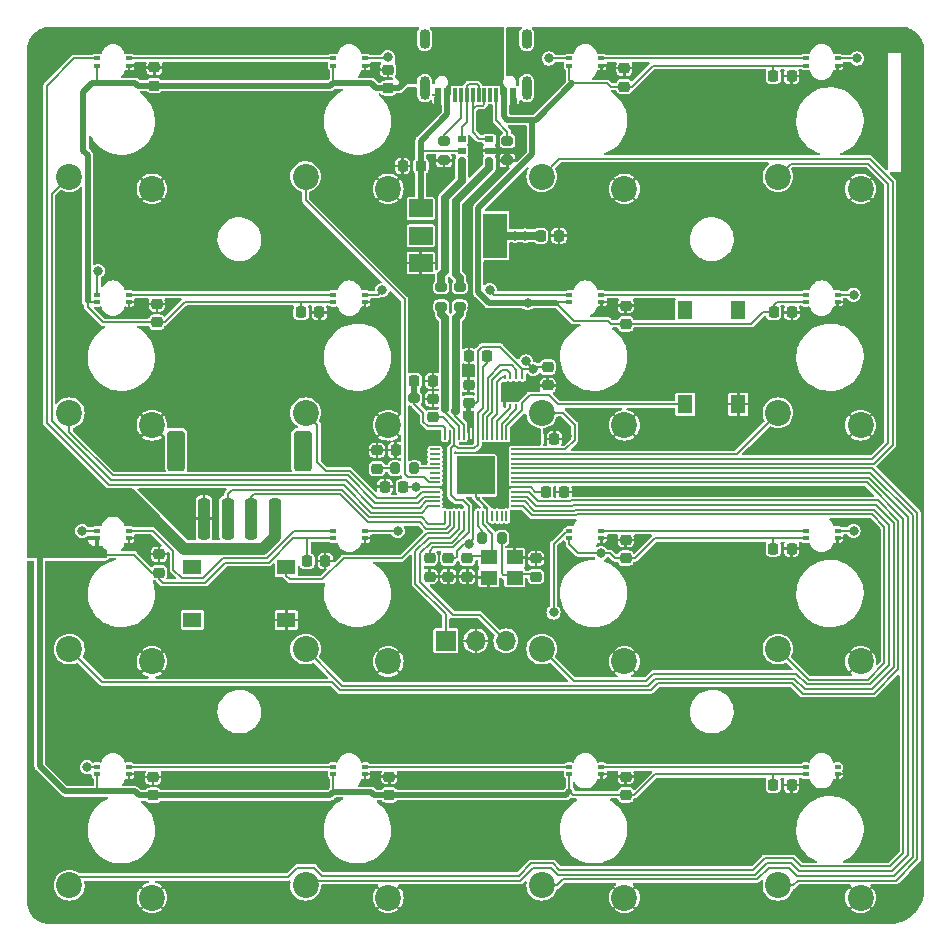
<source format=gbr>
%TF.GenerationSoftware,KiCad,Pcbnew,7.0.8-7.0.8~ubuntu22.04.1*%
%TF.CreationDate,2023-10-30T19:30:09-07:00*%
%TF.ProjectId,buttons,62757474-6f6e-4732-9e6b-696361645f70,rev?*%
%TF.SameCoordinates,Original*%
%TF.FileFunction,Copper,L2,Bot*%
%TF.FilePolarity,Positive*%
%FSLAX46Y46*%
G04 Gerber Fmt 4.6, Leading zero omitted, Abs format (unit mm)*
G04 Created by KiCad (PCBNEW 7.0.8-7.0.8~ubuntu22.04.1) date 2023-10-30 19:30:09*
%MOMM*%
%LPD*%
G01*
G04 APERTURE LIST*
G04 Aperture macros list*
%AMRoundRect*
0 Rectangle with rounded corners*
0 $1 Rounding radius*
0 $2 $3 $4 $5 $6 $7 $8 $9 X,Y pos of 4 corners*
0 Add a 4 corners polygon primitive as box body*
4,1,4,$2,$3,$4,$5,$6,$7,$8,$9,$2,$3,0*
0 Add four circle primitives for the rounded corners*
1,1,$1+$1,$2,$3*
1,1,$1+$1,$4,$5*
1,1,$1+$1,$6,$7*
1,1,$1+$1,$8,$9*
0 Add four rect primitives between the rounded corners*
20,1,$1+$1,$2,$3,$4,$5,0*
20,1,$1+$1,$4,$5,$6,$7,0*
20,1,$1+$1,$6,$7,$8,$9,0*
20,1,$1+$1,$8,$9,$2,$3,0*%
G04 Aperture macros list end*
%TA.AperFunction,ComponentPad*%
%ADD10C,2.200000*%
%TD*%
%TA.AperFunction,SMDPad,CuDef*%
%ADD11RoundRect,0.100000X-0.150000X-0.100000X0.150000X-0.100000X0.150000X0.100000X-0.150000X0.100000X0*%
%TD*%
%TA.AperFunction,SMDPad,CuDef*%
%ADD12RoundRect,0.050000X0.387500X0.050000X-0.387500X0.050000X-0.387500X-0.050000X0.387500X-0.050000X0*%
%TD*%
%TA.AperFunction,SMDPad,CuDef*%
%ADD13RoundRect,0.050000X0.050000X0.387500X-0.050000X0.387500X-0.050000X-0.387500X0.050000X-0.387500X0*%
%TD*%
%TA.AperFunction,ComponentPad*%
%ADD14C,0.500000*%
%TD*%
%TA.AperFunction,SMDPad,CuDef*%
%ADD15R,3.200000X3.200000*%
%TD*%
%TA.AperFunction,ComponentPad*%
%ADD16R,1.700000X1.700000*%
%TD*%
%TA.AperFunction,ComponentPad*%
%ADD17O,1.700000X1.700000*%
%TD*%
%TA.AperFunction,SMDPad,CuDef*%
%ADD18R,0.700000X0.510000*%
%TD*%
%TA.AperFunction,SMDPad,CuDef*%
%ADD19R,1.550000X1.300000*%
%TD*%
%TA.AperFunction,SMDPad,CuDef*%
%ADD20RoundRect,0.225000X0.250000X-0.225000X0.250000X0.225000X-0.250000X0.225000X-0.250000X-0.225000X0*%
%TD*%
%TA.AperFunction,SMDPad,CuDef*%
%ADD21RoundRect,0.225000X-0.225000X-0.250000X0.225000X-0.250000X0.225000X0.250000X-0.225000X0.250000X0*%
%TD*%
%TA.AperFunction,SMDPad,CuDef*%
%ADD22R,0.600000X1.160000*%
%TD*%
%TA.AperFunction,SMDPad,CuDef*%
%ADD23R,0.300000X1.160000*%
%TD*%
%TA.AperFunction,ComponentPad*%
%ADD24O,0.900000X1.700000*%
%TD*%
%TA.AperFunction,ComponentPad*%
%ADD25O,0.900000X2.000000*%
%TD*%
%TA.AperFunction,SMDPad,CuDef*%
%ADD26RoundRect,0.225000X0.225000X0.250000X-0.225000X0.250000X-0.225000X-0.250000X0.225000X-0.250000X0*%
%TD*%
%TA.AperFunction,SMDPad,CuDef*%
%ADD27RoundRect,0.200000X-0.275000X0.200000X-0.275000X-0.200000X0.275000X-0.200000X0.275000X0.200000X0*%
%TD*%
%TA.AperFunction,SMDPad,CuDef*%
%ADD28RoundRect,0.225000X-0.250000X0.225000X-0.250000X-0.225000X0.250000X-0.225000X0.250000X0.225000X0*%
%TD*%
%TA.AperFunction,SMDPad,CuDef*%
%ADD29RoundRect,0.200000X0.275000X-0.200000X0.275000X0.200000X-0.275000X0.200000X-0.275000X-0.200000X0*%
%TD*%
%TA.AperFunction,SMDPad,CuDef*%
%ADD30R,1.300000X1.550000*%
%TD*%
%TA.AperFunction,SMDPad,CuDef*%
%ADD31R,2.000000X1.500000*%
%TD*%
%TA.AperFunction,SMDPad,CuDef*%
%ADD32R,2.000000X3.800000*%
%TD*%
%TA.AperFunction,SMDPad,CuDef*%
%ADD33RoundRect,0.218750X-0.256250X0.218750X-0.256250X-0.218750X0.256250X-0.218750X0.256250X0.218750X0*%
%TD*%
%TA.AperFunction,SMDPad,CuDef*%
%ADD34RoundRect,0.050000X0.075000X-0.100000X0.075000X0.100000X-0.075000X0.100000X-0.075000X-0.100000X0*%
%TD*%
%TA.AperFunction,SMDPad,CuDef*%
%ADD35RoundRect,0.250000X-0.250000X-1.500000X0.250000X-1.500000X0.250000X1.500000X-0.250000X1.500000X0*%
%TD*%
%TA.AperFunction,SMDPad,CuDef*%
%ADD36RoundRect,0.250001X-0.499999X-1.449999X0.499999X-1.449999X0.499999X1.449999X-0.499999X1.449999X0*%
%TD*%
%TA.AperFunction,SMDPad,CuDef*%
%ADD37R,1.400000X1.200000*%
%TD*%
%TA.AperFunction,SMDPad,CuDef*%
%ADD38RoundRect,0.200000X0.200000X0.275000X-0.200000X0.275000X-0.200000X-0.275000X0.200000X-0.275000X0*%
%TD*%
%TA.AperFunction,ViaPad*%
%ADD39C,0.800000*%
%TD*%
%TA.AperFunction,Conductor*%
%ADD40C,0.200000*%
%TD*%
%TA.AperFunction,Conductor*%
%ADD41C,0.250000*%
%TD*%
%TA.AperFunction,Conductor*%
%ADD42C,0.500000*%
%TD*%
%TA.AperFunction,Conductor*%
%ADD43C,1.000000*%
%TD*%
%TA.AperFunction,Conductor*%
%ADD44C,0.700000*%
%TD*%
G04 APERTURE END LIST*
D10*
%TO.P,SW9,1,A*%
%TO.N,SW9*%
X115600000Y-114700000D03*
%TO.P,SW9,2,B*%
%TO.N,GND*%
X122600000Y-115750000D03*
%TD*%
%TO.P,SW15,1,A*%
%TO.N,SW15*%
X155600000Y-134700000D03*
%TO.P,SW15,2,B*%
%TO.N,GND*%
X162600000Y-135750000D03*
%TD*%
%TO.P,SW6,1,A*%
%TO.N,SW6*%
X135600000Y-94700000D03*
%TO.P,SW6,2,B*%
%TO.N,GND*%
X142600000Y-95750000D03*
%TD*%
%TO.P,SW5,1,A*%
%TO.N,SW5*%
X115600000Y-94700000D03*
%TO.P,SW5,2,B*%
%TO.N,GND*%
X122600000Y-95750000D03*
%TD*%
%TO.P,SW1,1,A*%
%TO.N,SW1*%
X115600000Y-74700000D03*
%TO.P,SW1,2,B*%
%TO.N,GND*%
X122600000Y-75750000D03*
%TD*%
%TO.P,SW7,1,A*%
%TO.N,SW7*%
X155600000Y-94700000D03*
%TO.P,SW7,2,B*%
%TO.N,GND*%
X162600000Y-95750000D03*
%TD*%
%TO.P,SW14,1,A*%
%TO.N,SW14*%
X135600000Y-134700000D03*
%TO.P,SW14,2,B*%
%TO.N,GND*%
X142600000Y-135750000D03*
%TD*%
%TO.P,SW12,1,A*%
%TO.N,SW12*%
X175600000Y-114700000D03*
%TO.P,SW12,2,B*%
%TO.N,GND*%
X182600000Y-115750000D03*
%TD*%
%TO.P,SW8,1,A*%
%TO.N,SW8*%
X175600000Y-94700000D03*
%TO.P,SW8,2,B*%
%TO.N,GND*%
X182600000Y-95750000D03*
%TD*%
%TO.P,SW11,1,A*%
%TO.N,SW11*%
X155600000Y-114700000D03*
%TO.P,SW11,2,B*%
%TO.N,GND*%
X162600000Y-115750000D03*
%TD*%
%TO.P,SW16,1,A*%
%TO.N,SW16*%
X175600000Y-134700000D03*
%TO.P,SW16,2,B*%
%TO.N,GND*%
X182600000Y-135750000D03*
%TD*%
%TO.P,SW4,1,A*%
%TO.N,SW4*%
X175600000Y-74700000D03*
%TO.P,SW4,2,B*%
%TO.N,GND*%
X182600000Y-75750000D03*
%TD*%
%TO.P,SW10,1,A*%
%TO.N,SW10*%
X135600000Y-114700000D03*
%TO.P,SW10,2,B*%
%TO.N,GND*%
X142600000Y-115750000D03*
%TD*%
%TO.P,SW3,1,A*%
%TO.N,SW3*%
X155600000Y-74700000D03*
%TO.P,SW3,2,B*%
%TO.N,GND*%
X162600000Y-75750000D03*
%TD*%
%TO.P,SW2,1,A*%
%TO.N,SW2*%
X135600000Y-74700000D03*
%TO.P,SW2,2,B*%
%TO.N,GND*%
X142600000Y-75750000D03*
%TD*%
%TO.P,SW13,1,A*%
%TO.N,SW13*%
X115600000Y-134700000D03*
%TO.P,SW13,2,B*%
%TO.N,GND*%
X122600000Y-135750000D03*
%TD*%
D11*
%TO.P,D3,1,VSS*%
%TO.N,GND*%
X160650000Y-65300000D03*
%TO.P,D3,2,DOUT*%
%TO.N,Net-(D3-DOUT)*%
X160650000Y-64700000D03*
%TO.P,D3,3,DIN*%
%TO.N,Net-(D2-DOUT)*%
X157950000Y-64700000D03*
%TO.P,D3,4,VDD*%
%TO.N,+5V*%
X157950000Y-65300000D03*
%TD*%
D12*
%TO.P,U1,1,IOVDD*%
%TO.N,+3V3*%
X153437500Y-97400000D03*
%TO.P,U1,2,GPIO0*%
%TO.N,SW7*%
X153437500Y-97800000D03*
%TO.P,U1,3,GPIO1*%
%TO.N,SW8*%
X153437500Y-98200000D03*
%TO.P,U1,4,GPIO2*%
%TO.N,SW4*%
X153437500Y-98600000D03*
%TO.P,U1,5,GPIO3*%
%TO.N,SW3*%
X153437500Y-99000000D03*
%TO.P,U1,6,GPIO4*%
%TO.N,SW16*%
X153437500Y-99400000D03*
%TO.P,U1,7,GPIO5*%
%TO.N,SW15*%
X153437500Y-99800000D03*
%TO.P,U1,8,GPIO6*%
%TO.N,SW14*%
X153437500Y-100200000D03*
%TO.P,U1,9,GPIO7*%
%TO.N,SW13*%
X153437500Y-100600000D03*
%TO.P,U1,10,IOVDD*%
%TO.N,+3V3*%
X153437500Y-101000000D03*
%TO.P,U1,11,GPIO8*%
%TO.N,SW9*%
X153437500Y-101400000D03*
%TO.P,U1,12,GPIO9*%
%TO.N,SW10*%
X153437500Y-101800000D03*
%TO.P,U1,13,GPIO10*%
%TO.N,SW11*%
X153437500Y-102200000D03*
%TO.P,U1,14,GPIO11*%
%TO.N,SW12*%
X153437500Y-102600000D03*
D13*
%TO.P,U1,15,GPIO12*%
%TO.N,unconnected-(U1-GPIO12-Pad15)*%
X152600000Y-103437500D03*
%TO.P,U1,16,GPIO13*%
%TO.N,unconnected-(U1-GPIO13-Pad16)*%
X152200000Y-103437500D03*
%TO.P,U1,17,GPIO14*%
%TO.N,unconnected-(U1-GPIO14-Pad17)*%
X151800000Y-103437500D03*
%TO.P,U1,18,GPIO15*%
%TO.N,unconnected-(U1-GPIO15-Pad18)*%
X151400000Y-103437500D03*
%TO.P,U1,19,TESTEN*%
%TO.N,GND*%
X151000000Y-103437500D03*
%TO.P,U1,20,XIN*%
%TO.N,/microcontroller/XIN*%
X150600000Y-103437500D03*
%TO.P,U1,21,XOUT*%
%TO.N,/microcontroller/XOUT*%
X150200000Y-103437500D03*
%TO.P,U1,22,IOVDD*%
%TO.N,+3V3*%
X149800000Y-103437500D03*
%TO.P,U1,23,DVDD*%
%TO.N,+1V1*%
X149400000Y-103437500D03*
%TO.P,U1,24,SWCLK*%
%TO.N,/microcontroller/SWDCLK*%
X149000000Y-103437500D03*
%TO.P,U1,25,SWD*%
%TO.N,/microcontroller/SWDIO*%
X148600000Y-103437500D03*
%TO.P,U1,26,RUN*%
%TO.N,/microcontroller/RUN*%
X148200000Y-103437500D03*
%TO.P,U1,27,GPIO16*%
%TO.N,tx*%
X147800000Y-103437500D03*
%TO.P,U1,28,GPIO17*%
%TO.N,rx*%
X147400000Y-103437500D03*
D12*
%TO.P,U1,29,GPIO18*%
%TO.N,led_data*%
X146562500Y-102600000D03*
%TO.P,U1,30,GPIO19*%
%TO.N,SW1*%
X146562500Y-102200000D03*
%TO.P,U1,31,GPIO20*%
%TO.N,SW5*%
X146562500Y-101800000D03*
%TO.P,U1,32,GPIO21*%
%TO.N,SW6*%
X146562500Y-101400000D03*
%TO.P,U1,33,IOVDD*%
%TO.N,+3V3*%
X146562500Y-101000000D03*
%TO.P,U1,34,GPIO22*%
%TO.N,SW2*%
X146562500Y-100600000D03*
%TO.P,U1,35,GPIO23*%
%TO.N,unconnected-(U1-GPIO23-Pad35)*%
X146562500Y-100200000D03*
%TO.P,U1,36,GPIO24*%
%TO.N,unconnected-(U1-GPIO24-Pad36)*%
X146562500Y-99800000D03*
%TO.P,U1,37,GPIO25*%
%TO.N,Net-(U1-GPIO25)*%
X146562500Y-99400000D03*
%TO.P,U1,38,GPIO26_ADC0*%
%TO.N,unconnected-(U1-GPIO26_ADC0-Pad38)*%
X146562500Y-99000000D03*
%TO.P,U1,39,GPIO27_ADC1*%
%TO.N,unconnected-(U1-GPIO27_ADC1-Pad39)*%
X146562500Y-98600000D03*
%TO.P,U1,40,GPIO28_ADC2*%
%TO.N,unconnected-(U1-GPIO28_ADC2-Pad40)*%
X146562500Y-98200000D03*
%TO.P,U1,41,GPIO29_ADC3*%
%TO.N,unconnected-(U1-GPIO29_ADC3-Pad41)*%
X146562500Y-97800000D03*
%TO.P,U1,42,IOVDD*%
%TO.N,+3V3*%
X146562500Y-97400000D03*
D13*
%TO.P,U1,43,ADC_AVDD*%
%TO.N,/microcontroller/AVDD*%
X147400000Y-96562500D03*
%TO.P,U1,44,VREG_IN*%
%TO.N,+3V3*%
X147800000Y-96562500D03*
%TO.P,U1,45,VREG_VOUT*%
%TO.N,+1V1*%
X148200000Y-96562500D03*
%TO.P,U1,46,USB_DM*%
%TO.N,USB_D-*%
X148600000Y-96562500D03*
%TO.P,U1,47,USB_DP*%
%TO.N,USB_D+*%
X149000000Y-96562500D03*
%TO.P,U1,48,USB_VDD*%
%TO.N,+3V3*%
X149400000Y-96562500D03*
%TO.P,U1,49,IOVDD*%
X149800000Y-96562500D03*
%TO.P,U1,50,DVDD*%
%TO.N,+1V1*%
X150200000Y-96562500D03*
%TO.P,U1,51,QSPI_SD3*%
%TO.N,/microcontroller/QSPI_SD3*%
X150600000Y-96562500D03*
%TO.P,U1,52,QSPI_SCLK*%
%TO.N,/microcontroller/QSPI_SCLK*%
X151000000Y-96562500D03*
%TO.P,U1,53,QSPI_SD0*%
%TO.N,/microcontroller/QSPI_SD0*%
X151400000Y-96562500D03*
%TO.P,U1,54,QSPI_SD2*%
%TO.N,/microcontroller/QSPI_SD2*%
X151800000Y-96562500D03*
%TO.P,U1,55,QSPI_SD1*%
%TO.N,/microcontroller/QSPI_SD1*%
X152200000Y-96562500D03*
%TO.P,U1,56,QSPI_SS*%
%TO.N,/microcontroller/QSPI_CS*%
X152600000Y-96562500D03*
D14*
%TO.P,U1,57,GND*%
%TO.N,GND*%
X151350000Y-101350000D03*
X151350000Y-98650000D03*
D15*
X150000000Y-100000000D03*
D14*
X148650000Y-101350000D03*
X148650000Y-98650000D03*
%TD*%
D16*
%TO.P,J3,1,Pin_1*%
%TO.N,/microcontroller/SWDIO*%
X147475000Y-114000000D03*
D17*
%TO.P,J3,2,Pin_2*%
%TO.N,GND*%
X150015000Y-114000000D03*
%TO.P,J3,3,Pin_3*%
%TO.N,/microcontroller/SWDCLK*%
X152555000Y-114000000D03*
%TD*%
D18*
%TO.P,U3,1,HD+*%
%TO.N,/microcontroller/USB_DP*%
X151160000Y-71550000D03*
%TO.P,U3,2,gnd*%
%TO.N,GND*%
X151160000Y-72500000D03*
%TO.P,U3,3,DD+*%
%TO.N,/microcontroller/USB_PT_D+*%
X151160000Y-73450000D03*
%TO.P,U3,4,DD-*%
%TO.N,/microcontroller/USB_PT_D-*%
X148840000Y-73450000D03*
%TO.P,U3,5,Vbus*%
%TO.N,+5V*%
X148840000Y-72500000D03*
%TO.P,U3,6,HD-*%
%TO.N,/microcontroller/USB_DM*%
X148840000Y-71550000D03*
%TD*%
D19*
%TO.P,SW17,1,A*%
%TO.N,GND*%
X133975000Y-112250000D03*
%TO.P,SW17,2,B*%
%TO.N,/microcontroller/RUN*%
X133975000Y-107750000D03*
%TO.P,SW17,x*%
%TO.N,N/C*%
X126025000Y-112250000D03*
%TO.P,SW17,y*%
X126025000Y-107750000D03*
%TD*%
D20*
%TO.P,C11,1*%
%TO.N,+5V*%
X162700000Y-107000000D03*
%TO.P,C11,2*%
%TO.N,GND*%
X162700000Y-105450000D03*
%TD*%
D21*
%TO.P,C28,1*%
%TO.N,+3V3*%
X155925000Y-101400000D03*
%TO.P,C28,2*%
%TO.N,GND*%
X157475000Y-101400000D03*
%TD*%
D11*
%TO.P,D11,1,VSS*%
%TO.N,GND*%
X160650000Y-105300000D03*
%TO.P,D11,2,DOUT*%
%TO.N,Net-(D11-DOUT)*%
X160650000Y-104700000D03*
%TO.P,D11,3,DIN*%
%TO.N,Net-(D10-DOUT)*%
X157950000Y-104700000D03*
%TO.P,D11,4,VDD*%
%TO.N,+5V*%
X157950000Y-105300000D03*
%TD*%
D22*
%TO.P,J2,A1,GND*%
%TO.N,GND*%
X146800000Y-67785000D03*
%TO.P,J2,A4,VBUS*%
%TO.N,+5V*%
X147600000Y-67785000D03*
D23*
%TO.P,J2,A5,CC1*%
%TO.N,/microcontroller/USB_CC1*%
X148750000Y-67785000D03*
%TO.P,J2,A6,D+*%
%TO.N,/microcontroller/USB_DP*%
X149750000Y-67785000D03*
%TO.P,J2,A7,D-*%
%TO.N,/microcontroller/USB_DM*%
X150250000Y-67785000D03*
%TO.P,J2,A8,SBU1*%
%TO.N,unconnected-(J2-SBU1-PadA8)*%
X151250000Y-67785000D03*
D22*
%TO.P,J2,A9,VBUS*%
%TO.N,+5V*%
X152400000Y-67785000D03*
%TO.P,J2,A12,GND*%
%TO.N,GND*%
X153200000Y-67785000D03*
%TO.P,J2,B1,GND*%
X153200000Y-67785000D03*
%TO.P,J2,B4,VBUS*%
%TO.N,+5V*%
X152400000Y-67785000D03*
D23*
%TO.P,J2,B5,CC2*%
%TO.N,/microcontroller/USB_CC2*%
X151750000Y-67785000D03*
%TO.P,J2,B6,D+*%
%TO.N,/microcontroller/USB_DP*%
X150750000Y-67785000D03*
%TO.P,J2,B7,D-*%
%TO.N,/microcontroller/USB_DM*%
X149250000Y-67785000D03*
%TO.P,J2,B8,SBU2*%
%TO.N,unconnected-(J2-SBU2-PadB8)*%
X148250000Y-67785000D03*
D22*
%TO.P,J2,B9,VBUS*%
%TO.N,+5V*%
X147600000Y-67785000D03*
%TO.P,J2,B12,GND*%
%TO.N,GND*%
X146800000Y-67785000D03*
D24*
%TO.P,J2,S1,SHIELD*%
%TO.N,unconnected-(J2-SHIELD-PadS1)*%
X145680000Y-63035000D03*
D25*
X145680000Y-67205000D03*
D24*
X154320000Y-63035000D03*
D25*
X154320000Y-67205000D03*
%TD*%
D11*
%TO.P,D13,1,VSS*%
%TO.N,GND*%
X120650000Y-125300000D03*
%TO.P,D13,2,DOUT*%
%TO.N,Net-(D13-DOUT)*%
X120650000Y-124700000D03*
%TO.P,D13,3,DIN*%
%TO.N,Net-(D12-DOUT)*%
X117950000Y-124700000D03*
%TO.P,D13,4,VDD*%
%TO.N,+5V*%
X117950000Y-125300000D03*
%TD*%
D26*
%TO.P,C17,1*%
%TO.N,+5V*%
X145375000Y-73800000D03*
%TO.P,C17,2*%
%TO.N,GND*%
X143825000Y-73800000D03*
%TD*%
D27*
%TO.P,R7,1*%
%TO.N,/microcontroller/USB_PT_D-*%
X147100000Y-84050000D03*
%TO.P,R7,2*%
%TO.N,USB_D-*%
X147100000Y-85700000D03*
%TD*%
D11*
%TO.P,D2,1,VSS*%
%TO.N,GND*%
X140650000Y-65300000D03*
%TO.P,D2,2,DOUT*%
%TO.N,Net-(D2-DOUT)*%
X140650000Y-64700000D03*
%TO.P,D2,3,DIN*%
%TO.N,Net-(D1-DOUT)*%
X137950000Y-64700000D03*
%TO.P,D2,4,VDD*%
%TO.N,+5V*%
X137950000Y-65300000D03*
%TD*%
D21*
%TO.P,C16,1*%
%TO.N,+5V*%
X175200000Y-126200000D03*
%TO.P,C16,2*%
%TO.N,GND*%
X176750000Y-126200000D03*
%TD*%
D20*
%TO.P,C14,1*%
%TO.N,+5V*%
X142700000Y-127050000D03*
%TO.P,C14,2*%
%TO.N,GND*%
X142700000Y-125500000D03*
%TD*%
D11*
%TO.P,D16,1,VSS*%
%TO.N,GND*%
X180650000Y-125300000D03*
%TO.P,D16,2,DOUT*%
%TO.N,unconnected-(D16-DOUT-Pad2)*%
X180650000Y-124700000D03*
%TO.P,D16,3,DIN*%
%TO.N,Net-(D15-DOUT)*%
X177950000Y-124700000D03*
%TO.P,D16,4,VDD*%
%TO.N,+5V*%
X177950000Y-125300000D03*
%TD*%
D28*
%TO.P,C21,1*%
%TO.N,/microcontroller/XIN*%
X149300000Y-107025000D03*
%TO.P,C21,2*%
%TO.N,GND*%
X149300000Y-108575000D03*
%TD*%
D20*
%TO.P,C2,1*%
%TO.N,+5V*%
X142600000Y-67200000D03*
%TO.P,C2,2*%
%TO.N,GND*%
X142600000Y-65650000D03*
%TD*%
D21*
%TO.P,C27,1*%
%TO.N,+3V3*%
X155125000Y-96900000D03*
%TO.P,C27,2*%
%TO.N,GND*%
X156675000Y-96900000D03*
%TD*%
D11*
%TO.P,D8,1,VSS*%
%TO.N,GND*%
X180650000Y-85300000D03*
%TO.P,D8,2,DOUT*%
%TO.N,Net-(D8-DOUT)*%
X180650000Y-84700000D03*
%TO.P,D8,3,DIN*%
%TO.N,Net-(D7-DOUT)*%
X177950000Y-84700000D03*
%TO.P,D8,4,VDD*%
%TO.N,+5V*%
X177950000Y-85300000D03*
%TD*%
%TO.P,D6,1,VSS*%
%TO.N,GND*%
X140650000Y-85300000D03*
%TO.P,D6,2,DOUT*%
%TO.N,Net-(D6-DOUT)*%
X140650000Y-84700000D03*
%TO.P,D6,3,DIN*%
%TO.N,Net-(D5-DOUT)*%
X137950000Y-84700000D03*
%TO.P,D6,4,VDD*%
%TO.N,+5V*%
X137950000Y-85300000D03*
%TD*%
D20*
%TO.P,C3,1*%
%TO.N,+5V*%
X162600000Y-67075000D03*
%TO.P,C3,2*%
%TO.N,GND*%
X162600000Y-65525000D03*
%TD*%
D11*
%TO.P,D10,1,VSS*%
%TO.N,GND*%
X140650000Y-105300000D03*
%TO.P,D10,2,DOUT*%
%TO.N,Net-(D10-DOUT)*%
X140650000Y-104700000D03*
%TO.P,D10,3,DIN*%
%TO.N,Net-(D10-DIN)*%
X137950000Y-104700000D03*
%TO.P,D10,4,VDD*%
%TO.N,+5V*%
X137950000Y-105300000D03*
%TD*%
D29*
%TO.P,R4,1*%
%TO.N,+3V3*%
X144800000Y-95125000D03*
%TO.P,R4,2*%
%TO.N,/microcontroller/AVDD*%
X144800000Y-93475000D03*
%TD*%
D20*
%TO.P,C20,1*%
%TO.N,/microcontroller/XR*%
X155100000Y-108575000D03*
%TO.P,C20,2*%
%TO.N,GND*%
X155100000Y-107025000D03*
%TD*%
%TO.P,C1,1*%
%TO.N,+5V*%
X122800000Y-67000000D03*
%TO.P,C1,2*%
%TO.N,GND*%
X122800000Y-65450000D03*
%TD*%
D11*
%TO.P,D12,1,VSS*%
%TO.N,GND*%
X180650000Y-105300000D03*
%TO.P,D12,2,DOUT*%
%TO.N,Net-(D12-DOUT)*%
X180650000Y-104700000D03*
%TO.P,D12,3,DIN*%
%TO.N,Net-(D11-DOUT)*%
X177950000Y-104700000D03*
%TO.P,D12,4,VDD*%
%TO.N,+5V*%
X177950000Y-105300000D03*
%TD*%
D21*
%TO.P,C25,1*%
%TO.N,/microcontroller/AVDD*%
X144825000Y-92000000D03*
%TO.P,C25,2*%
%TO.N,GND*%
X146375000Y-92000000D03*
%TD*%
D30*
%TO.P,SW18,1,A*%
%TO.N,/microcontroller/QSPI_CS*%
X167750000Y-93975000D03*
%TO.P,SW18,2,B*%
%TO.N,GND*%
X172250000Y-93975000D03*
%TO.P,SW18,x*%
%TO.N,N/C*%
X167750000Y-86025000D03*
%TO.P,SW18,y*%
X172250000Y-86025000D03*
%TD*%
D20*
%TO.P,C7,1*%
%TO.N,+5V*%
X162700000Y-87175000D03*
%TO.P,C7,2*%
%TO.N,GND*%
X162700000Y-85625000D03*
%TD*%
%TO.P,C15,1*%
%TO.N,+5V*%
X162700000Y-127050000D03*
%TO.P,C15,2*%
%TO.N,GND*%
X162700000Y-125500000D03*
%TD*%
D11*
%TO.P,D1,1,VSS*%
%TO.N,GND*%
X120650000Y-65300000D03*
%TO.P,D1,2,DOUT*%
%TO.N,Net-(D1-DOUT)*%
X120650000Y-64700000D03*
%TO.P,D1,3,DIN*%
%TO.N,led_data*%
X117950000Y-64700000D03*
%TO.P,D1,4,VDD*%
%TO.N,+5V*%
X117950000Y-65300000D03*
%TD*%
D21*
%TO.P,C8,1*%
%TO.N,+5V*%
X175225000Y-86200000D03*
%TO.P,C8,2*%
%TO.N,GND*%
X176775000Y-86200000D03*
%TD*%
D11*
%TO.P,D4,1,VSS*%
%TO.N,GND*%
X180650000Y-65300000D03*
%TO.P,D4,2,DOUT*%
%TO.N,Net-(D4-DOUT)*%
X180650000Y-64700000D03*
%TO.P,D4,3,DIN*%
%TO.N,Net-(D3-DOUT)*%
X177950000Y-64700000D03*
%TO.P,D4,4,VDD*%
%TO.N,+5V*%
X177950000Y-65300000D03*
%TD*%
D28*
%TO.P,C29,1*%
%TO.N,+3V3*%
X147700000Y-107025000D03*
%TO.P,C29,2*%
%TO.N,GND*%
X147700000Y-108575000D03*
%TD*%
D11*
%TO.P,D5,1,VSS*%
%TO.N,GND*%
X120650000Y-85300000D03*
%TO.P,D5,2,DOUT*%
%TO.N,Net-(D5-DOUT)*%
X120650000Y-84700000D03*
%TO.P,D5,3,DIN*%
%TO.N,Net-(D4-DOUT)*%
X117950000Y-84700000D03*
%TO.P,D5,4,VDD*%
%TO.N,+5V*%
X117950000Y-85300000D03*
%TD*%
D28*
%TO.P,C19,1*%
%TO.N,+3V3*%
X156100000Y-90825000D03*
%TO.P,C19,2*%
%TO.N,GND*%
X156100000Y-92375000D03*
%TD*%
D26*
%TO.P,C24,1*%
%TO.N,+1V1*%
X150975000Y-89900000D03*
%TO.P,C24,2*%
%TO.N,GND*%
X149425000Y-89900000D03*
%TD*%
D31*
%TO.P,U4,1,GND*%
%TO.N,GND*%
X145350000Y-82000000D03*
D32*
%TO.P,U4,2,VO*%
%TO.N,+3V3*%
X151650000Y-79700000D03*
D31*
%TO.P,U4,3,VI*%
%TO.N,+5V*%
X145350000Y-77400000D03*
%TO.P,U4,x*%
%TO.N,N/C*%
X145350000Y-79700000D03*
%TD*%
D33*
%TO.P,D17,1,K*%
%TO.N,GND*%
X141650000Y-97862500D03*
%TO.P,D17,2,A*%
%TO.N,Net-(D17-A)*%
X141650000Y-99437500D03*
%TD*%
D34*
%TO.P,U2,1,~{cs}*%
%TO.N,/microcontroller/QSPI_CS*%
X153950000Y-94100000D03*
%TO.P,U2,2,Dio1*%
%TO.N,/microcontroller/QSPI_SD1*%
X153450000Y-94100000D03*
%TO.P,U2,3,Dio2*%
%TO.N,/microcontroller/QSPI_SD2*%
X152950000Y-94100000D03*
%TO.P,U2,4,GND*%
%TO.N,GND*%
X152450000Y-94100000D03*
%TO.P,U2,5,Dio0*%
%TO.N,/microcontroller/QSPI_SD0*%
X152450000Y-91700000D03*
%TO.P,U2,6,CLK*%
%TO.N,/microcontroller/QSPI_SCLK*%
X152950000Y-91700000D03*
%TO.P,U2,7,Dio3*%
%TO.N,/microcontroller/QSPI_SD3*%
X153450000Y-91700000D03*
%TO.P,U2,8,Vcc*%
%TO.N,+3V3*%
X153950000Y-91700000D03*
%TD*%
D11*
%TO.P,D14,1,VSS*%
%TO.N,GND*%
X140650000Y-125300000D03*
%TO.P,D14,2,DOUT*%
%TO.N,Net-(D14-DOUT)*%
X140650000Y-124700000D03*
%TO.P,D14,3,DIN*%
%TO.N,Net-(D13-DOUT)*%
X137950000Y-124700000D03*
%TO.P,D14,4,VDD*%
%TO.N,+5V*%
X137950000Y-125300000D03*
%TD*%
D28*
%TO.P,C23,1*%
%TO.N,+1V1*%
X146100000Y-107025000D03*
%TO.P,C23,2*%
%TO.N,GND*%
X146100000Y-108575000D03*
%TD*%
D11*
%TO.P,D15,1,VSS*%
%TO.N,GND*%
X160650000Y-125300000D03*
%TO.P,D15,2,DOUT*%
%TO.N,Net-(D15-DOUT)*%
X160650000Y-124700000D03*
%TO.P,D15,3,DIN*%
%TO.N,Net-(D14-DOUT)*%
X157950000Y-124700000D03*
%TO.P,D15,4,VDD*%
%TO.N,+5V*%
X157950000Y-125300000D03*
%TD*%
D27*
%TO.P,R2,1*%
%TO.N,/microcontroller/USB_CC1*%
X147300000Y-71675000D03*
%TO.P,R2,2*%
%TO.N,GND*%
X147300000Y-73325000D03*
%TD*%
D20*
%TO.P,C26,1*%
%TO.N,+3V3*%
X149400000Y-93875000D03*
%TO.P,C26,2*%
%TO.N,GND*%
X149400000Y-92325000D03*
%TD*%
D21*
%TO.P,C10,1*%
%TO.N,+5V*%
X135725000Y-107250000D03*
%TO.P,C10,2*%
%TO.N,GND*%
X137275000Y-107250000D03*
%TD*%
%TO.P,C6,1*%
%TO.N,+5V*%
X135225000Y-86200000D03*
%TO.P,C6,2*%
%TO.N,GND*%
X136775000Y-86200000D03*
%TD*%
D26*
%TO.P,C31,1*%
%TO.N,+3V3*%
X144775000Y-97850000D03*
%TO.P,C31,2*%
%TO.N,GND*%
X143225000Y-97850000D03*
%TD*%
D20*
%TO.P,C5,1*%
%TO.N,+5V*%
X123000000Y-87025000D03*
%TO.P,C5,2*%
%TO.N,GND*%
X123000000Y-85475000D03*
%TD*%
D26*
%TO.P,C30,1*%
%TO.N,+3V3*%
X143875000Y-100950000D03*
%TO.P,C30,2*%
%TO.N,GND*%
X142325000Y-100950000D03*
%TD*%
D21*
%TO.P,C12,1*%
%TO.N,+5V*%
X175200000Y-106200000D03*
%TO.P,C12,2*%
%TO.N,GND*%
X176750000Y-106200000D03*
%TD*%
D27*
%TO.P,R1,1*%
%TO.N,/microcontroller/USB_CC2*%
X152700000Y-71675000D03*
%TO.P,R1,2*%
%TO.N,GND*%
X152700000Y-73325000D03*
%TD*%
%TO.P,R6,1*%
%TO.N,/microcontroller/USB_PT_D+*%
X148650000Y-84050000D03*
%TO.P,R6,2*%
%TO.N,USB_D+*%
X148650000Y-85700000D03*
%TD*%
D35*
%TO.P,J1,1,Pin_1*%
%TO.N,GND*%
X127000000Y-103650000D03*
%TO.P,J1,2,Pin_2*%
%TO.N,rx*%
X129000000Y-103650000D03*
%TO.P,J1,3,Pin_3*%
%TO.N,tx*%
X131000000Y-103650000D03*
%TO.P,J1,4,Pin_4*%
%TO.N,+5V*%
X133000000Y-103650000D03*
D36*
%TO.P,J1,MP*%
%TO.N,N/C*%
X124650000Y-97900000D03*
X135350000Y-97900000D03*
%TD*%
D37*
%TO.P,Y1,1,1*%
%TO.N,/microcontroller/XIN*%
X151100000Y-106950000D03*
%TO.P,Y1,2,2*%
%TO.N,GND*%
X153300000Y-106950000D03*
%TO.P,Y1,3,3*%
%TO.N,/microcontroller/XR*%
X153300000Y-108650000D03*
%TO.P,Y1,4,4*%
%TO.N,GND*%
X151100000Y-108650000D03*
%TD*%
D20*
%TO.P,C13,1*%
%TO.N,+5V*%
X122700000Y-127075000D03*
%TO.P,C13,2*%
%TO.N,GND*%
X122700000Y-125525000D03*
%TD*%
D38*
%TO.P,R3,1*%
%TO.N,/microcontroller/XR*%
X152225000Y-105300000D03*
%TO.P,R3,2*%
%TO.N,/microcontroller/XOUT*%
X150575000Y-105300000D03*
%TD*%
D21*
%TO.P,C4,1*%
%TO.N,+5V*%
X175200000Y-66200000D03*
%TO.P,C4,2*%
%TO.N,GND*%
X176750000Y-66200000D03*
%TD*%
D20*
%TO.P,C22,1*%
%TO.N,+1V1*%
X146400000Y-95075000D03*
%TO.P,C22,2*%
%TO.N,GND*%
X146400000Y-93525000D03*
%TD*%
D21*
%TO.P,C18,1*%
%TO.N,+3V3*%
X155500000Y-79700000D03*
%TO.P,C18,2*%
%TO.N,GND*%
X157050000Y-79700000D03*
%TD*%
D38*
%TO.P,R5,1*%
%TO.N,Net-(U1-GPIO25)*%
X144825000Y-99400000D03*
%TO.P,R5,2*%
%TO.N,Net-(D17-A)*%
X143175000Y-99400000D03*
%TD*%
D11*
%TO.P,D9,1,VSS*%
%TO.N,GND*%
X120650000Y-105300000D03*
%TO.P,D9,2,DOUT*%
%TO.N,Net-(D10-DIN)*%
X120650000Y-104700000D03*
%TO.P,D9,3,DIN*%
%TO.N,Net-(D8-DOUT)*%
X117950000Y-104700000D03*
%TO.P,D9,4,VDD*%
%TO.N,+5V*%
X117950000Y-105300000D03*
%TD*%
D20*
%TO.P,C9,1*%
%TO.N,+5V*%
X123200000Y-108225000D03*
%TO.P,C9,2*%
%TO.N,GND*%
X123200000Y-106675000D03*
%TD*%
D11*
%TO.P,D7,1,VSS*%
%TO.N,GND*%
X160650000Y-85300000D03*
%TO.P,D7,2,DOUT*%
%TO.N,Net-(D7-DOUT)*%
X160650000Y-84700000D03*
%TO.P,D7,3,DIN*%
%TO.N,Net-(D6-DOUT)*%
X157950000Y-84700000D03*
%TO.P,D7,4,VDD*%
%TO.N,+5V*%
X157950000Y-85300000D03*
%TD*%
D39*
%TO.N,+3V3*%
X154500000Y-96100000D03*
X154250000Y-90350000D03*
%TO.N,GND*%
X143500000Y-82000000D03*
%TO.N,+5V*%
X160602593Y-106602593D03*
X154400000Y-85400000D03*
%TO.N,GND*%
X161600000Y-85500000D03*
X149724500Y-85842164D03*
X121600000Y-65500000D03*
X141600000Y-65600000D03*
X181600000Y-105800000D03*
X141500000Y-125700000D03*
X147700000Y-109700000D03*
X153900000Y-72500000D03*
X181500000Y-85600000D03*
X141500000Y-85400000D03*
X146400000Y-90900000D03*
X141208836Y-100491164D03*
X141800000Y-105600000D03*
X153300000Y-104500000D03*
X125700000Y-103200000D03*
X161500000Y-65500000D03*
X161500000Y-125800000D03*
X158600000Y-101400000D03*
X146700000Y-69000000D03*
X149400000Y-91100000D03*
X161600000Y-105400000D03*
X125700000Y-104200000D03*
X145950000Y-85100000D03*
X121600000Y-85400000D03*
X181500000Y-125300000D03*
X147300000Y-74500000D03*
X154200000Y-69000000D03*
X152100000Y-74300000D03*
X157700000Y-96700000D03*
X155900000Y-62950000D03*
X177250000Y-67700000D03*
X149300000Y-82550000D03*
X154900000Y-92500000D03*
X145800000Y-69000000D03*
X145950000Y-83550000D03*
X121500000Y-125600000D03*
X153249500Y-69000000D03*
X121600000Y-105500000D03*
%TO.N,Net-(D2-DOUT)*%
X156200000Y-64700000D03*
X142551012Y-64600500D03*
%TO.N,Net-(D4-DOUT)*%
X118000000Y-82700000D03*
X182300000Y-64700000D03*
%TO.N,Net-(D6-DOUT)*%
X142100000Y-84300000D03*
X151200000Y-84300000D03*
%TO.N,Net-(D8-DOUT)*%
X116700000Y-104700000D03*
X182000000Y-84700000D03*
%TO.N,Net-(D10-DOUT)*%
X143400000Y-104700000D03*
X156600000Y-111600000D03*
%TO.N,Net-(D12-DOUT)*%
X117100000Y-124700000D03*
X182000000Y-104700000D03*
%TO.N,+3V3*%
X145250000Y-96650000D03*
X149408835Y-105808835D03*
X154200000Y-79700000D03*
X153300000Y-79700000D03*
X154900000Y-91000000D03*
X153894622Y-95494622D03*
X144934947Y-100978753D03*
%TD*%
D40*
%TO.N,Net-(D2-DOUT)*%
X142551012Y-64600500D02*
X142451512Y-64700000D01*
X142451512Y-64700000D02*
X140650000Y-64700000D01*
X156200000Y-64700000D02*
X157950000Y-64700000D01*
D41*
%TO.N,+3V3*%
X154250000Y-90350000D02*
X154900000Y-91000000D01*
D40*
%TO.N,+5V*%
X157950000Y-105850000D02*
X157950000Y-105300000D01*
D42*
X117950000Y-106700000D02*
X113100000Y-106700000D01*
X113100000Y-124600000D02*
X115252593Y-126752593D01*
D40*
X161200000Y-86900000D02*
X161475000Y-87175000D01*
D43*
X125331370Y-106200000D02*
X131978681Y-106200000D01*
D40*
X135725000Y-107250000D02*
X135725000Y-105325000D01*
X121050000Y-106700000D02*
X122575000Y-108225000D01*
X147900000Y-65900000D02*
X144800000Y-65900000D01*
D43*
X120731370Y-101600000D02*
X125331370Y-106200000D01*
D40*
X158244814Y-127050000D02*
X163450000Y-127050000D01*
X175225000Y-86200000D02*
X175225000Y-85575000D01*
D42*
X116800000Y-67500000D02*
X117500000Y-66800000D01*
X152700000Y-69900000D02*
X155100000Y-69900000D01*
D40*
X161425000Y-67075000D02*
X163225000Y-67075000D01*
X117150000Y-85300000D02*
X117150000Y-85750000D01*
D42*
X141184062Y-126800000D02*
X141434062Y-127050000D01*
D40*
X135225000Y-85325000D02*
X135200000Y-85300000D01*
D42*
X154800000Y-72802082D02*
X154800000Y-69900000D01*
X121184062Y-66800000D02*
X118000000Y-66800000D01*
D40*
X165200000Y-125300000D02*
X175200000Y-125300000D01*
X117950000Y-85300000D02*
X117150000Y-85300000D01*
X175200000Y-66200000D02*
X175200000Y-65300000D01*
X175200000Y-105300000D02*
X177950000Y-105300000D01*
X175225000Y-85575000D02*
X175500000Y-85300000D01*
D42*
X137952593Y-126800000D02*
X141184062Y-126800000D01*
D40*
X137950000Y-66750000D02*
X137900000Y-66800000D01*
X122575000Y-108225000D02*
X123200000Y-108225000D01*
D42*
X117150000Y-72850000D02*
X116800000Y-72500000D01*
X147600000Y-67785000D02*
X147600000Y-69400000D01*
X145350000Y-71650000D02*
X145350000Y-77400000D01*
D40*
X117950000Y-125300000D02*
X117950000Y-126702593D01*
X117950000Y-65300000D02*
X117950000Y-66750000D01*
X156900000Y-85300000D02*
X157950000Y-85300000D01*
X135725000Y-105325000D02*
X135750000Y-105300000D01*
X135200000Y-85300000D02*
X137950000Y-85300000D01*
X165200000Y-105300000D02*
X175200000Y-105300000D01*
D42*
X141584062Y-67200000D02*
X141184062Y-66800000D01*
D40*
X137950000Y-126802593D02*
X137950000Y-125300000D01*
D42*
X116800000Y-72500000D02*
X116800000Y-67500000D01*
D40*
X175500000Y-85300000D02*
X177950000Y-85300000D01*
X157947407Y-126752593D02*
X158244814Y-127050000D01*
X157950000Y-126750000D02*
X157947407Y-126752593D01*
X165000000Y-65300000D02*
X175200000Y-65300000D01*
D42*
X143500000Y-67200000D02*
X142600000Y-67200000D01*
D40*
X163225000Y-67075000D02*
X165000000Y-65300000D01*
D42*
X137700000Y-67000000D02*
X121384062Y-67000000D01*
D40*
X147600000Y-67785000D02*
X147600000Y-67205000D01*
D42*
X150200000Y-84502082D02*
X150200000Y-77402082D01*
D40*
X117150000Y-85750000D02*
X118425000Y-87025000D01*
X158300000Y-86900000D02*
X161200000Y-86900000D01*
X148300000Y-66505000D02*
X148300000Y-66300000D01*
D42*
X117500000Y-66800000D02*
X118000000Y-66800000D01*
D43*
X116400000Y-101600000D02*
X120731370Y-101600000D01*
D40*
X135750000Y-105300000D02*
X137950000Y-105300000D01*
D42*
X152400000Y-69600000D02*
X152700000Y-69900000D01*
D40*
X161402593Y-106602593D02*
X161800000Y-107000000D01*
D42*
X152400000Y-67785000D02*
X152400000Y-69600000D01*
D40*
X117950000Y-66750000D02*
X118000000Y-66800000D01*
X117950000Y-106700000D02*
X121050000Y-106700000D01*
D42*
X142600000Y-67200000D02*
X141584062Y-67200000D01*
X115252593Y-126752593D02*
X118000000Y-126752593D01*
D40*
X162700000Y-107000000D02*
X163500000Y-107000000D01*
X123200000Y-108225000D02*
X123200000Y-108800000D01*
X144800000Y-65900000D02*
X144300000Y-66400000D01*
D42*
X121384062Y-67000000D02*
X121184062Y-66800000D01*
D43*
X133000000Y-105178681D02*
X133000000Y-103650000D01*
D42*
X154400000Y-85400000D02*
X151097918Y-85400000D01*
X150200000Y-77402082D02*
X154800000Y-72802082D01*
D40*
X123200000Y-108800000D02*
X123500000Y-109100000D01*
X161150000Y-66800000D02*
X161425000Y-67075000D01*
X117950000Y-106700000D02*
X117950000Y-105300000D01*
X160602593Y-106602593D02*
X158702593Y-106602593D01*
D42*
X157650000Y-127050000D02*
X157947407Y-126752593D01*
X158200000Y-66800000D02*
X155100000Y-69900000D01*
D40*
X156800000Y-85400000D02*
X158300000Y-86900000D01*
X113100000Y-104900000D02*
X113100000Y-106700000D01*
X174300000Y-86200000D02*
X175225000Y-86200000D01*
X147600000Y-67205000D02*
X148300000Y-66505000D01*
X158702593Y-106602593D02*
X157950000Y-105850000D01*
D42*
X147600000Y-69400000D02*
X145350000Y-71650000D01*
D40*
X161475000Y-87175000D02*
X173325000Y-87175000D01*
X123675000Y-87025000D02*
X125400000Y-85300000D01*
X173325000Y-87175000D02*
X174300000Y-86200000D01*
D42*
X113100000Y-106700000D02*
X113100000Y-124600000D01*
X141184062Y-66800000D02*
X137900000Y-66800000D01*
D40*
X175200000Y-65300000D02*
X177950000Y-65300000D01*
X158200000Y-66800000D02*
X157950000Y-66550000D01*
D43*
X113100000Y-104900000D02*
X116400000Y-101600000D01*
D42*
X144300000Y-66400000D02*
X143500000Y-67200000D01*
D40*
X135225000Y-86200000D02*
X135225000Y-85325000D01*
X163500000Y-107000000D02*
X165200000Y-105300000D01*
D42*
X137677593Y-127075000D02*
X121459062Y-127075000D01*
D40*
X132475736Y-107400000D02*
X134575736Y-105300000D01*
X137950000Y-65300000D02*
X137950000Y-66750000D01*
X128789950Y-107400000D02*
X132475736Y-107400000D01*
X118425000Y-87025000D02*
X123675000Y-87025000D01*
X175200000Y-106200000D02*
X175200000Y-105300000D01*
X175200000Y-125300000D02*
X177950000Y-125300000D01*
X145350000Y-72500000D02*
X148840000Y-72500000D01*
X117950000Y-126702593D02*
X118000000Y-126752593D01*
D43*
X131978681Y-106200000D02*
X133000000Y-105178681D01*
D40*
X127089950Y-109100000D02*
X128789950Y-107400000D01*
X134575736Y-105300000D02*
X135750000Y-105300000D01*
X158200000Y-66800000D02*
X161150000Y-66800000D01*
X137677593Y-127075000D02*
X137950000Y-126802593D01*
D42*
X137900000Y-66800000D02*
X137700000Y-67000000D01*
D40*
X125400000Y-85300000D02*
X135200000Y-85300000D01*
X148300000Y-66300000D02*
X147900000Y-65900000D01*
D42*
X121459062Y-127075000D02*
X121136655Y-126752593D01*
X151097918Y-85400000D02*
X150200000Y-84502082D01*
X117150000Y-85250000D02*
X117150000Y-72850000D01*
X141434062Y-127050000D02*
X157650000Y-127050000D01*
D40*
X157950000Y-125300000D02*
X157950000Y-126750000D01*
X175200000Y-126200000D02*
X175200000Y-125300000D01*
X123500000Y-109100000D02*
X127089950Y-109100000D01*
D42*
X121136655Y-126752593D02*
X118000000Y-126752593D01*
D40*
X157950000Y-66550000D02*
X157950000Y-65300000D01*
X161800000Y-107000000D02*
X162700000Y-107000000D01*
X160602593Y-106602593D02*
X161402593Y-106602593D01*
D42*
X137677593Y-127075000D02*
X137952593Y-126800000D01*
D40*
X156800000Y-85400000D02*
X156900000Y-85300000D01*
X163450000Y-127050000D02*
X165200000Y-125300000D01*
D42*
X156800000Y-85400000D02*
X154400000Y-85400000D01*
D40*
%TO.N,Net-(D1-DOUT)*%
X120650000Y-64700000D02*
X137950000Y-64700000D01*
%TO.N,GND*%
X152450000Y-93550000D02*
X153500000Y-92500000D01*
X151530026Y-104500000D02*
X151000000Y-103969974D01*
D42*
X153900000Y-72500000D02*
X153650000Y-72500000D01*
D40*
X151000000Y-102800000D02*
X150000000Y-101800000D01*
X150000000Y-101800000D02*
X150000000Y-100000000D01*
X153500000Y-92500000D02*
X154900000Y-92500000D01*
D42*
X152700000Y-72525000D02*
X152700000Y-73325000D01*
D40*
X152450000Y-94100000D02*
X152450000Y-93550000D01*
D42*
X151185000Y-72525000D02*
X152700000Y-72525000D01*
D40*
X151000000Y-103969974D02*
X151000000Y-103437500D01*
X153300000Y-104500000D02*
X153300000Y-106750000D01*
D42*
X151160000Y-72500000D02*
X151185000Y-72525000D01*
X153900000Y-72500000D02*
X153875000Y-72525000D01*
X153875000Y-72525000D02*
X152700000Y-72525000D01*
D40*
X153300000Y-104500000D02*
X151530026Y-104500000D01*
X151000000Y-103437500D02*
X151000000Y-102800000D01*
D42*
X153650000Y-72500000D02*
X153625000Y-72525000D01*
D40*
%TO.N,led_data*%
X118934316Y-100800000D02*
X113700000Y-95565685D01*
X146562500Y-102600000D02*
X146000000Y-102600000D01*
X145450000Y-103150000D02*
X141181372Y-103150000D01*
X113700000Y-95565685D02*
X113700000Y-67000000D01*
X138831372Y-100800000D02*
X118934316Y-100800000D01*
X146000000Y-102600000D02*
X145450000Y-103150000D01*
X113700000Y-67000000D02*
X116000000Y-64700000D01*
X116000000Y-64700000D02*
X117950000Y-64700000D01*
X141181372Y-103150000D02*
X138831372Y-100800000D01*
%TO.N,Net-(D3-DOUT)*%
X160650000Y-64700000D02*
X177950000Y-64700000D01*
%TO.N,Net-(D4-DOUT)*%
X180650000Y-64700000D02*
X182300000Y-64700000D01*
X118000000Y-82700000D02*
X117950000Y-82750000D01*
X117950000Y-82750000D02*
X117950000Y-84700000D01*
%TO.N,Net-(D5-DOUT)*%
X120650000Y-84700000D02*
X137950000Y-84700000D01*
%TO.N,Net-(D6-DOUT)*%
X140650000Y-84700000D02*
X141700000Y-84700000D01*
X151200000Y-84300000D02*
X151600000Y-84700000D01*
X141700000Y-84700000D02*
X142100000Y-84300000D01*
X151600000Y-84700000D02*
X157950000Y-84700000D01*
%TO.N,Net-(D7-DOUT)*%
X160650000Y-84700000D02*
X177950000Y-84700000D01*
%TO.N,Net-(D8-DOUT)*%
X180650000Y-84700000D02*
X182000000Y-84700000D01*
X117950000Y-104700000D02*
X116700000Y-104700000D01*
%TO.N,Net-(D10-DIN)*%
X124400000Y-106400000D02*
X122700000Y-104700000D01*
X125125736Y-108700000D02*
X124400000Y-107974264D01*
X137950000Y-104700000D02*
X134610050Y-104700000D01*
X134610050Y-104700000D02*
X132310050Y-107000000D01*
X124400000Y-107974264D02*
X124400000Y-106400000D01*
X128624264Y-107000000D02*
X126924264Y-108700000D01*
X132310050Y-107000000D02*
X128624264Y-107000000D01*
X126924264Y-108700000D02*
X125125736Y-108700000D01*
X122700000Y-104700000D02*
X120650000Y-104700000D01*
%TO.N,Net-(D10-DOUT)*%
X156600000Y-111600000D02*
X156600000Y-105834312D01*
X156600000Y-105834312D02*
X157634312Y-104800000D01*
X143400000Y-104700000D02*
X140650000Y-104700000D01*
X157634312Y-104800000D02*
X157950000Y-104800000D01*
%TO.N,Net-(D11-DOUT)*%
X160650000Y-104700000D02*
X177950000Y-104700000D01*
%TO.N,Net-(D12-DOUT)*%
X117100000Y-124700000D02*
X117950000Y-124700000D01*
X180650000Y-104700000D02*
X182000000Y-104700000D01*
%TO.N,tx*%
X147465685Y-104500000D02*
X145834314Y-104500000D01*
X147800000Y-103437500D02*
X147800000Y-104165685D01*
X138500000Y-101600000D02*
X131200000Y-101600000D01*
X145284314Y-103950000D02*
X140850000Y-103950000D01*
X131000000Y-101800000D02*
X131000000Y-103650000D01*
X147800000Y-104165685D02*
X147465685Y-104500000D01*
X131200000Y-101600000D02*
X131000000Y-101800000D01*
X140850000Y-103950000D02*
X138500000Y-101600000D01*
X145834314Y-104500000D02*
X145284314Y-103950000D01*
%TO.N,rx*%
X138665686Y-101200000D02*
X141015686Y-103550000D01*
X129400000Y-101200000D02*
X138665686Y-101200000D01*
X141015686Y-103550000D02*
X145450000Y-103550000D01*
X147400000Y-104000000D02*
X147400000Y-103437500D01*
X146000000Y-104100000D02*
X147300000Y-104100000D01*
X145450000Y-103550000D02*
X146000000Y-104100000D01*
X147300000Y-104100000D02*
X147400000Y-104000000D01*
X129000000Y-101600000D02*
X129400000Y-101200000D01*
X129000000Y-103650000D02*
X129000000Y-101600000D01*
%TO.N,Net-(D13-DOUT)*%
X120650000Y-124700000D02*
X137950000Y-124700000D01*
%TO.N,Net-(D14-DOUT)*%
X140650000Y-124700000D02*
X157950000Y-124700000D01*
%TO.N,Net-(D15-DOUT)*%
X160650000Y-124700000D02*
X177950000Y-124700000D01*
%TO.N,SW1*%
X145284314Y-102750000D02*
X141347058Y-102750000D01*
X146562500Y-102200000D02*
X145834314Y-102200000D01*
X138997058Y-100400000D02*
X119100001Y-100400000D01*
X114100000Y-95400000D02*
X114100000Y-76200000D01*
X114100000Y-76200000D02*
X115600000Y-74700000D01*
X119100001Y-100400000D02*
X114100000Y-95400000D01*
X145834314Y-102200000D02*
X145284314Y-102750000D01*
X141347058Y-102750000D02*
X138997058Y-100400000D01*
%TO.N,SW2*%
X135600000Y-74700000D02*
X135600000Y-76700000D01*
X144000000Y-99900000D02*
X144275000Y-100175000D01*
X144275000Y-100175000D02*
X145605026Y-100175000D01*
X144000000Y-85100000D02*
X144000000Y-99900000D01*
X146030026Y-100600000D02*
X146562500Y-100600000D01*
X145605026Y-100175000D02*
X146030026Y-100600000D01*
X135600000Y-76700000D02*
X144000000Y-85100000D01*
%TO.N,SW3*%
X185300000Y-75134315D02*
X183365686Y-73200000D01*
X183700000Y-99000000D02*
X185300000Y-97400000D01*
X153437500Y-99000000D02*
X183700000Y-99000000D01*
X157100000Y-73200000D02*
X155600000Y-74700000D01*
X185300000Y-97400000D02*
X185300000Y-75134315D01*
X183365686Y-73200000D02*
X157100000Y-73200000D01*
%TO.N,SW4*%
X153437500Y-98600000D02*
X183534314Y-98600000D01*
X184900000Y-97234314D02*
X184900000Y-75300000D01*
X176700000Y-73600000D02*
X175600000Y-74700000D01*
X184900000Y-75300000D02*
X183200000Y-73600000D01*
X183200000Y-73600000D02*
X176700000Y-73600000D01*
X183534314Y-98600000D02*
X184900000Y-97234314D01*
%TO.N,SW5*%
X119265686Y-100000000D02*
X115600000Y-96334314D01*
X139162743Y-100000000D02*
X119265686Y-100000000D01*
X141512743Y-102350000D02*
X139162743Y-100000000D01*
X145668628Y-101800000D02*
X145118628Y-102350000D01*
X145118628Y-102350000D02*
X141512743Y-102350000D01*
X115600000Y-96334314D02*
X115600000Y-94700000D01*
X146562500Y-101800000D02*
X145668628Y-101800000D01*
%TO.N,/microcontroller/XR*%
X155100000Y-108375000D02*
X153375000Y-108375000D01*
X152350000Y-108450000D02*
X152200000Y-108300000D01*
X153300000Y-108450000D02*
X152350000Y-108450000D01*
X152200000Y-108300000D02*
X152200000Y-105275000D01*
%TO.N,/microcontroller/XIN*%
X151025000Y-106825000D02*
X149300000Y-106825000D01*
X151400000Y-104935660D02*
X151400000Y-106450000D01*
X150600000Y-103437500D02*
X150600000Y-104135660D01*
X150600000Y-104135660D02*
X151400000Y-104935660D01*
%TO.N,/microcontroller/AVDD*%
X147225000Y-95825000D02*
X145932538Y-95825000D01*
D42*
X144800000Y-93475000D02*
X144800000Y-91975000D01*
D40*
X147400000Y-96000000D02*
X147225000Y-95825000D01*
X145932538Y-95825000D02*
X145575000Y-95467462D01*
X144800000Y-93942894D02*
X144800000Y-93475000D01*
X145575000Y-95467462D02*
X145575000Y-94717894D01*
X147400000Y-96562500D02*
X147400000Y-96000000D01*
X145575000Y-94717894D02*
X144800000Y-93942894D01*
%TO.N,/microcontroller/USB_CC1*%
X147300000Y-71200000D02*
X147300000Y-71675000D01*
X148750000Y-67785000D02*
X148750000Y-69750000D01*
X148750000Y-69750000D02*
X147300000Y-71200000D01*
%TO.N,/microcontroller/USB_DP*%
X149750000Y-69000000D02*
X149750000Y-70950000D01*
X149750000Y-67785000D02*
X149750000Y-69000000D01*
X150750000Y-67785000D02*
X150750000Y-68550000D01*
X150310000Y-71510000D02*
X151160000Y-71510000D01*
X150600000Y-68700000D02*
X150050000Y-68700000D01*
X150750000Y-68550000D02*
X150600000Y-68700000D01*
X150050000Y-68700000D02*
X149750000Y-69000000D01*
X149750000Y-70950000D02*
X150310000Y-71510000D01*
%TO.N,/microcontroller/USB_DM*%
X149250000Y-67050000D02*
X149400000Y-66900000D01*
X149400000Y-66900000D02*
X150100000Y-66900000D01*
X149250000Y-67785000D02*
X149250000Y-67050000D01*
X149250000Y-67785000D02*
X149250000Y-70050000D01*
X150100000Y-66900000D02*
X150250000Y-67050000D01*
X148840000Y-70460000D02*
X148840000Y-71510000D01*
X150250000Y-67050000D02*
X150250000Y-67785000D01*
X149250000Y-70050000D02*
X148840000Y-70460000D01*
%TO.N,/microcontroller/USB_CC2*%
X151750000Y-69950000D02*
X152700000Y-70900000D01*
X152700000Y-70900000D02*
X152700000Y-71675000D01*
X151750000Y-67785000D02*
X151750000Y-69950000D01*
%TO.N,SW6*%
X145502943Y-101400000D02*
X146562500Y-101400000D01*
X141678429Y-101950000D02*
X144952942Y-101950000D01*
X135600000Y-94700000D02*
X136600000Y-95700000D01*
X137300000Y-99600000D02*
X139328429Y-99600000D01*
X136600000Y-95700000D02*
X136600000Y-98900000D01*
X136600000Y-98900000D02*
X137300000Y-99600000D01*
X139328429Y-99600000D02*
X141678429Y-101950000D01*
X144952942Y-101950000D02*
X145502943Y-101400000D01*
%TO.N,SW7*%
X158400000Y-96989950D02*
X157589950Y-97800000D01*
X157589950Y-97800000D02*
X153437500Y-97800000D01*
X158400000Y-95700000D02*
X158400000Y-96989950D01*
X155600000Y-94700000D02*
X157400000Y-94700000D01*
X157400000Y-94700000D02*
X158400000Y-95700000D01*
%TO.N,SW8*%
X172100000Y-98200000D02*
X175600000Y-94700000D01*
X153437500Y-98200000D02*
X172100000Y-98200000D01*
%TO.N,SW9*%
X184037256Y-102100000D02*
X185800000Y-103862744D01*
X157975000Y-102175000D02*
X158050000Y-102100000D01*
X158050000Y-102100000D02*
X184037256Y-102100000D01*
X153437500Y-101400000D02*
X154497056Y-101400000D01*
X185800000Y-116397058D02*
X183697055Y-118500000D01*
X137834315Y-117500000D02*
X118400000Y-117500000D01*
X118400000Y-117500000D02*
X115600000Y-114700000D01*
X164830152Y-118200000D02*
X138534315Y-118200000D01*
X177702942Y-118500000D02*
X176802942Y-117600000D01*
X154497056Y-101400000D02*
X155272056Y-102175000D01*
X185800000Y-103862744D02*
X185800000Y-116397058D01*
X138534315Y-118200000D02*
X137834315Y-117500000D01*
X183697055Y-118500000D02*
X177702942Y-118500000D01*
X155272056Y-102175000D02*
X157975000Y-102175000D01*
X165430152Y-117600000D02*
X164830152Y-118200000D01*
X176802942Y-117600000D02*
X165430152Y-117600000D01*
%TO.N,SW10*%
X185400000Y-116231372D02*
X183531370Y-118100000D01*
X154331372Y-101800001D02*
X155106371Y-102575000D01*
X176968628Y-117200000D02*
X165200000Y-117200000D01*
X183871568Y-102500000D02*
X185400000Y-104028432D01*
X183531370Y-118100000D02*
X177868628Y-118100000D01*
X164600000Y-117800000D02*
X138700000Y-117800000D01*
X177868628Y-118100000D02*
X176968628Y-117200000D01*
X153437500Y-101800000D02*
X154331372Y-101800001D01*
X138700000Y-117800000D02*
X135600000Y-114700000D01*
X185400000Y-104028432D02*
X185400000Y-116231372D01*
X158140685Y-102575000D02*
X158215685Y-102500000D01*
X155106371Y-102575000D02*
X158140685Y-102575000D01*
X165200000Y-117200000D02*
X164600000Y-117800000D01*
X158215685Y-102500000D02*
X183871568Y-102500000D01*
%TO.N,SW11*%
X185000000Y-104194117D02*
X185000000Y-116065686D01*
X165034314Y-116800000D02*
X164434314Y-117400000D01*
X158381371Y-102900000D02*
X183705883Y-102900000D01*
X158306371Y-102975000D02*
X158381371Y-102900000D01*
X183705883Y-102900000D02*
X185000000Y-104194117D01*
X164434314Y-117400000D02*
X158300000Y-117400000D01*
X153437500Y-102200000D02*
X154165686Y-102200000D01*
X177134314Y-116800000D02*
X165034314Y-116800000D01*
X178034314Y-117700000D02*
X177134314Y-116800000D01*
X154165686Y-102200000D02*
X154940686Y-102975000D01*
X183365685Y-117700000D02*
X178034314Y-117700000D01*
X158300000Y-117400000D02*
X155600000Y-114700000D01*
X154940686Y-102975000D02*
X158306371Y-102975000D01*
X185000000Y-116065686D02*
X183365685Y-117700000D01*
%TO.N,SW12*%
X178200000Y-117300000D02*
X183200000Y-117300000D01*
X154000000Y-102600000D02*
X153437500Y-102600000D01*
X154775000Y-103375000D02*
X154000000Y-102600000D01*
X184600000Y-104359802D02*
X183540198Y-103300000D01*
X175600000Y-114700000D02*
X178200000Y-117300000D01*
X183540198Y-103300000D02*
X158547057Y-103300000D01*
X183200000Y-117300000D02*
X184600000Y-115900000D01*
X158472056Y-103375000D02*
X154775000Y-103375000D01*
X158547057Y-103300000D02*
X158472056Y-103375000D01*
X184600000Y-115900000D02*
X184600000Y-104359802D01*
%TO.N,SW13*%
X186200000Y-132002942D02*
X185102942Y-133100000D01*
X177531371Y-133100000D02*
X176831371Y-132400000D01*
X156550000Y-132850000D02*
X154684314Y-132850000D01*
X183102942Y-100600000D02*
X186200000Y-103697058D01*
X157100000Y-133400000D02*
X156550000Y-132850000D01*
X134900000Y-133200000D02*
X134100000Y-134000000D01*
X153634314Y-133900000D02*
X137000000Y-133900000D01*
X137000000Y-133900000D02*
X136300000Y-133200000D01*
X176831371Y-132400000D02*
X174468630Y-132400000D01*
X185102942Y-133100000D02*
X177531371Y-133100000D01*
X174468630Y-132400000D02*
X173468628Y-133400000D01*
X186200000Y-103697058D02*
X186200000Y-132002942D01*
X173468628Y-133400000D02*
X157100000Y-133400000D01*
X134100000Y-134000000D02*
X116300000Y-134000000D01*
X136300000Y-133200000D02*
X134900000Y-133200000D01*
X153437500Y-100600000D02*
X183102942Y-100600000D01*
X154684314Y-132850000D02*
X153634314Y-133900000D01*
%TO.N,SW14*%
X174634315Y-132800000D02*
X176665685Y-132800000D01*
X153800000Y-134300000D02*
X154850000Y-133250000D01*
X136000000Y-134300000D02*
X153800000Y-134300000D01*
X156384314Y-133250000D02*
X156934314Y-133800000D01*
X156934314Y-133800000D02*
X173634314Y-133800000D01*
X185268628Y-133500000D02*
X186600000Y-132168628D01*
X186600000Y-132168628D02*
X186600000Y-103531372D01*
X154850000Y-133250000D02*
X156384314Y-133250000D01*
X176665685Y-132800000D02*
X177365686Y-133500000D01*
X183268628Y-100200000D02*
X153437500Y-100200000D01*
X177365686Y-133500000D02*
X185268628Y-133500000D01*
X186600000Y-103531372D02*
X183268628Y-100200000D01*
X173634314Y-133800000D02*
X174634315Y-132800000D01*
%TO.N,SW15*%
X156900000Y-134700000D02*
X155600000Y-134700000D01*
X173800000Y-134200000D02*
X157400000Y-134200000D01*
X153437500Y-99800000D02*
X183434313Y-99800000D01*
X174800000Y-133200000D02*
X173800000Y-134200000D01*
X185434314Y-133900000D02*
X177200000Y-133900000D01*
X183434313Y-99800000D02*
X187000000Y-103365687D01*
X157400000Y-134200000D02*
X156900000Y-134700000D01*
X187000000Y-103365687D02*
X187000000Y-132334314D01*
X187000000Y-132334314D02*
X185434314Y-133900000D01*
X177200000Y-133900000D02*
X176500000Y-133200000D01*
X176500000Y-133200000D02*
X174800000Y-133200000D01*
%TO.N,SW16*%
X185600000Y-134300000D02*
X187400000Y-132500000D01*
X175600000Y-134700000D02*
X176900000Y-134700000D01*
X177300000Y-134300000D02*
X185600000Y-134300000D01*
X176900000Y-134700000D02*
X177300000Y-134300000D01*
X187400000Y-132500000D02*
X187400000Y-103200001D01*
X187400000Y-103200001D02*
X183599999Y-99400000D01*
X183599999Y-99400000D02*
X153437500Y-99400000D01*
%TO.N,/microcontroller/SWDCLK*%
X147962740Y-105700000D02*
X149000000Y-104662742D01*
X149000000Y-104662742D02*
X149000000Y-103437500D01*
X145300000Y-109000000D02*
X145300000Y-106600000D01*
X148100000Y-111800000D02*
X145300000Y-109000000D01*
X152555000Y-114000000D02*
X150355000Y-111800000D01*
X150355000Y-111800000D02*
X148100000Y-111800000D01*
X145300000Y-106600000D02*
X146200000Y-105700000D01*
X146200000Y-105700000D02*
X147962740Y-105700000D01*
%TO.N,/microcontroller/SWDIO*%
X148600000Y-104497056D02*
X147797056Y-105300000D01*
X144900000Y-106434314D02*
X144900000Y-109165685D01*
X148600000Y-103437500D02*
X148600000Y-104497056D01*
X147475000Y-111740686D02*
X147475000Y-113725000D01*
X144900000Y-109165685D02*
X147475000Y-111740686D01*
X147797056Y-105300000D02*
X146034314Y-105300000D01*
X146034314Y-105300000D02*
X144900000Y-106434314D01*
%TO.N,/microcontroller/XOUT*%
X150200000Y-104301346D02*
X150575000Y-104676346D01*
X150200000Y-103437500D02*
X150200000Y-104301346D01*
X150575000Y-104676346D02*
X150575000Y-105300000D01*
%TO.N,/microcontroller/RUN*%
X148199999Y-104331372D02*
X147631371Y-104900000D01*
X138828070Y-107000000D02*
X137028070Y-108800000D01*
X133975000Y-108525000D02*
X133975000Y-107750000D01*
X143750000Y-107000000D02*
X138828070Y-107000000D01*
X148200000Y-103437500D02*
X148199999Y-104331372D01*
X134250000Y-108800000D02*
X133975000Y-108525000D01*
X137028070Y-108800000D02*
X134250000Y-108800000D01*
X147631371Y-104900000D02*
X145850000Y-104900000D01*
X145850000Y-104900000D02*
X143750000Y-107000000D01*
%TO.N,+3V3*%
X148275000Y-107025000D02*
X147700000Y-107025000D01*
X155062742Y-101400000D02*
X155925000Y-101400000D01*
X155075000Y-90825000D02*
X154900000Y-91000000D01*
X150532538Y-89125000D02*
X152090686Y-89125000D01*
X154884314Y-90984314D02*
X154900000Y-91000000D01*
X149800000Y-105417670D02*
X149800000Y-103437500D01*
X144934947Y-100978753D02*
X144956194Y-101000000D01*
X148991165Y-105808835D02*
X148400000Y-106400000D01*
X148400000Y-106400000D02*
X148400000Y-106900000D01*
X149400000Y-93875000D02*
X150025000Y-93875000D01*
X156100000Y-90825000D02*
X155075000Y-90825000D01*
X150225000Y-89432538D02*
X150532538Y-89125000D01*
X153950000Y-90984314D02*
X154884314Y-90984314D01*
X150025000Y-93875000D02*
X150225000Y-93675000D01*
X149408835Y-105808835D02*
X149800000Y-105417670D01*
X149408835Y-105808835D02*
X148991165Y-105808835D01*
X153950000Y-90984314D02*
X153950000Y-91700000D01*
X148400000Y-106900000D02*
X148275000Y-107025000D01*
X152090686Y-89125000D02*
X153950000Y-90984314D01*
X153437500Y-101000000D02*
X154662742Y-101000000D01*
X154662742Y-101000000D02*
X155062742Y-101400000D01*
X143925000Y-101000000D02*
X143875000Y-100950000D01*
D44*
X151650000Y-79700000D02*
X153300000Y-79700000D01*
D40*
X144956194Y-101000000D02*
X146562500Y-101000000D01*
X144913700Y-101000000D02*
X143925000Y-101000000D01*
D44*
X153300000Y-79700000D02*
X154200000Y-79700000D01*
D40*
X150225000Y-93675000D02*
X150225000Y-89432538D01*
D44*
X154200000Y-79700000D02*
X155500000Y-79700000D01*
D40*
X144934947Y-100978753D02*
X144913700Y-101000000D01*
D44*
X154200000Y-79700000D02*
X151650000Y-79700000D01*
D40*
%TO.N,+1V1*%
X148300000Y-102100000D02*
X148900000Y-102100000D01*
X147894974Y-101694974D02*
X148300000Y-102100000D01*
X150200000Y-94702942D02*
X150625000Y-94277942D01*
X148200000Y-97400000D02*
X148500000Y-97700000D01*
X146400000Y-106100000D02*
X146100000Y-106400000D01*
X148200000Y-97400000D02*
X147894974Y-97705026D01*
X150625000Y-94277942D02*
X150625000Y-90862500D01*
X148500000Y-97700000D02*
X149900000Y-97700000D01*
X147894974Y-97705026D02*
X147894974Y-101694974D01*
X146400000Y-95075000D02*
X147244974Y-95075000D01*
X148200000Y-96562500D02*
X148200000Y-97400000D01*
X150200000Y-97400000D02*
X150200000Y-96562500D01*
X149400000Y-103437500D02*
X149399999Y-104828428D01*
X149900000Y-97700000D02*
X150200000Y-97400000D01*
X147244974Y-95075000D02*
X148200000Y-96030026D01*
X150625000Y-90862500D02*
X150975000Y-90512500D01*
X150975000Y-90512500D02*
X150975000Y-89900000D01*
X148200000Y-96030026D02*
X148200000Y-96562500D01*
X146100000Y-106400000D02*
X146100000Y-107025000D01*
X149399999Y-104828428D02*
X148128425Y-106100000D01*
X149400000Y-102600000D02*
X149400000Y-103437500D01*
X150200000Y-96562500D02*
X150200000Y-94702942D01*
X148128425Y-106100000D02*
X146400000Y-106100000D01*
X148900000Y-102100000D02*
X149400000Y-102600000D01*
%TO.N,Net-(D17-A)*%
X141687500Y-99400000D02*
X141650000Y-99437500D01*
X143175000Y-99400000D02*
X141687500Y-99400000D01*
%TO.N,Net-(U1-GPIO25)*%
X146562500Y-99400000D02*
X144825000Y-99400000D01*
D44*
%TO.N,USB_D-*%
X147425020Y-94198132D02*
X147425020Y-94351180D01*
X147425020Y-94351180D02*
X147425000Y-94351200D01*
D40*
X148600000Y-95800000D02*
X148600000Y-96562500D01*
D44*
X147448800Y-94174352D02*
X147425020Y-94198132D01*
X147100000Y-86350000D02*
X147448800Y-86698800D01*
X147100000Y-85700000D02*
X147100000Y-86350000D01*
D40*
X147425000Y-94625000D02*
X148600000Y-95800000D01*
D44*
X147448800Y-86698800D02*
X147448800Y-94174352D01*
D40*
X147425000Y-94351200D02*
X147425000Y-94625000D01*
D44*
%TO.N,USB_D+*%
X148650000Y-86350000D02*
X148301200Y-86698800D01*
X148650000Y-85700000D02*
X148650000Y-86350000D01*
D40*
X149000000Y-95701632D02*
X148277400Y-94979032D01*
D44*
X148301200Y-94527400D02*
X148277400Y-94551200D01*
D40*
X149000000Y-96562500D02*
X149000000Y-95701632D01*
D44*
X148301200Y-86698800D02*
X148301200Y-94527400D01*
D40*
X148277400Y-94979032D02*
X148277400Y-94551200D01*
%TO.N,/microcontroller/QSPI_SD3*%
X150600000Y-94868628D02*
X151025000Y-94443627D01*
X150600000Y-96562500D02*
X150600000Y-94868628D01*
X153450000Y-91050000D02*
X153450000Y-91700000D01*
X151025000Y-94443627D02*
X151025000Y-91743629D01*
X152093629Y-90675000D02*
X153075000Y-90675000D01*
X151025000Y-91743629D02*
X152093629Y-90675000D01*
X153075000Y-90675000D02*
X153450000Y-91050000D01*
%TO.N,/microcontroller/QSPI_SCLK*%
X152259314Y-91075000D02*
X152675000Y-91075000D01*
X151425000Y-91909314D02*
X152259314Y-91075000D01*
X152950000Y-91350000D02*
X152950000Y-91700000D01*
X151000000Y-95034314D02*
X151425000Y-94609312D01*
X151425000Y-94609312D02*
X151425000Y-91909314D01*
X152675000Y-91075000D02*
X152950000Y-91350000D01*
X151000000Y-96562500D02*
X151000000Y-95034314D01*
%TO.N,/microcontroller/QSPI_SD0*%
X151400000Y-96562500D02*
X151400000Y-95200000D01*
X151825000Y-94774997D02*
X151825000Y-92075000D01*
X151400000Y-95200000D02*
X151825000Y-94774997D01*
X152200000Y-91700000D02*
X152450000Y-91700000D01*
X151825000Y-92075000D02*
X152200000Y-91700000D01*
%TO.N,/microcontroller/QSPI_SD2*%
X151800000Y-95419974D02*
X151800000Y-96562500D01*
X152950000Y-94269974D02*
X151800000Y-95419974D01*
X152950000Y-94100000D02*
X152950000Y-94269974D01*
%TO.N,/microcontroller/QSPI_SD1*%
X152200000Y-95634314D02*
X152200000Y-96562500D01*
X153450000Y-94384314D02*
X152200000Y-95634314D01*
X153450000Y-94100000D02*
X153450000Y-94384314D01*
%TO.N,/microcontroller/QSPI_CS*%
X156975000Y-93975000D02*
X167750000Y-93975000D01*
X153950000Y-93850000D02*
X154600000Y-93200000D01*
X153950000Y-94100000D02*
X153950000Y-93850000D01*
X156200000Y-93200000D02*
X156975000Y-93975000D01*
X153950000Y-94450000D02*
X153950000Y-94100000D01*
X152600000Y-96562500D02*
X152600000Y-95800000D01*
X154600000Y-93200000D02*
X156200000Y-93200000D01*
X152600000Y-95800000D02*
X153950000Y-94450000D01*
D44*
%TO.N,/microcontroller/USB_PT_D+*%
X148300000Y-76800000D02*
X151160000Y-73940000D01*
X148650000Y-84050000D02*
X148650000Y-83300000D01*
X151160000Y-73940000D02*
X151160000Y-73410000D01*
X148650000Y-83300000D02*
X148300000Y-82950000D01*
X148300000Y-82950000D02*
X148300000Y-76800000D01*
%TO.N,/microcontroller/USB_PT_D-*%
X147400000Y-82700000D02*
X147400000Y-76494524D01*
X147100000Y-83000000D02*
X147400000Y-82700000D01*
X148840000Y-75054524D02*
X148840000Y-73410000D01*
X147400000Y-76494524D02*
X148840000Y-75054524D01*
X147100000Y-84050000D02*
X147100000Y-83000000D01*
%TD*%
%TA.AperFunction,Conductor*%
%TO.N,GND*%
G36*
X153852894Y-62019407D02*
G01*
X153888858Y-62068907D01*
X153888858Y-62130093D01*
X153866871Y-62167270D01*
X153789551Y-62249606D01*
X153710373Y-62393630D01*
X153669500Y-62552820D01*
X153669500Y-63475925D01*
X153684927Y-63598053D01*
X153684928Y-63598056D01*
X153684929Y-63598058D01*
X153725921Y-63701593D01*
X153745432Y-63750870D01*
X153745434Y-63750874D01*
X153842037Y-63883837D01*
X153968674Y-63988600D01*
X154117387Y-64058579D01*
X154278823Y-64089375D01*
X154278828Y-64089376D01*
X154278829Y-64089375D01*
X154278830Y-64089376D01*
X154442860Y-64079056D01*
X154599171Y-64028268D01*
X154737940Y-63940202D01*
X154850448Y-63820393D01*
X154929627Y-63676368D01*
X154970500Y-63517177D01*
X154970500Y-62594075D01*
X154965289Y-62552823D01*
X154955072Y-62471946D01*
X154955071Y-62471943D01*
X154955071Y-62471942D01*
X154894568Y-62319129D01*
X154797963Y-62186163D01*
X154785413Y-62175781D01*
X154752629Y-62124121D01*
X154756470Y-62063057D01*
X154795470Y-62015912D01*
X154848518Y-62000500D01*
X185998381Y-62000500D01*
X186001615Y-62000605D01*
X186083743Y-62005988D01*
X186266216Y-62019040D01*
X186272347Y-62019866D01*
X186304398Y-62026241D01*
X186389441Y-62043157D01*
X186534365Y-62074683D01*
X186539706Y-62076166D01*
X186659429Y-62116806D01*
X186792341Y-62166380D01*
X186796915Y-62168355D01*
X186912747Y-62225476D01*
X186912952Y-62225578D01*
X187035415Y-62292448D01*
X187039173Y-62294724D01*
X187146911Y-62366712D01*
X187149076Y-62368243D01*
X187259030Y-62450555D01*
X187261989Y-62452953D01*
X187359796Y-62538727D01*
X187362161Y-62540942D01*
X187459056Y-62637837D01*
X187461270Y-62640201D01*
X187547041Y-62738005D01*
X187549443Y-62740968D01*
X187631755Y-62850922D01*
X187633286Y-62853087D01*
X187705274Y-62960825D01*
X187707562Y-62964604D01*
X187774421Y-63087047D01*
X187831637Y-63203069D01*
X187833622Y-63207667D01*
X187883192Y-63340568D01*
X187909850Y-63419099D01*
X187923824Y-63460263D01*
X187925321Y-63465657D01*
X187956847Y-63610580D01*
X187980132Y-63727651D01*
X187980958Y-63733782D01*
X187994017Y-63916350D01*
X187999394Y-63998381D01*
X187999500Y-64001620D01*
X187999500Y-134998708D01*
X187999432Y-135001300D01*
X187992509Y-135133383D01*
X187982161Y-135317639D01*
X187981629Y-135322609D01*
X187957394Y-135475630D01*
X187929680Y-135638737D01*
X187928693Y-135643259D01*
X187887579Y-135796702D01*
X187842769Y-135952235D01*
X187841416Y-135956272D01*
X187783877Y-136106170D01*
X187722453Y-136254459D01*
X187720825Y-136257990D01*
X187647488Y-136401922D01*
X187570150Y-136541855D01*
X187568340Y-136544871D01*
X187480020Y-136680872D01*
X187387637Y-136811071D01*
X187385735Y-136813579D01*
X187284184Y-136938985D01*
X187282625Y-136940818D01*
X187177040Y-137058967D01*
X187175132Y-137060985D01*
X187060985Y-137175132D01*
X187058967Y-137177040D01*
X186940818Y-137282625D01*
X186938985Y-137284184D01*
X186813579Y-137385735D01*
X186811071Y-137387637D01*
X186680872Y-137480020D01*
X186544871Y-137568340D01*
X186541855Y-137570150D01*
X186401922Y-137647488D01*
X186257990Y-137720825D01*
X186254459Y-137722453D01*
X186106170Y-137783877D01*
X185956272Y-137841416D01*
X185952235Y-137842769D01*
X185796702Y-137887579D01*
X185643259Y-137928693D01*
X185638737Y-137929680D01*
X185475630Y-137957394D01*
X185322609Y-137981629D01*
X185317639Y-137982161D01*
X185133383Y-137992509D01*
X185036388Y-137997592D01*
X185001293Y-137999432D01*
X184998709Y-137999500D01*
X114001621Y-137999500D01*
X113998383Y-137999394D01*
X113988296Y-137998732D01*
X113916351Y-137994017D01*
X113733782Y-137980958D01*
X113727651Y-137980132D01*
X113610580Y-137956847D01*
X113465657Y-137925321D01*
X113460269Y-137923825D01*
X113340575Y-137883195D01*
X113305064Y-137869950D01*
X113207667Y-137833622D01*
X113203069Y-137831637D01*
X113087047Y-137774421D01*
X112964604Y-137707562D01*
X112960825Y-137705274D01*
X112853084Y-137633284D01*
X112850919Y-137631753D01*
X112740973Y-137549447D01*
X112737998Y-137547036D01*
X112707038Y-137519885D01*
X112640193Y-137461263D01*
X112637829Y-137459049D01*
X112540949Y-137362169D01*
X112538734Y-137359804D01*
X112471050Y-137282625D01*
X112452953Y-137261989D01*
X112450551Y-137259025D01*
X112368245Y-137149079D01*
X112366714Y-137146914D01*
X112294724Y-137039173D01*
X112292448Y-137035415D01*
X112225578Y-136912952D01*
X112209394Y-136880134D01*
X112168355Y-136796915D01*
X112166380Y-136792341D01*
X112116806Y-136659429D01*
X112076166Y-136539706D01*
X112074683Y-136534365D01*
X112043157Y-136389441D01*
X112019866Y-136272347D01*
X112019040Y-136266216D01*
X112007593Y-136106170D01*
X112005988Y-136083743D01*
X112000605Y-136001616D01*
X112000500Y-135998380D01*
X112000500Y-107304500D01*
X112019407Y-107246309D01*
X112068907Y-107210345D01*
X112099500Y-107205500D01*
X112550500Y-107205500D01*
X112608691Y-107224407D01*
X112644655Y-107273907D01*
X112649500Y-107304500D01*
X112649500Y-124571913D01*
X112649189Y-124577459D01*
X112644730Y-124617034D01*
X112644730Y-124617036D01*
X112655788Y-124675479D01*
X112664652Y-124734287D01*
X112666840Y-124741381D01*
X112666417Y-124741511D01*
X112667109Y-124743613D01*
X112667526Y-124743468D01*
X112669975Y-124750468D01*
X112697777Y-124803073D01*
X112723574Y-124856641D01*
X112727753Y-124862770D01*
X112727389Y-124863017D01*
X112728677Y-124864831D01*
X112729030Y-124864571D01*
X112733431Y-124870535D01*
X112775495Y-124912599D01*
X112815944Y-124956194D01*
X112821743Y-124960818D01*
X112821467Y-124961163D01*
X112832600Y-124969704D01*
X114914185Y-127051289D01*
X114917886Y-127055430D01*
X114942714Y-127086563D01*
X114991864Y-127120073D01*
X115039711Y-127155386D01*
X115039713Y-127155386D01*
X115046270Y-127158852D01*
X115046062Y-127159244D01*
X115048043Y-127160244D01*
X115048236Y-127159846D01*
X115054917Y-127163063D01*
X115054920Y-127163065D01*
X115111765Y-127180599D01*
X115167893Y-127200239D01*
X115167895Y-127200239D01*
X115175186Y-127201619D01*
X115175103Y-127202053D01*
X115177290Y-127202424D01*
X115177356Y-127201987D01*
X115184689Y-127203092D01*
X115184691Y-127203093D01*
X115244165Y-127203093D01*
X115246308Y-127203173D01*
X115303603Y-127205317D01*
X115303609Y-127205315D01*
X115310978Y-127204486D01*
X115311027Y-127204924D01*
X115324937Y-127203093D01*
X117932098Y-127203093D01*
X118808002Y-127203093D01*
X118866193Y-127222000D01*
X118902157Y-127271500D01*
X118902157Y-127332686D01*
X118866193Y-127382186D01*
X118847911Y-127392692D01*
X118696085Y-127459571D01*
X118404779Y-127631617D01*
X118404778Y-127631618D01*
X118135854Y-127836916D01*
X117893104Y-128072577D01*
X117893101Y-128072580D01*
X117679934Y-128335290D01*
X117499324Y-128621381D01*
X117353827Y-128926812D01*
X117353822Y-128926822D01*
X117245467Y-129247328D01*
X117175782Y-129578382D01*
X117175781Y-129578389D01*
X117145739Y-129915371D01*
X117155764Y-130253555D01*
X117205716Y-130588175D01*
X117250667Y-130752677D01*
X117294895Y-130914535D01*
X117422047Y-131228058D01*
X117585388Y-131524341D01*
X117666149Y-131636896D01*
X117782621Y-131799222D01*
X117782634Y-131799238D01*
X118010985Y-132048850D01*
X118010991Y-132048856D01*
X118267274Y-132269720D01*
X118547871Y-132458716D01*
X118547876Y-132458719D01*
X118547882Y-132458723D01*
X118848875Y-132613212D01*
X119166028Y-132731017D01*
X119420432Y-132792493D01*
X119494874Y-132810482D01*
X119494875Y-132810482D01*
X119494887Y-132810485D01*
X119830837Y-132850500D01*
X119830841Y-132850500D01*
X120084503Y-132850500D01*
X120084504Y-132850500D01*
X120337731Y-132835472D01*
X120670721Y-132775626D01*
X120994295Y-132676816D01*
X121303912Y-132540429D01*
X121595224Y-132368380D01*
X121864143Y-132163085D01*
X122106894Y-131927424D01*
X122320068Y-131664707D01*
X122500674Y-131378620D01*
X122646176Y-131073181D01*
X122754531Y-130752677D01*
X122824219Y-130421607D01*
X122854261Y-130084618D01*
X122844235Y-129746442D01*
X122794283Y-129411825D01*
X122705105Y-129085465D01*
X122577953Y-128771942D01*
X122414612Y-128475659D01*
X122295026Y-128308994D01*
X122217378Y-128200777D01*
X122217365Y-128200761D01*
X121989014Y-127951149D01*
X121989008Y-127951143D01*
X121732731Y-127730284D01*
X121732724Y-127730279D01*
X121697583Y-127706610D01*
X121659884Y-127658422D01*
X121657708Y-127597275D01*
X121691889Y-127546527D01*
X121749370Y-127525563D01*
X121752891Y-127525500D01*
X122032745Y-127525500D01*
X122090936Y-127544407D01*
X122102742Y-127554490D01*
X122196780Y-127648528D01*
X122196782Y-127648529D01*
X122316867Y-127709716D01*
X122316869Y-127709716D01*
X122316874Y-127709719D01*
X122392541Y-127721703D01*
X122416510Y-127725500D01*
X122416512Y-127725500D01*
X122983490Y-127725500D01*
X123004885Y-127722111D01*
X123083126Y-127709719D01*
X123203220Y-127648528D01*
X123297253Y-127554494D01*
X123351768Y-127526719D01*
X123367255Y-127525500D01*
X137649506Y-127525500D01*
X137655052Y-127525811D01*
X137694628Y-127530270D01*
X137753072Y-127519211D01*
X137811880Y-127510348D01*
X137811887Y-127510344D01*
X137818974Y-127508159D01*
X137819105Y-127508584D01*
X137821206Y-127507892D01*
X137821060Y-127507473D01*
X137828057Y-127505024D01*
X137828065Y-127505023D01*
X137848522Y-127494211D01*
X137880665Y-127477223D01*
X137907450Y-127464323D01*
X137934235Y-127451425D01*
X137934239Y-127451421D01*
X137940371Y-127447242D01*
X137940621Y-127447609D01*
X137942425Y-127446329D01*
X137942161Y-127445971D01*
X137948122Y-127441570D01*
X137948131Y-127441566D01*
X137990191Y-127399505D01*
X138033787Y-127359055D01*
X138033791Y-127359047D01*
X138038413Y-127353253D01*
X138038759Y-127353529D01*
X138047301Y-127342395D01*
X138110201Y-127279496D01*
X138164718Y-127251719D01*
X138180204Y-127250500D01*
X138700382Y-127250500D01*
X138758573Y-127269407D01*
X138794537Y-127318907D01*
X138794537Y-127380093D01*
X138758573Y-127429593D01*
X138740292Y-127440099D01*
X138696082Y-127459573D01*
X138404779Y-127631617D01*
X138404778Y-127631618D01*
X138135854Y-127836916D01*
X137893104Y-128072577D01*
X137893101Y-128072580D01*
X137679934Y-128335290D01*
X137499324Y-128621381D01*
X137353827Y-128926812D01*
X137353822Y-128926822D01*
X137245467Y-129247328D01*
X137175782Y-129578382D01*
X137175781Y-129578389D01*
X137145739Y-129915371D01*
X137155764Y-130253555D01*
X137205716Y-130588175D01*
X137250667Y-130752677D01*
X137294895Y-130914535D01*
X137422047Y-131228058D01*
X137585388Y-131524341D01*
X137666149Y-131636896D01*
X137782621Y-131799222D01*
X137782634Y-131799238D01*
X138010985Y-132048850D01*
X138010991Y-132048856D01*
X138267274Y-132269720D01*
X138547871Y-132458716D01*
X138547876Y-132458719D01*
X138547882Y-132458723D01*
X138848875Y-132613212D01*
X139166028Y-132731017D01*
X139420432Y-132792493D01*
X139494874Y-132810482D01*
X139494875Y-132810482D01*
X139494887Y-132810485D01*
X139830837Y-132850500D01*
X139830841Y-132850500D01*
X140084503Y-132850500D01*
X140084504Y-132850500D01*
X140337731Y-132835472D01*
X140670721Y-132775626D01*
X140994295Y-132676816D01*
X141303912Y-132540429D01*
X141595224Y-132368380D01*
X141864143Y-132163085D01*
X142106894Y-131927424D01*
X142320068Y-131664707D01*
X142500674Y-131378620D01*
X142646176Y-131073181D01*
X142754531Y-130752677D01*
X142824219Y-130421607D01*
X142854261Y-130084618D01*
X142844235Y-129746442D01*
X142794283Y-129411825D01*
X142705105Y-129085465D01*
X142577953Y-128771942D01*
X142414612Y-128475659D01*
X142295026Y-128308994D01*
X142217378Y-128200777D01*
X142217365Y-128200761D01*
X141989014Y-127951149D01*
X141989008Y-127951143D01*
X141732725Y-127730279D01*
X141660469Y-127681611D01*
X141622768Y-127633421D01*
X141620592Y-127572274D01*
X141654773Y-127521527D01*
X141712255Y-127500563D01*
X141715775Y-127500500D01*
X142032745Y-127500500D01*
X142090936Y-127519407D01*
X142102742Y-127529490D01*
X142196780Y-127623528D01*
X142196782Y-127623529D01*
X142316867Y-127684716D01*
X142316869Y-127684716D01*
X142316874Y-127684719D01*
X142392541Y-127696703D01*
X142416510Y-127700500D01*
X142416512Y-127700500D01*
X142983490Y-127700500D01*
X143004885Y-127697111D01*
X143083126Y-127684719D01*
X143203220Y-127623528D01*
X143297253Y-127529494D01*
X143351768Y-127501719D01*
X143367255Y-127500500D01*
X157621913Y-127500500D01*
X157627459Y-127500811D01*
X157667035Y-127505270D01*
X157725479Y-127494211D01*
X157784287Y-127485348D01*
X157784294Y-127485344D01*
X157791381Y-127483159D01*
X157791512Y-127483584D01*
X157793613Y-127482892D01*
X157793467Y-127482473D01*
X157800464Y-127480024D01*
X157800472Y-127480023D01*
X157814322Y-127472702D01*
X157853072Y-127452223D01*
X157879857Y-127439323D01*
X157906642Y-127426425D01*
X157906646Y-127426421D01*
X157912778Y-127422242D01*
X157913028Y-127422609D01*
X157914832Y-127421329D01*
X157914568Y-127420971D01*
X157920529Y-127416570D01*
X157920538Y-127416566D01*
X157962598Y-127374505D01*
X157999818Y-127339970D01*
X158055334Y-127314251D01*
X158115366Y-127326076D01*
X158120683Y-127329369D01*
X158121325Y-127329653D01*
X158121330Y-127329654D01*
X158121333Y-127329656D01*
X158152367Y-127336955D01*
X158158904Y-127338979D01*
X158188641Y-127350500D01*
X158198466Y-127350500D01*
X158221130Y-127353129D01*
X158230695Y-127355379D01*
X158255308Y-127351945D01*
X158262267Y-127350975D01*
X158269113Y-127350500D01*
X158518462Y-127350500D01*
X158576653Y-127369407D01*
X158612617Y-127418907D01*
X158612617Y-127480093D01*
X158576653Y-127529593D01*
X158568807Y-127534743D01*
X158404779Y-127631617D01*
X158404778Y-127631618D01*
X158135854Y-127836916D01*
X157893104Y-128072577D01*
X157893101Y-128072580D01*
X157679934Y-128335290D01*
X157499324Y-128621381D01*
X157353827Y-128926812D01*
X157353822Y-128926822D01*
X157245467Y-129247328D01*
X157175782Y-129578382D01*
X157175781Y-129578389D01*
X157145739Y-129915371D01*
X157155764Y-130253555D01*
X157205716Y-130588175D01*
X157250667Y-130752677D01*
X157294895Y-130914535D01*
X157422047Y-131228058D01*
X157585388Y-131524341D01*
X157666149Y-131636896D01*
X157782621Y-131799222D01*
X157782634Y-131799238D01*
X158010985Y-132048850D01*
X158010991Y-132048856D01*
X158267274Y-132269720D01*
X158547871Y-132458716D01*
X158547876Y-132458719D01*
X158547882Y-132458723D01*
X158848875Y-132613212D01*
X159166028Y-132731017D01*
X159420432Y-132792493D01*
X159494874Y-132810482D01*
X159494875Y-132810482D01*
X159494887Y-132810485D01*
X159830837Y-132850500D01*
X159830841Y-132850500D01*
X160084503Y-132850500D01*
X160084504Y-132850500D01*
X160337731Y-132835472D01*
X160670721Y-132775626D01*
X160994295Y-132676816D01*
X161303912Y-132540429D01*
X161595224Y-132368380D01*
X161864143Y-132163085D01*
X162106894Y-131927424D01*
X162320068Y-131664707D01*
X162500674Y-131378620D01*
X162646176Y-131073181D01*
X162754531Y-130752677D01*
X162824219Y-130421607D01*
X162854261Y-130084618D01*
X162844235Y-129746442D01*
X162794283Y-129411825D01*
X162705105Y-129085465D01*
X162577953Y-128771942D01*
X162414612Y-128475659D01*
X162295026Y-128308994D01*
X162217378Y-128200777D01*
X162217365Y-128200761D01*
X161989014Y-127951149D01*
X161989008Y-127951143D01*
X161732725Y-127730279D01*
X161452128Y-127541283D01*
X161452121Y-127541279D01*
X161452118Y-127541277D01*
X161450735Y-127540567D01*
X161444906Y-127537575D01*
X161401771Y-127494182D01*
X161392379Y-127433721D01*
X161420320Y-127379288D01*
X161474919Y-127351673D01*
X161490114Y-127350500D01*
X161950252Y-127350500D01*
X162008443Y-127369407D01*
X162038462Y-127404555D01*
X162040280Y-127408124D01*
X162040281Y-127408126D01*
X162101472Y-127528220D01*
X162196780Y-127623528D01*
X162196782Y-127623529D01*
X162316867Y-127684716D01*
X162316869Y-127684716D01*
X162316874Y-127684719D01*
X162392541Y-127696703D01*
X162416510Y-127700500D01*
X162416512Y-127700500D01*
X162983490Y-127700500D01*
X163004885Y-127697111D01*
X163083126Y-127684719D01*
X163203220Y-127623528D01*
X163298528Y-127528220D01*
X163359719Y-127408126D01*
X163359719Y-127408122D01*
X163361309Y-127405003D01*
X163404574Y-127361738D01*
X163444948Y-127351054D01*
X163455791Y-127350552D01*
X163458071Y-127350500D01*
X163477841Y-127350500D01*
X163477844Y-127350500D01*
X163481337Y-127349846D01*
X163488141Y-127349056D01*
X163519992Y-127347585D01*
X163528976Y-127343617D01*
X163550777Y-127336865D01*
X163560433Y-127335061D01*
X163587543Y-127318274D01*
X163593589Y-127315088D01*
X163622765Y-127302206D01*
X163629709Y-127295260D01*
X163647601Y-127281089D01*
X163655952Y-127275919D01*
X163675165Y-127250474D01*
X163679662Y-127245308D01*
X165295475Y-125629496D01*
X165349992Y-125601719D01*
X165365479Y-125600500D01*
X174513976Y-125600500D01*
X174572167Y-125619407D01*
X174608131Y-125668907D01*
X174608131Y-125730093D01*
X174602185Y-125744445D01*
X174565283Y-125816867D01*
X174565281Y-125816874D01*
X174549500Y-125916510D01*
X174549500Y-126483489D01*
X174565281Y-126583125D01*
X174565283Y-126583132D01*
X174626470Y-126703217D01*
X174626472Y-126703220D01*
X174721780Y-126798528D01*
X174721782Y-126798529D01*
X174841867Y-126859716D01*
X174841869Y-126859716D01*
X174841874Y-126859719D01*
X174917541Y-126871703D01*
X174941510Y-126875500D01*
X174941512Y-126875500D01*
X175458490Y-126875500D01*
X175479885Y-126872111D01*
X175558126Y-126859719D01*
X175678220Y-126798528D01*
X175773528Y-126703220D01*
X175834719Y-126583126D01*
X175850500Y-126483488D01*
X175850500Y-126483453D01*
X176100000Y-126483453D01*
X176115760Y-126582965D01*
X176115762Y-126582969D01*
X176176881Y-126702921D01*
X176272078Y-126798118D01*
X176392030Y-126859237D01*
X176392029Y-126859237D01*
X176491545Y-126874999D01*
X176650000Y-126874999D01*
X176650000Y-126874998D01*
X176850000Y-126874998D01*
X176850001Y-126874999D01*
X177008453Y-126874999D01*
X177107965Y-126859239D01*
X177107969Y-126859237D01*
X177227921Y-126798118D01*
X177323118Y-126702921D01*
X177384237Y-126582969D01*
X177400000Y-126483453D01*
X177400000Y-126300001D01*
X177399999Y-126300000D01*
X176850001Y-126300000D01*
X176850000Y-126300001D01*
X176850000Y-126874998D01*
X176650000Y-126874998D01*
X176650000Y-126300001D01*
X176649999Y-126300000D01*
X176100002Y-126300000D01*
X176100001Y-126300001D01*
X176100001Y-126483453D01*
X176100000Y-126483453D01*
X175850500Y-126483453D01*
X175850500Y-125916512D01*
X175834719Y-125816874D01*
X175834716Y-125816869D01*
X175834716Y-125816867D01*
X175797815Y-125744445D01*
X175788243Y-125684013D01*
X175816020Y-125629497D01*
X175870537Y-125601719D01*
X175886024Y-125600500D01*
X176064537Y-125600500D01*
X176122728Y-125619407D01*
X176158692Y-125668907D01*
X176158692Y-125730093D01*
X176152746Y-125744445D01*
X176115763Y-125817027D01*
X176115762Y-125817029D01*
X176100000Y-125916546D01*
X176100000Y-126099999D01*
X176100001Y-126100000D01*
X177399998Y-126100000D01*
X177399999Y-126099999D01*
X177399999Y-125916546D01*
X177384239Y-125817034D01*
X177384237Y-125817027D01*
X177347254Y-125744445D01*
X177337682Y-125684013D01*
X177365459Y-125629497D01*
X177419976Y-125601719D01*
X177435463Y-125600500D01*
X177534521Y-125600500D01*
X177592712Y-125619407D01*
X177604523Y-125629495D01*
X177620503Y-125645474D01*
X177627235Y-125652206D01*
X177730009Y-125697585D01*
X177755135Y-125700500D01*
X178144864Y-125700499D01*
X178169991Y-125697585D01*
X178193398Y-125687249D01*
X178254265Y-125681040D01*
X178307160Y-125711794D01*
X178330701Y-125759621D01*
X178333569Y-125774967D01*
X178333571Y-125774973D01*
X178400552Y-125947872D01*
X178498163Y-126105519D01*
X178623080Y-126242546D01*
X178771048Y-126354286D01*
X178937029Y-126436935D01*
X179115371Y-126487678D01*
X179300000Y-126504786D01*
X179484629Y-126487678D01*
X179662971Y-126436935D01*
X179828952Y-126354286D01*
X179976920Y-126242546D01*
X180101837Y-126105519D01*
X180199448Y-125947872D01*
X180266429Y-125774973D01*
X180269392Y-125759117D01*
X180298666Y-125705394D01*
X180353930Y-125679136D01*
X180406695Y-125686744D01*
X180430125Y-125697089D01*
X180430127Y-125697090D01*
X180455203Y-125699999D01*
X180550000Y-125699999D01*
X180550000Y-125699998D01*
X180750000Y-125699998D01*
X180750001Y-125699999D01*
X180844790Y-125699999D01*
X180844791Y-125699998D01*
X180869874Y-125697090D01*
X180972477Y-125651786D01*
X181051786Y-125572477D01*
X181097090Y-125469872D01*
X181099999Y-125444797D01*
X181100000Y-125444795D01*
X181100000Y-125400001D01*
X181099999Y-125400000D01*
X180750001Y-125400000D01*
X180750000Y-125400001D01*
X180750000Y-125699998D01*
X180550000Y-125699998D01*
X180550000Y-125299000D01*
X180568907Y-125240809D01*
X180618407Y-125204845D01*
X180649000Y-125200000D01*
X181099998Y-125200000D01*
X181099999Y-125199999D01*
X181099999Y-125155210D01*
X181099998Y-125155208D01*
X181097090Y-125130125D01*
X181057563Y-125040605D01*
X181051355Y-124979735D01*
X181057561Y-124960636D01*
X181097585Y-124869991D01*
X181100500Y-124844865D01*
X181100499Y-124555136D01*
X181097585Y-124530009D01*
X181052206Y-124427235D01*
X180972765Y-124347794D01*
X180869991Y-124302415D01*
X180869990Y-124302414D01*
X180869988Y-124302414D01*
X180844868Y-124299500D01*
X180455139Y-124299500D01*
X180455136Y-124299501D01*
X180430009Y-124302414D01*
X180430007Y-124302415D01*
X180406599Y-124312751D01*
X180345730Y-124318959D01*
X180292836Y-124288202D01*
X180269298Y-124240378D01*
X180266429Y-124225027D01*
X180199448Y-124052128D01*
X180101837Y-123894481D01*
X179976920Y-123757454D01*
X179828952Y-123645714D01*
X179662971Y-123563065D01*
X179484629Y-123512322D01*
X179300000Y-123495214D01*
X179115371Y-123512322D01*
X178937029Y-123563065D01*
X178937028Y-123563065D01*
X178937026Y-123563066D01*
X178771055Y-123645710D01*
X178771046Y-123645715D01*
X178696007Y-123702382D01*
X178623080Y-123757454D01*
X178498163Y-123894481D01*
X178498161Y-123894483D01*
X178498160Y-123894485D01*
X178400555Y-124052122D01*
X178400552Y-124052127D01*
X178333571Y-124225026D01*
X178333570Y-124225031D01*
X178330701Y-124240379D01*
X178301422Y-124294104D01*
X178246156Y-124320359D01*
X178193400Y-124312751D01*
X178169991Y-124302415D01*
X178169988Y-124302414D01*
X178144868Y-124299500D01*
X177755139Y-124299500D01*
X177755136Y-124299501D01*
X177730009Y-124302414D01*
X177627233Y-124347795D01*
X177604523Y-124370505D01*
X177550006Y-124398281D01*
X177534521Y-124399500D01*
X161065479Y-124399500D01*
X161007288Y-124380593D01*
X160995477Y-124370505D01*
X160972766Y-124347795D01*
X160972765Y-124347794D01*
X160869991Y-124302415D01*
X160869990Y-124302414D01*
X160869988Y-124302414D01*
X160844868Y-124299500D01*
X160455139Y-124299500D01*
X160455136Y-124299501D01*
X160430009Y-124302414D01*
X160430007Y-124302415D01*
X160406599Y-124312751D01*
X160345730Y-124318959D01*
X160292836Y-124288202D01*
X160269298Y-124240378D01*
X160266429Y-124225027D01*
X160199448Y-124052128D01*
X160101837Y-123894481D01*
X159976920Y-123757454D01*
X159828952Y-123645714D01*
X159662971Y-123563065D01*
X159484629Y-123512322D01*
X159300000Y-123495214D01*
X159115371Y-123512322D01*
X158937029Y-123563065D01*
X158937028Y-123563065D01*
X158937026Y-123563066D01*
X158771055Y-123645710D01*
X158771046Y-123645715D01*
X158696007Y-123702382D01*
X158623080Y-123757454D01*
X158498163Y-123894481D01*
X158498161Y-123894483D01*
X158498160Y-123894485D01*
X158400555Y-124052122D01*
X158400552Y-124052127D01*
X158333571Y-124225026D01*
X158333570Y-124225031D01*
X158330701Y-124240379D01*
X158301422Y-124294104D01*
X158246156Y-124320359D01*
X158193400Y-124312751D01*
X158169991Y-124302415D01*
X158169988Y-124302414D01*
X158144868Y-124299500D01*
X157755139Y-124299500D01*
X157755136Y-124299501D01*
X157730009Y-124302414D01*
X157627233Y-124347795D01*
X157604523Y-124370505D01*
X157550006Y-124398281D01*
X157534521Y-124399500D01*
X141065479Y-124399500D01*
X141007288Y-124380593D01*
X140995477Y-124370505D01*
X140972766Y-124347795D01*
X140972765Y-124347794D01*
X140869991Y-124302415D01*
X140869990Y-124302414D01*
X140869988Y-124302414D01*
X140844868Y-124299500D01*
X140455139Y-124299500D01*
X140455136Y-124299501D01*
X140430009Y-124302414D01*
X140430007Y-124302415D01*
X140406599Y-124312751D01*
X140345730Y-124318959D01*
X140292836Y-124288202D01*
X140269298Y-124240378D01*
X140266429Y-124225027D01*
X140199448Y-124052128D01*
X140101837Y-123894481D01*
X139976920Y-123757454D01*
X139828952Y-123645714D01*
X139662971Y-123563065D01*
X139484629Y-123512322D01*
X139300000Y-123495214D01*
X139115371Y-123512322D01*
X138937029Y-123563065D01*
X138937028Y-123563065D01*
X138937026Y-123563066D01*
X138771055Y-123645710D01*
X138771046Y-123645715D01*
X138696007Y-123702382D01*
X138623080Y-123757454D01*
X138498163Y-123894481D01*
X138498161Y-123894483D01*
X138498160Y-123894485D01*
X138400555Y-124052122D01*
X138400552Y-124052127D01*
X138333571Y-124225026D01*
X138333570Y-124225031D01*
X138330701Y-124240379D01*
X138301422Y-124294104D01*
X138246156Y-124320359D01*
X138193400Y-124312751D01*
X138169991Y-124302415D01*
X138169988Y-124302414D01*
X138144868Y-124299500D01*
X137755139Y-124299500D01*
X137755136Y-124299501D01*
X137730009Y-124302414D01*
X137627233Y-124347795D01*
X137604523Y-124370505D01*
X137550006Y-124398281D01*
X137534521Y-124399500D01*
X121065479Y-124399500D01*
X121007288Y-124380593D01*
X120995477Y-124370505D01*
X120972766Y-124347795D01*
X120972765Y-124347794D01*
X120869991Y-124302415D01*
X120869990Y-124302414D01*
X120869988Y-124302414D01*
X120844868Y-124299500D01*
X120455139Y-124299500D01*
X120455136Y-124299501D01*
X120430009Y-124302414D01*
X120430007Y-124302415D01*
X120406599Y-124312751D01*
X120345730Y-124318959D01*
X120292836Y-124288202D01*
X120269298Y-124240378D01*
X120266429Y-124225027D01*
X120199448Y-124052128D01*
X120101837Y-123894481D01*
X119976920Y-123757454D01*
X119828952Y-123645714D01*
X119662971Y-123563065D01*
X119484629Y-123512322D01*
X119300000Y-123495214D01*
X119115371Y-123512322D01*
X118937029Y-123563065D01*
X118937028Y-123563065D01*
X118937026Y-123563066D01*
X118771055Y-123645710D01*
X118771046Y-123645715D01*
X118696007Y-123702382D01*
X118623080Y-123757454D01*
X118498163Y-123894481D01*
X118498161Y-123894483D01*
X118498160Y-123894485D01*
X118400555Y-124052122D01*
X118400552Y-124052127D01*
X118333571Y-124225026D01*
X118333570Y-124225031D01*
X118330701Y-124240379D01*
X118301422Y-124294104D01*
X118246156Y-124320359D01*
X118193400Y-124312751D01*
X118169991Y-124302415D01*
X118169988Y-124302414D01*
X118144868Y-124299500D01*
X117755139Y-124299500D01*
X117755136Y-124299501D01*
X117730009Y-124302414D01*
X117730007Y-124302415D01*
X117668094Y-124329752D01*
X117607224Y-124335960D01*
X117554331Y-124305203D01*
X117549565Y-124299455D01*
X117540930Y-124288202D01*
X117528282Y-124271718D01*
X117528277Y-124271714D01*
X117528276Y-124271713D01*
X117402838Y-124175462D01*
X117256766Y-124114957D01*
X117256758Y-124114955D01*
X117100001Y-124094318D01*
X117099999Y-124094318D01*
X116943241Y-124114955D01*
X116943233Y-124114957D01*
X116797161Y-124175462D01*
X116797160Y-124175462D01*
X116671723Y-124271713D01*
X116671713Y-124271723D01*
X116575462Y-124397160D01*
X116575462Y-124397161D01*
X116514957Y-124543233D01*
X116514955Y-124543241D01*
X116494318Y-124699999D01*
X116494318Y-124700000D01*
X116514955Y-124856758D01*
X116514957Y-124856766D01*
X116575462Y-125002838D01*
X116575462Y-125002839D01*
X116671713Y-125128276D01*
X116671718Y-125128282D01*
X116671722Y-125128285D01*
X116671723Y-125128286D01*
X116701082Y-125150813D01*
X116797159Y-125224536D01*
X116797160Y-125224536D01*
X116797161Y-125224537D01*
X116898580Y-125266546D01*
X116943238Y-125285044D01*
X117049245Y-125299000D01*
X117099999Y-125305682D01*
X117100000Y-125305682D01*
X117100001Y-125305682D01*
X117131352Y-125301554D01*
X117256762Y-125285044D01*
X117362615Y-125241197D01*
X117423611Y-125236397D01*
X117475780Y-125268366D01*
X117499195Y-125324894D01*
X117499500Y-125332661D01*
X117499500Y-125444859D01*
X117499501Y-125444864D01*
X117502414Y-125469990D01*
X117515444Y-125499500D01*
X117547794Y-125572765D01*
X117620505Y-125645476D01*
X117648281Y-125699991D01*
X117649500Y-125715478D01*
X117649500Y-126203093D01*
X117630593Y-126261284D01*
X117581093Y-126297248D01*
X117550500Y-126302093D01*
X115480204Y-126302093D01*
X115422013Y-126283186D01*
X115410200Y-126273097D01*
X113579496Y-124442393D01*
X113551719Y-124387876D01*
X113550500Y-124372389D01*
X113550500Y-120067765D01*
X128145788Y-120067765D01*
X128175414Y-120337020D01*
X128209997Y-120469301D01*
X128243928Y-120599088D01*
X128349870Y-120848390D01*
X128421999Y-120966577D01*
X128490983Y-121079612D01*
X128580252Y-121186880D01*
X128664255Y-121287820D01*
X128865998Y-121468582D01*
X129088624Y-121615870D01*
X129091913Y-121618046D01*
X129224100Y-121680012D01*
X129337176Y-121733020D01*
X129482628Y-121776780D01*
X129596555Y-121811056D01*
X129596559Y-121811057D01*
X129596569Y-121811060D01*
X129763840Y-121835677D01*
X129864560Y-121850500D01*
X129864561Y-121850500D01*
X130067633Y-121850500D01*
X130125495Y-121846264D01*
X130270156Y-121835677D01*
X130534553Y-121776780D01*
X130787558Y-121680014D01*
X131023777Y-121547441D01*
X131238177Y-121381888D01*
X131426186Y-121186881D01*
X131583799Y-120966579D01*
X131707656Y-120725675D01*
X131795118Y-120469305D01*
X131844319Y-120202933D01*
X131849259Y-120067765D01*
X168145788Y-120067765D01*
X168175414Y-120337020D01*
X168209997Y-120469301D01*
X168243928Y-120599088D01*
X168349870Y-120848390D01*
X168421999Y-120966577D01*
X168490983Y-121079612D01*
X168580252Y-121186880D01*
X168664255Y-121287820D01*
X168865998Y-121468582D01*
X169088624Y-121615870D01*
X169091913Y-121618046D01*
X169224100Y-121680012D01*
X169337176Y-121733020D01*
X169482628Y-121776780D01*
X169596555Y-121811056D01*
X169596559Y-121811057D01*
X169596569Y-121811060D01*
X169763840Y-121835677D01*
X169864560Y-121850500D01*
X169864561Y-121850500D01*
X170067633Y-121850500D01*
X170125495Y-121846264D01*
X170270156Y-121835677D01*
X170534553Y-121776780D01*
X170787558Y-121680014D01*
X171023777Y-121547441D01*
X171238177Y-121381888D01*
X171426186Y-121186881D01*
X171583799Y-120966579D01*
X171707656Y-120725675D01*
X171795118Y-120469305D01*
X171844319Y-120202933D01*
X171854212Y-119932235D01*
X171824586Y-119662982D01*
X171756072Y-119400912D01*
X171650130Y-119151610D01*
X171509018Y-118920390D01*
X171413305Y-118805379D01*
X171335746Y-118712181D01*
X171134007Y-118531422D01*
X171134004Y-118531420D01*
X171134002Y-118531418D01*
X170928272Y-118395308D01*
X170908086Y-118381953D01*
X170662822Y-118266979D01*
X170403444Y-118188943D01*
X170403428Y-118188939D01*
X170135440Y-118149500D01*
X170135439Y-118149500D01*
X169932369Y-118149500D01*
X169932367Y-118149500D01*
X169729848Y-118164322D01*
X169465450Y-118223219D01*
X169212439Y-118319987D01*
X168976219Y-118452561D01*
X168761826Y-118618108D01*
X168573814Y-118813119D01*
X168416199Y-119033422D01*
X168292342Y-119274328D01*
X168204884Y-119530687D01*
X168204881Y-119530698D01*
X168155680Y-119797069D01*
X168145788Y-120067765D01*
X131849259Y-120067765D01*
X131854212Y-119932235D01*
X131824586Y-119662982D01*
X131756072Y-119400912D01*
X131650130Y-119151610D01*
X131509018Y-118920390D01*
X131413305Y-118805379D01*
X131335746Y-118712181D01*
X131134007Y-118531422D01*
X131134004Y-118531420D01*
X131134002Y-118531418D01*
X130928272Y-118395308D01*
X130908086Y-118381953D01*
X130662822Y-118266979D01*
X130403444Y-118188943D01*
X130403428Y-118188939D01*
X130135440Y-118149500D01*
X130135439Y-118149500D01*
X129932369Y-118149500D01*
X129932367Y-118149500D01*
X129729848Y-118164322D01*
X129465450Y-118223219D01*
X129212439Y-118319987D01*
X128976219Y-118452561D01*
X128761826Y-118618108D01*
X128573814Y-118813119D01*
X128416199Y-119033422D01*
X128292342Y-119274328D01*
X128204884Y-119530687D01*
X128204881Y-119530698D01*
X128155680Y-119797069D01*
X128145788Y-120067765D01*
X113550500Y-120067765D01*
X113550500Y-112919746D01*
X125049500Y-112919746D01*
X125049501Y-112919758D01*
X125061132Y-112978227D01*
X125061134Y-112978233D01*
X125105205Y-113044189D01*
X125105448Y-113044552D01*
X125171769Y-113088867D01*
X125216231Y-113097711D01*
X125230241Y-113100498D01*
X125230246Y-113100498D01*
X125230252Y-113100500D01*
X125230253Y-113100500D01*
X126819747Y-113100500D01*
X126819748Y-113100500D01*
X126878231Y-113088867D01*
X126944552Y-113044552D01*
X126988867Y-112978231D01*
X127000500Y-112919748D01*
X127000500Y-112919700D01*
X133000000Y-112919700D01*
X133011603Y-112978036D01*
X133055806Y-113044189D01*
X133055810Y-113044193D01*
X133121963Y-113088396D01*
X133180299Y-113099999D01*
X133180303Y-113100000D01*
X133874999Y-113100000D01*
X133875000Y-113099999D01*
X134075000Y-113099999D01*
X134075001Y-113100000D01*
X134769697Y-113100000D01*
X134769700Y-113099999D01*
X134828036Y-113088396D01*
X134894189Y-113044193D01*
X134894193Y-113044189D01*
X134938396Y-112978036D01*
X134949999Y-112919700D01*
X134950000Y-112919697D01*
X134950000Y-112350001D01*
X134949999Y-112350000D01*
X134075001Y-112350000D01*
X134075000Y-112350001D01*
X134075000Y-113099999D01*
X133875000Y-113099999D01*
X133875000Y-112350001D01*
X133874999Y-112350000D01*
X133000001Y-112350000D01*
X133000000Y-112350001D01*
X133000000Y-112919700D01*
X127000500Y-112919700D01*
X127000500Y-112149999D01*
X133000000Y-112149999D01*
X133000001Y-112150000D01*
X133874999Y-112150000D01*
X133875000Y-112149999D01*
X134075000Y-112149999D01*
X134075001Y-112150000D01*
X134949999Y-112150000D01*
X134950000Y-112149999D01*
X134950000Y-111580302D01*
X134949999Y-111580299D01*
X134938396Y-111521963D01*
X134894193Y-111455810D01*
X134894189Y-111455806D01*
X134828036Y-111411603D01*
X134769700Y-111400000D01*
X134075001Y-111400000D01*
X134075000Y-111400001D01*
X134075000Y-112149999D01*
X133875000Y-112149999D01*
X133875000Y-111400001D01*
X133874999Y-111400000D01*
X133180299Y-111400000D01*
X133121963Y-111411603D01*
X133055810Y-111455806D01*
X133055806Y-111455810D01*
X133011603Y-111521963D01*
X133000000Y-111580299D01*
X133000000Y-112149999D01*
X127000500Y-112149999D01*
X127000500Y-111580252D01*
X126988867Y-111521769D01*
X126987915Y-111520345D01*
X126944554Y-111455451D01*
X126944552Y-111455448D01*
X126944548Y-111455445D01*
X126878233Y-111411134D01*
X126878231Y-111411133D01*
X126878228Y-111411132D01*
X126878227Y-111411132D01*
X126819758Y-111399501D01*
X126819748Y-111399500D01*
X125230252Y-111399500D01*
X125230251Y-111399500D01*
X125230241Y-111399501D01*
X125171772Y-111411132D01*
X125171766Y-111411134D01*
X125105451Y-111455445D01*
X125105445Y-111455451D01*
X125061134Y-111521766D01*
X125061132Y-111521772D01*
X125049501Y-111580241D01*
X125049500Y-111580253D01*
X125049500Y-112919746D01*
X113550500Y-112919746D01*
X113550500Y-107304500D01*
X113569407Y-107246309D01*
X113618907Y-107210345D01*
X113649500Y-107205500D01*
X118663027Y-107205500D01*
X118663028Y-107205500D01*
X118671094Y-107205183D01*
X118690604Y-107203647D01*
X118767772Y-107181884D01*
X118822289Y-107154107D01*
X118874306Y-107116314D01*
X118919168Y-107071452D01*
X118924648Y-107065525D01*
X118937358Y-107050643D01*
X118937359Y-107050640D01*
X118940136Y-107046657D01*
X118941155Y-107047367D01*
X118982014Y-107009595D01*
X119023464Y-107000500D01*
X119464418Y-107000500D01*
X119522609Y-107019407D01*
X119558573Y-107068907D01*
X119558573Y-107130093D01*
X119522609Y-107179593D01*
X119481930Y-107196939D01*
X119329282Y-107224373D01*
X119329281Y-107224373D01*
X119005700Y-107323185D01*
X118696085Y-107459571D01*
X118404779Y-107631617D01*
X118404778Y-107631618D01*
X118135854Y-107836916D01*
X117893104Y-108072577D01*
X117893101Y-108072580D01*
X117679934Y-108335290D01*
X117499324Y-108621381D01*
X117353827Y-108926812D01*
X117353822Y-108926822D01*
X117245467Y-109247328D01*
X117175782Y-109578382D01*
X117175781Y-109578389D01*
X117145739Y-109915371D01*
X117155764Y-110253555D01*
X117205716Y-110588175D01*
X117294893Y-110914528D01*
X117294899Y-110914545D01*
X117422044Y-111228051D01*
X117422050Y-111228064D01*
X117584077Y-111521963D01*
X117585388Y-111524341D01*
X117639675Y-111600000D01*
X117782621Y-111799222D01*
X117782634Y-111799238D01*
X118010985Y-112048850D01*
X118010991Y-112048856D01*
X118267274Y-112269720D01*
X118547871Y-112458716D01*
X118547876Y-112458719D01*
X118547882Y-112458723D01*
X118848875Y-112613212D01*
X119166028Y-112731017D01*
X119350632Y-112775626D01*
X119494874Y-112810482D01*
X119494875Y-112810482D01*
X119494887Y-112810485D01*
X119830837Y-112850500D01*
X119830841Y-112850500D01*
X120084503Y-112850500D01*
X120084504Y-112850500D01*
X120337731Y-112835472D01*
X120670721Y-112775626D01*
X120994295Y-112676816D01*
X121303912Y-112540429D01*
X121595224Y-112368380D01*
X121864143Y-112163085D01*
X122106894Y-111927424D01*
X122320068Y-111664707D01*
X122500674Y-111378620D01*
X122646176Y-111073181D01*
X122754531Y-110752677D01*
X122824219Y-110421607D01*
X122854261Y-110084618D01*
X122844235Y-109746442D01*
X122810933Y-109523364D01*
X122794283Y-109411824D01*
X122757417Y-109276909D01*
X122705105Y-109085465D01*
X122660306Y-108975004D01*
X122655958Y-108913975D01*
X122688313Y-108862045D01*
X122745013Y-108839049D01*
X122796994Y-108849589D01*
X122816874Y-108859719D01*
X122845983Y-108864329D01*
X122900497Y-108892104D01*
X122914669Y-108909996D01*
X122914938Y-108910431D01*
X122914939Y-108910433D01*
X122917132Y-108913975D01*
X122931717Y-108937533D01*
X122934915Y-108943601D01*
X122947793Y-108972763D01*
X122947794Y-108972765D01*
X122954745Y-108979716D01*
X122968907Y-108997596D01*
X122974081Y-109005952D01*
X122999511Y-109025156D01*
X123004690Y-109029662D01*
X123241436Y-109266407D01*
X123249537Y-109277647D01*
X123250516Y-109276909D01*
X123256044Y-109284230D01*
X123291569Y-109316616D01*
X123293223Y-109318195D01*
X123300947Y-109325918D01*
X123307203Y-109332174D01*
X123310128Y-109334178D01*
X123315505Y-109338437D01*
X123339064Y-109359914D01*
X123339065Y-109359914D01*
X123339067Y-109359916D01*
X123348230Y-109363466D01*
X123368416Y-109374105D01*
X123376519Y-109379656D01*
X123407553Y-109386955D01*
X123414090Y-109388979D01*
X123443827Y-109400500D01*
X123453652Y-109400500D01*
X123476316Y-109403129D01*
X123485881Y-109405379D01*
X123513645Y-109401506D01*
X123517453Y-109400975D01*
X123524299Y-109400500D01*
X127024786Y-109400500D01*
X127038461Y-109402732D01*
X127038633Y-109401506D01*
X127047714Y-109402772D01*
X127047715Y-109402773D01*
X127047715Y-109402772D01*
X127047716Y-109402773D01*
X127056457Y-109402368D01*
X127095743Y-109400552D01*
X127098020Y-109400500D01*
X127117791Y-109400500D01*
X127117794Y-109400500D01*
X127121287Y-109399846D01*
X127128091Y-109399056D01*
X127159942Y-109397585D01*
X127168926Y-109393617D01*
X127190727Y-109386865D01*
X127200383Y-109385061D01*
X127227493Y-109368274D01*
X127233539Y-109365088D01*
X127262715Y-109352206D01*
X127269659Y-109345260D01*
X127287551Y-109331089D01*
X127295902Y-109325919D01*
X127315115Y-109300474D01*
X127319612Y-109295308D01*
X128885425Y-107729496D01*
X128939942Y-107701719D01*
X128955429Y-107700500D01*
X132410572Y-107700500D01*
X132424247Y-107702732D01*
X132424419Y-107701506D01*
X132433500Y-107702772D01*
X132433501Y-107702773D01*
X132433501Y-107702772D01*
X132433502Y-107702773D01*
X132442243Y-107702368D01*
X132481529Y-107700552D01*
X132483806Y-107700500D01*
X132503577Y-107700500D01*
X132503580Y-107700500D01*
X132507073Y-107699846D01*
X132513877Y-107699056D01*
X132545728Y-107697585D01*
X132554712Y-107693617D01*
X132576513Y-107686865D01*
X132586169Y-107685061D01*
X132613279Y-107668274D01*
X132619325Y-107665088D01*
X132648501Y-107652206D01*
X132655445Y-107645260D01*
X132673337Y-107631089D01*
X132681688Y-107625919D01*
X132700904Y-107600470D01*
X132705394Y-107595311D01*
X132830497Y-107470208D01*
X132885013Y-107442432D01*
X132945445Y-107452004D01*
X132988710Y-107495268D01*
X132999500Y-107540213D01*
X132999500Y-108419746D01*
X132999501Y-108419758D01*
X133011132Y-108478227D01*
X133011134Y-108478233D01*
X133055445Y-108544548D01*
X133055448Y-108544552D01*
X133121769Y-108588867D01*
X133166231Y-108597711D01*
X133180241Y-108600498D01*
X133180246Y-108600498D01*
X133180252Y-108600500D01*
X133613166Y-108600500D01*
X133671357Y-108619407D01*
X133697339Y-108647386D01*
X133706717Y-108662532D01*
X133709915Y-108668600D01*
X133718675Y-108688437D01*
X133722794Y-108697765D01*
X133729745Y-108704716D01*
X133743907Y-108722596D01*
X133748277Y-108729654D01*
X133749081Y-108730952D01*
X133774511Y-108750156D01*
X133779690Y-108754662D01*
X133991436Y-108966407D01*
X133999537Y-108977647D01*
X134000516Y-108976909D01*
X134006044Y-108984230D01*
X134041569Y-109016616D01*
X134043223Y-109018195D01*
X134050948Y-109025919D01*
X134057203Y-109032174D01*
X134060128Y-109034178D01*
X134065505Y-109038437D01*
X134089063Y-109059913D01*
X134089064Y-109059913D01*
X134089067Y-109059916D01*
X134098233Y-109063467D01*
X134118412Y-109074103D01*
X134126520Y-109079657D01*
X134157558Y-109086957D01*
X134164096Y-109088982D01*
X134193827Y-109100500D01*
X134203652Y-109100500D01*
X134226316Y-109103129D01*
X134235881Y-109105379D01*
X134263645Y-109101506D01*
X134267453Y-109100975D01*
X134274299Y-109100500D01*
X136962906Y-109100500D01*
X136976581Y-109102732D01*
X136976753Y-109101506D01*
X136985834Y-109102772D01*
X136985835Y-109102773D01*
X136985835Y-109102772D01*
X136985836Y-109102773D01*
X136994577Y-109102368D01*
X137033863Y-109100552D01*
X137036140Y-109100500D01*
X137055911Y-109100500D01*
X137055914Y-109100500D01*
X137059407Y-109099846D01*
X137066211Y-109099056D01*
X137098062Y-109097585D01*
X137107046Y-109093617D01*
X137128842Y-109086866D01*
X137138503Y-109085061D01*
X137138504Y-109085060D01*
X137145149Y-109083818D01*
X137205824Y-109091710D01*
X137250271Y-109133758D01*
X137261515Y-109193901D01*
X137257128Y-109212834D01*
X137245469Y-109247323D01*
X137245466Y-109247333D01*
X137175782Y-109578382D01*
X137175781Y-109578389D01*
X137145739Y-109915371D01*
X137155764Y-110253555D01*
X137205716Y-110588175D01*
X137294893Y-110914528D01*
X137294899Y-110914545D01*
X137422044Y-111228051D01*
X137422050Y-111228064D01*
X137584077Y-111521963D01*
X137585388Y-111524341D01*
X137639675Y-111600000D01*
X137782621Y-111799222D01*
X137782634Y-111799238D01*
X138010985Y-112048850D01*
X138010991Y-112048856D01*
X138267274Y-112269720D01*
X138547871Y-112458716D01*
X138547876Y-112458719D01*
X138547882Y-112458723D01*
X138848875Y-112613212D01*
X139166028Y-112731017D01*
X139350632Y-112775626D01*
X139494874Y-112810482D01*
X139494875Y-112810482D01*
X139494887Y-112810485D01*
X139830837Y-112850500D01*
X139830841Y-112850500D01*
X140084503Y-112850500D01*
X140084504Y-112850500D01*
X140337731Y-112835472D01*
X140670721Y-112775626D01*
X140994295Y-112676816D01*
X141303912Y-112540429D01*
X141595224Y-112368380D01*
X141864143Y-112163085D01*
X142106894Y-111927424D01*
X142320068Y-111664707D01*
X142500674Y-111378620D01*
X142646176Y-111073181D01*
X142754531Y-110752677D01*
X142824219Y-110421607D01*
X142854261Y-110084618D01*
X142844235Y-109746442D01*
X142810933Y-109523364D01*
X142794283Y-109411824D01*
X142757417Y-109276909D01*
X142705105Y-109085465D01*
X142577953Y-108771942D01*
X142414612Y-108475659D01*
X142258268Y-108257765D01*
X142217378Y-108200777D01*
X142217365Y-108200761D01*
X141989014Y-107951149D01*
X141989008Y-107951143D01*
X141732725Y-107730279D01*
X141452128Y-107541283D01*
X141452121Y-107541279D01*
X141452118Y-107541277D01*
X141377965Y-107503217D01*
X141347492Y-107487576D01*
X141304356Y-107444183D01*
X141294963Y-107383723D01*
X141322902Y-107329289D01*
X141377501Y-107301673D01*
X141392698Y-107300500D01*
X143684836Y-107300500D01*
X143698511Y-107302732D01*
X143698683Y-107301506D01*
X143707764Y-107302772D01*
X143707765Y-107302773D01*
X143707765Y-107302772D01*
X143707766Y-107302773D01*
X143716507Y-107302368D01*
X143755793Y-107300552D01*
X143758070Y-107300500D01*
X143777841Y-107300500D01*
X143777844Y-107300500D01*
X143781337Y-107299846D01*
X143788141Y-107299056D01*
X143819992Y-107297585D01*
X143828976Y-107293617D01*
X143850777Y-107286865D01*
X143860433Y-107285061D01*
X143887543Y-107268274D01*
X143893589Y-107265088D01*
X143922765Y-107252206D01*
X143929709Y-107245260D01*
X143947601Y-107231089D01*
X143955952Y-107225919D01*
X143975165Y-107200474D01*
X143979662Y-107195308D01*
X144430497Y-106744474D01*
X144485013Y-106716697D01*
X144545445Y-106726268D01*
X144588710Y-106769533D01*
X144599500Y-106814478D01*
X144599500Y-109100519D01*
X144597280Y-109114197D01*
X144598494Y-109114367D01*
X144597226Y-109123450D01*
X144599447Y-109171467D01*
X144599500Y-109173753D01*
X144599500Y-109193527D01*
X144600152Y-109197017D01*
X144600943Y-109203834D01*
X144602414Y-109235671D01*
X144602415Y-109235678D01*
X144606384Y-109244666D01*
X144613133Y-109266457D01*
X144614939Y-109276120D01*
X144631718Y-109303218D01*
X144634917Y-109309288D01*
X144647792Y-109338447D01*
X144647793Y-109338448D01*
X144647794Y-109338450D01*
X144654745Y-109345401D01*
X144668907Y-109363281D01*
X144674081Y-109371637D01*
X144699511Y-109390841D01*
X144704690Y-109395347D01*
X147145504Y-111836160D01*
X147173281Y-111890677D01*
X147174500Y-111906164D01*
X147174500Y-112850500D01*
X147155593Y-112908691D01*
X147106093Y-112944655D01*
X147075500Y-112949500D01*
X146605252Y-112949500D01*
X146605251Y-112949500D01*
X146605241Y-112949501D01*
X146546772Y-112961132D01*
X146546766Y-112961134D01*
X146480451Y-113005445D01*
X146480445Y-113005451D01*
X146436134Y-113071766D01*
X146436132Y-113071772D01*
X146424501Y-113130241D01*
X146424500Y-113130253D01*
X146424500Y-114869746D01*
X146424501Y-114869758D01*
X146436132Y-114928227D01*
X146436134Y-114928233D01*
X146480445Y-114994548D01*
X146480448Y-114994552D01*
X146546769Y-115038867D01*
X146591231Y-115047711D01*
X146605241Y-115050498D01*
X146605246Y-115050498D01*
X146605252Y-115050500D01*
X146605253Y-115050500D01*
X148344747Y-115050500D01*
X148344748Y-115050500D01*
X148403231Y-115038867D01*
X148469552Y-114994552D01*
X148513867Y-114928231D01*
X148525500Y-114869748D01*
X148525500Y-114100000D01*
X148969767Y-114100000D01*
X148980190Y-114205831D01*
X148980191Y-114205836D01*
X149040232Y-114403762D01*
X149040234Y-114403767D01*
X149137724Y-114586160D01*
X149137731Y-114586170D01*
X149268940Y-114746050D01*
X149268949Y-114746059D01*
X149428829Y-114877268D01*
X149428839Y-114877275D01*
X149611232Y-114974765D01*
X149611237Y-114974767D01*
X149809166Y-115034808D01*
X149914998Y-115045231D01*
X149915000Y-115045230D01*
X149915000Y-114490764D01*
X149979237Y-114500000D01*
X150050763Y-114500000D01*
X150115000Y-114490764D01*
X150115000Y-115045230D01*
X150115001Y-115045231D01*
X150220833Y-115034808D01*
X150418762Y-114974767D01*
X150418767Y-114974765D01*
X150601160Y-114877275D01*
X150601170Y-114877268D01*
X150761050Y-114746059D01*
X150761059Y-114746050D01*
X150892268Y-114586170D01*
X150892275Y-114586160D01*
X150989765Y-114403767D01*
X150989767Y-114403762D01*
X151049808Y-114205836D01*
X151049809Y-114205831D01*
X151060232Y-114100000D01*
X150506746Y-114100000D01*
X150515000Y-114071889D01*
X150515000Y-113928111D01*
X150506746Y-113900000D01*
X151060232Y-113900000D01*
X151060232Y-113899999D01*
X151049809Y-113794168D01*
X151049808Y-113794163D01*
X150989767Y-113596237D01*
X150989765Y-113596232D01*
X150892275Y-113413839D01*
X150892268Y-113413829D01*
X150761059Y-113253949D01*
X150761050Y-113253940D01*
X150601170Y-113122731D01*
X150601160Y-113122724D01*
X150418767Y-113025234D01*
X150418762Y-113025232D01*
X150220836Y-112965191D01*
X150220831Y-112965190D01*
X150115000Y-112954767D01*
X150115000Y-113509235D01*
X150050763Y-113500000D01*
X149979237Y-113500000D01*
X149915000Y-113509235D01*
X149915000Y-112954767D01*
X149914999Y-112954767D01*
X149809168Y-112965190D01*
X149809163Y-112965191D01*
X149611237Y-113025232D01*
X149611232Y-113025234D01*
X149428839Y-113122724D01*
X149428829Y-113122731D01*
X149268949Y-113253940D01*
X149268940Y-113253949D01*
X149137731Y-113413829D01*
X149137724Y-113413839D01*
X149040234Y-113596232D01*
X149040232Y-113596237D01*
X148980191Y-113794163D01*
X148980190Y-113794168D01*
X148969767Y-113899999D01*
X148969768Y-113900000D01*
X149523254Y-113900000D01*
X149515000Y-113928111D01*
X149515000Y-114071889D01*
X149523254Y-114100000D01*
X148969767Y-114100000D01*
X148525500Y-114100000D01*
X148525500Y-113130252D01*
X148523921Y-113122316D01*
X148519582Y-113100500D01*
X148513867Y-113071769D01*
X148469552Y-113005448D01*
X148428528Y-112978036D01*
X148403233Y-112961134D01*
X148403231Y-112961133D01*
X148403228Y-112961132D01*
X148403227Y-112961132D01*
X148344758Y-112949501D01*
X148344748Y-112949500D01*
X148344747Y-112949500D01*
X147874500Y-112949500D01*
X147816309Y-112930593D01*
X147780345Y-112881093D01*
X147775500Y-112850500D01*
X147775500Y-112135019D01*
X147794407Y-112076828D01*
X147843907Y-112040864D01*
X147905093Y-112040864D01*
X147930812Y-112055820D01*
X147931267Y-112055087D01*
X147939064Y-112059914D01*
X147939065Y-112059914D01*
X147939067Y-112059916D01*
X147948225Y-112063463D01*
X147968412Y-112074103D01*
X147976519Y-112079657D01*
X148007552Y-112086955D01*
X148014095Y-112088982D01*
X148043827Y-112100500D01*
X148053652Y-112100500D01*
X148076316Y-112103129D01*
X148085881Y-112105379D01*
X148110494Y-112101945D01*
X148117453Y-112100975D01*
X148124299Y-112100500D01*
X150189521Y-112100500D01*
X150247712Y-112119407D01*
X150259525Y-112129496D01*
X151578812Y-113448783D01*
X151606589Y-113503300D01*
X151597018Y-113563732D01*
X151596120Y-113565453D01*
X151579769Y-113596044D01*
X151579766Y-113596052D01*
X151519699Y-113794065D01*
X151519698Y-113794070D01*
X151499417Y-113999996D01*
X151499417Y-114000003D01*
X151519698Y-114205929D01*
X151519699Y-114205934D01*
X151579768Y-114403954D01*
X151677316Y-114586452D01*
X151808302Y-114746059D01*
X151808590Y-114746410D01*
X151837838Y-114770413D01*
X151968547Y-114877683D01*
X151968548Y-114877683D01*
X151968550Y-114877685D01*
X152151046Y-114975232D01*
X152282963Y-115015248D01*
X152349065Y-115035300D01*
X152349070Y-115035301D01*
X152554997Y-115055583D01*
X152555000Y-115055583D01*
X152555003Y-115055583D01*
X152760929Y-115035301D01*
X152760934Y-115035300D01*
X152762556Y-115034808D01*
X152958954Y-114975232D01*
X153141450Y-114877685D01*
X153301410Y-114746410D01*
X153432685Y-114586450D01*
X153530232Y-114403954D01*
X153590300Y-114205934D01*
X153590301Y-114205929D01*
X153610583Y-114000003D01*
X153610583Y-113999996D01*
X153590301Y-113794070D01*
X153590300Y-113794065D01*
X153561751Y-113699953D01*
X153530232Y-113596046D01*
X153432685Y-113413550D01*
X153417077Y-113394532D01*
X153301414Y-113253595D01*
X153301410Y-113253590D01*
X153151123Y-113130253D01*
X153141452Y-113122316D01*
X152958954Y-113024768D01*
X152760934Y-112964699D01*
X152760929Y-112964698D01*
X152555003Y-112944417D01*
X152554997Y-112944417D01*
X152349070Y-112964698D01*
X152349065Y-112964699D01*
X152151052Y-113024766D01*
X152151049Y-113024766D01*
X152151046Y-113024768D01*
X152151044Y-113024768D01*
X152151044Y-113024769D01*
X152120453Y-113041120D01*
X152060220Y-113051874D01*
X152005169Y-113025171D01*
X152003783Y-113023812D01*
X150613565Y-111633594D01*
X150605479Y-111622344D01*
X150604487Y-111623094D01*
X150598958Y-111615772D01*
X150563428Y-111583382D01*
X150561775Y-111581804D01*
X150547797Y-111567826D01*
X150544859Y-111565813D01*
X150539496Y-111561564D01*
X150515933Y-111540084D01*
X150506762Y-111536531D01*
X150486586Y-111525895D01*
X150478484Y-111520345D01*
X150478479Y-111520343D01*
X150447457Y-111513046D01*
X150440902Y-111511016D01*
X150411177Y-111499501D01*
X150411174Y-111499500D01*
X150411173Y-111499500D01*
X150411172Y-111499500D01*
X150401348Y-111499500D01*
X150378683Y-111496870D01*
X150369119Y-111494621D01*
X150369118Y-111494621D01*
X150337547Y-111499025D01*
X150330701Y-111499500D01*
X148265479Y-111499500D01*
X148207288Y-111480593D01*
X148195475Y-111470504D01*
X146118974Y-109394003D01*
X146091197Y-109339486D01*
X146100768Y-109279054D01*
X146110122Y-109269700D01*
X150200000Y-109269700D01*
X150211603Y-109328036D01*
X150255806Y-109394189D01*
X150255810Y-109394193D01*
X150321963Y-109438396D01*
X150380299Y-109449999D01*
X150380303Y-109450000D01*
X150999999Y-109450000D01*
X151000000Y-109449999D01*
X151000000Y-108750001D01*
X150999999Y-108750000D01*
X150200001Y-108750000D01*
X150200000Y-108750001D01*
X150200000Y-109269700D01*
X146110122Y-109269700D01*
X146144033Y-109235789D01*
X146188978Y-109224999D01*
X146383453Y-109224999D01*
X146482965Y-109209239D01*
X146482969Y-109209237D01*
X146602921Y-109148118D01*
X146698118Y-109052921D01*
X146759237Y-108932969D01*
X146775000Y-108833453D01*
X147025000Y-108833453D01*
X147040760Y-108932965D01*
X147040762Y-108932969D01*
X147101881Y-109052921D01*
X147197078Y-109148118D01*
X147317030Y-109209237D01*
X147317029Y-109209237D01*
X147416545Y-109224999D01*
X147600000Y-109224999D01*
X147600000Y-109224998D01*
X147800000Y-109224998D01*
X147800001Y-109224999D01*
X147983453Y-109224999D01*
X148082965Y-109209239D01*
X148082969Y-109209237D01*
X148202921Y-109148118D01*
X148298118Y-109052921D01*
X148359237Y-108932969D01*
X148375000Y-108833453D01*
X148625000Y-108833453D01*
X148640760Y-108932965D01*
X148640762Y-108932969D01*
X148701881Y-109052921D01*
X148797078Y-109148118D01*
X148917030Y-109209237D01*
X148917029Y-109209237D01*
X149016545Y-109224999D01*
X149200000Y-109224999D01*
X149200000Y-109224998D01*
X149400000Y-109224998D01*
X149400001Y-109224999D01*
X149583453Y-109224999D01*
X149682965Y-109209239D01*
X149682969Y-109209237D01*
X149802921Y-109148118D01*
X149898118Y-109052921D01*
X149959237Y-108932969D01*
X149975000Y-108833453D01*
X149975000Y-108675001D01*
X149974999Y-108675000D01*
X149400001Y-108675000D01*
X149400000Y-108675001D01*
X149400000Y-109224998D01*
X149200000Y-109224998D01*
X149200000Y-108675001D01*
X149199999Y-108675000D01*
X148625002Y-108675000D01*
X148625001Y-108675001D01*
X148625001Y-108833453D01*
X148625000Y-108833453D01*
X148375000Y-108833453D01*
X148375000Y-108675001D01*
X148374999Y-108675000D01*
X147800001Y-108675000D01*
X147800000Y-108675001D01*
X147800000Y-109224998D01*
X147600000Y-109224998D01*
X147600000Y-108675001D01*
X147599999Y-108675000D01*
X147025002Y-108675000D01*
X147025001Y-108675001D01*
X147025001Y-108833453D01*
X147025000Y-108833453D01*
X146775000Y-108833453D01*
X146775000Y-108675001D01*
X146774999Y-108675000D01*
X146099000Y-108675000D01*
X146040809Y-108656093D01*
X146004845Y-108606593D01*
X146000000Y-108576000D01*
X146000000Y-108474999D01*
X146200000Y-108474999D01*
X146200001Y-108475000D01*
X146774998Y-108475000D01*
X146774999Y-108474999D01*
X147025000Y-108474999D01*
X147025001Y-108475000D01*
X147599999Y-108475000D01*
X147600000Y-108474999D01*
X147800000Y-108474999D01*
X147800001Y-108475000D01*
X148374998Y-108475000D01*
X148374999Y-108474999D01*
X148625000Y-108474999D01*
X148625001Y-108475000D01*
X149199999Y-108475000D01*
X149200000Y-108474999D01*
X149400000Y-108474999D01*
X149400001Y-108475000D01*
X149974998Y-108475000D01*
X149974999Y-108474999D01*
X149974999Y-108316546D01*
X149959239Y-108217034D01*
X149959237Y-108217030D01*
X149898118Y-108097078D01*
X149802921Y-108001881D01*
X149682969Y-107940762D01*
X149682970Y-107940762D01*
X149583454Y-107925000D01*
X149400001Y-107925000D01*
X149400000Y-107925001D01*
X149400000Y-108474999D01*
X149200000Y-108474999D01*
X149200000Y-107925001D01*
X149199999Y-107925000D01*
X149016547Y-107925000D01*
X149016546Y-107925001D01*
X148917034Y-107940760D01*
X148917030Y-107940762D01*
X148797078Y-108001881D01*
X148701881Y-108097078D01*
X148640762Y-108217030D01*
X148625000Y-108316546D01*
X148625000Y-108474999D01*
X148374999Y-108474999D01*
X148374999Y-108316546D01*
X148359239Y-108217034D01*
X148359237Y-108217030D01*
X148298118Y-108097078D01*
X148202921Y-108001881D01*
X148082969Y-107940762D01*
X148082970Y-107940762D01*
X147983454Y-107925000D01*
X147800001Y-107925000D01*
X147800000Y-107925001D01*
X147800000Y-108474999D01*
X147600000Y-108474999D01*
X147600000Y-107925001D01*
X147599999Y-107925000D01*
X147416547Y-107925000D01*
X147416546Y-107925001D01*
X147317034Y-107940760D01*
X147317030Y-107940762D01*
X147197078Y-108001881D01*
X147101881Y-108097078D01*
X147040762Y-108217030D01*
X147025000Y-108316546D01*
X147025000Y-108474999D01*
X146774999Y-108474999D01*
X146774999Y-108316546D01*
X146759239Y-108217034D01*
X146759237Y-108217030D01*
X146698118Y-108097078D01*
X146602921Y-108001881D01*
X146482969Y-107940762D01*
X146482970Y-107940762D01*
X146383454Y-107925000D01*
X146200001Y-107925000D01*
X146200000Y-107925001D01*
X146200000Y-108474999D01*
X146000000Y-108474999D01*
X146000000Y-107925001D01*
X145999999Y-107925000D01*
X145816547Y-107925000D01*
X145816546Y-107925001D01*
X145714986Y-107941085D01*
X145654554Y-107931513D01*
X145611290Y-107888248D01*
X145600500Y-107843304D01*
X145600500Y-107757201D01*
X145619407Y-107699010D01*
X145668907Y-107663046D01*
X145714987Y-107659420D01*
X145716873Y-107659718D01*
X145716874Y-107659719D01*
X145736878Y-107662887D01*
X145816509Y-107675500D01*
X145816512Y-107675500D01*
X146383490Y-107675500D01*
X146404885Y-107672111D01*
X146483126Y-107659719D01*
X146603220Y-107598528D01*
X146698528Y-107503220D01*
X146759719Y-107383126D01*
X146773948Y-107293286D01*
X146775500Y-107283489D01*
X146775500Y-106766510D01*
X146770495Y-106734913D01*
X146759719Y-106666874D01*
X146698528Y-106546780D01*
X146698526Y-106546778D01*
X146697338Y-106544446D01*
X146687766Y-106484014D01*
X146715543Y-106429497D01*
X146770059Y-106401719D01*
X146785547Y-106400500D01*
X147014453Y-106400500D01*
X147072644Y-106419407D01*
X147108608Y-106468907D01*
X147108608Y-106530093D01*
X147102662Y-106544446D01*
X147101473Y-106546778D01*
X147101472Y-106546780D01*
X147083958Y-106581154D01*
X147040282Y-106666870D01*
X147040281Y-106666874D01*
X147024500Y-106766510D01*
X147024500Y-107283489D01*
X147028708Y-107310059D01*
X147038490Y-107371821D01*
X147040281Y-107383125D01*
X147040283Y-107383132D01*
X147101470Y-107503217D01*
X147101472Y-107503220D01*
X147196780Y-107598528D01*
X147196782Y-107598529D01*
X147316867Y-107659716D01*
X147316869Y-107659716D01*
X147316874Y-107659719D01*
X147392541Y-107671703D01*
X147416510Y-107675500D01*
X147416512Y-107675500D01*
X147983490Y-107675500D01*
X148004885Y-107672111D01*
X148083126Y-107659719D01*
X148203220Y-107598528D01*
X148298528Y-107503220D01*
X148329501Y-107442432D01*
X148359718Y-107383129D01*
X148359719Y-107383126D01*
X148361509Y-107371821D01*
X148362656Y-107364575D01*
X148390431Y-107310059D01*
X148408303Y-107295899D01*
X148412544Y-107293274D01*
X148418583Y-107290090D01*
X148447765Y-107277206D01*
X148454709Y-107270260D01*
X148472601Y-107256089D01*
X148480383Y-107251270D01*
X148539811Y-107236716D01*
X148596446Y-107259872D01*
X148628653Y-107311894D01*
X148630276Y-107319957D01*
X148638490Y-107371821D01*
X148640281Y-107383125D01*
X148640283Y-107383132D01*
X148701470Y-107503217D01*
X148701472Y-107503220D01*
X148796780Y-107598528D01*
X148796782Y-107598529D01*
X148916867Y-107659716D01*
X148916869Y-107659716D01*
X148916874Y-107659719D01*
X148992541Y-107671703D01*
X149016510Y-107675500D01*
X149016512Y-107675500D01*
X149583490Y-107675500D01*
X149604885Y-107672111D01*
X149683126Y-107659719D01*
X149803220Y-107598528D01*
X149898528Y-107503220D01*
X149959719Y-107383126D01*
X149973948Y-107293286D01*
X149975500Y-107283489D01*
X149975500Y-107224500D01*
X149994407Y-107166309D01*
X150043907Y-107130345D01*
X150074500Y-107125500D01*
X150100500Y-107125500D01*
X150158691Y-107144407D01*
X150194655Y-107193907D01*
X150199500Y-107224500D01*
X150199500Y-107569746D01*
X150199501Y-107569758D01*
X150211132Y-107628227D01*
X150211134Y-107628233D01*
X150255205Y-107694189D01*
X150255448Y-107694552D01*
X150255451Y-107694554D01*
X150290517Y-107717985D01*
X150328396Y-107766035D01*
X150330798Y-107827174D01*
X150296804Y-107878047D01*
X150290518Y-107882614D01*
X150255812Y-107905804D01*
X150255806Y-107905810D01*
X150211603Y-107971963D01*
X150200000Y-108030299D01*
X150200000Y-108549999D01*
X150200001Y-108550000D01*
X151101000Y-108550000D01*
X151159191Y-108568907D01*
X151195155Y-108618407D01*
X151200000Y-108649000D01*
X151200000Y-109449999D01*
X151200001Y-109450000D01*
X151819697Y-109450000D01*
X151819700Y-109449999D01*
X151878036Y-109438396D01*
X151944189Y-109394193D01*
X151944193Y-109394189D01*
X151988396Y-109328036D01*
X151999999Y-109269700D01*
X152000000Y-109269697D01*
X152000000Y-108762304D01*
X152018907Y-108704113D01*
X152068407Y-108668149D01*
X152129593Y-108668149D01*
X152154947Y-108680628D01*
X152157201Y-108682172D01*
X152157203Y-108682174D01*
X152160131Y-108684180D01*
X152165501Y-108688433D01*
X152172054Y-108694407D01*
X152189064Y-108709914D01*
X152189065Y-108709914D01*
X152189067Y-108709916D01*
X152198230Y-108713466D01*
X152218416Y-108724105D01*
X152226519Y-108729656D01*
X152257553Y-108736955D01*
X152264090Y-108738979D01*
X152293827Y-108750500D01*
X152300500Y-108750500D01*
X152358691Y-108769407D01*
X152394655Y-108818907D01*
X152399500Y-108849500D01*
X152399500Y-109269746D01*
X152399501Y-109269758D01*
X152411132Y-109328227D01*
X152411134Y-109328233D01*
X152455081Y-109394003D01*
X152455448Y-109394552D01*
X152521769Y-109438867D01*
X152566231Y-109447711D01*
X152580241Y-109450498D01*
X152580246Y-109450498D01*
X152580252Y-109450500D01*
X152580253Y-109450500D01*
X154019747Y-109450500D01*
X154019748Y-109450500D01*
X154078231Y-109438867D01*
X154144552Y-109394552D01*
X154188867Y-109328231D01*
X154200500Y-109269748D01*
X154200500Y-108774500D01*
X154219407Y-108716309D01*
X154268907Y-108680345D01*
X154299500Y-108675500D01*
X154325500Y-108675500D01*
X154383691Y-108694407D01*
X154419655Y-108743907D01*
X154424500Y-108774500D01*
X154424500Y-108833489D01*
X154440281Y-108933125D01*
X154440283Y-108933132D01*
X154501470Y-109053217D01*
X154501472Y-109053220D01*
X154596780Y-109148528D01*
X154596782Y-109148529D01*
X154716867Y-109209716D01*
X154716869Y-109209716D01*
X154716874Y-109209719D01*
X154792541Y-109221703D01*
X154816510Y-109225500D01*
X154816512Y-109225500D01*
X155383490Y-109225500D01*
X155404885Y-109222111D01*
X155483126Y-109209719D01*
X155603220Y-109148528D01*
X155698528Y-109053220D01*
X155759719Y-108933126D01*
X155775500Y-108833488D01*
X155775500Y-108316512D01*
X155759719Y-108216874D01*
X155759716Y-108216869D01*
X155759716Y-108216867D01*
X155698529Y-108096782D01*
X155698528Y-108096780D01*
X155603220Y-108001472D01*
X155603217Y-108001470D01*
X155483132Y-107940283D01*
X155483127Y-107940281D01*
X155483126Y-107940281D01*
X155427767Y-107931513D01*
X155383490Y-107924500D01*
X155383488Y-107924500D01*
X154816512Y-107924500D01*
X154816510Y-107924500D01*
X154716874Y-107940281D01*
X154716867Y-107940283D01*
X154596782Y-108001470D01*
X154596778Y-108001473D01*
X154552747Y-108045504D01*
X154498230Y-108073281D01*
X154482744Y-108074500D01*
X154290549Y-108074500D01*
X154232358Y-108055593D01*
X154196394Y-108006093D01*
X154193452Y-107994816D01*
X154190968Y-107982333D01*
X154188867Y-107971769D01*
X154144552Y-107905448D01*
X154109480Y-107882013D01*
X154071602Y-107833963D01*
X154069201Y-107772825D01*
X154103195Y-107721952D01*
X154109483Y-107717383D01*
X154144190Y-107694192D01*
X154144193Y-107694189D01*
X154188396Y-107628036D01*
X154199999Y-107569700D01*
X154200000Y-107569697D01*
X154200000Y-107283453D01*
X154425000Y-107283453D01*
X154440760Y-107382965D01*
X154440762Y-107382969D01*
X154501881Y-107502921D01*
X154597078Y-107598118D01*
X154717030Y-107659237D01*
X154717029Y-107659237D01*
X154816545Y-107674999D01*
X155000000Y-107674999D01*
X155000000Y-107674998D01*
X155200000Y-107674998D01*
X155200001Y-107674999D01*
X155383453Y-107674999D01*
X155482965Y-107659239D01*
X155482969Y-107659237D01*
X155602921Y-107598118D01*
X155698118Y-107502921D01*
X155759237Y-107382969D01*
X155775000Y-107283453D01*
X155775000Y-107125001D01*
X155774999Y-107125000D01*
X155200001Y-107125000D01*
X155200000Y-107125001D01*
X155200000Y-107674998D01*
X155000000Y-107674998D01*
X155000000Y-107125001D01*
X154999999Y-107125000D01*
X154425002Y-107125000D01*
X154425001Y-107125001D01*
X154425001Y-107283453D01*
X154425000Y-107283453D01*
X154200000Y-107283453D01*
X154200000Y-107050001D01*
X154199999Y-107050000D01*
X153299000Y-107050000D01*
X153240809Y-107031093D01*
X153204845Y-106981593D01*
X153200000Y-106951000D01*
X153200000Y-106924999D01*
X154425000Y-106924999D01*
X154425001Y-106925000D01*
X154999999Y-106925000D01*
X155000000Y-106924999D01*
X155200000Y-106924999D01*
X155200001Y-106925000D01*
X155774998Y-106925000D01*
X155774999Y-106924999D01*
X155774999Y-106766546D01*
X155759239Y-106667034D01*
X155759237Y-106667030D01*
X155698118Y-106547078D01*
X155602921Y-106451881D01*
X155482969Y-106390762D01*
X155482970Y-106390762D01*
X155383454Y-106375000D01*
X155200001Y-106375000D01*
X155200000Y-106375001D01*
X155200000Y-106924999D01*
X155000000Y-106924999D01*
X155000000Y-106375001D01*
X154999999Y-106375000D01*
X154816547Y-106375000D01*
X154816546Y-106375001D01*
X154717034Y-106390760D01*
X154717030Y-106390762D01*
X154597078Y-106451881D01*
X154501881Y-106547078D01*
X154440762Y-106667030D01*
X154425000Y-106766546D01*
X154425000Y-106924999D01*
X153200000Y-106924999D01*
X153200000Y-106849999D01*
X153400000Y-106849999D01*
X153400001Y-106850000D01*
X154199999Y-106850000D01*
X154200000Y-106849999D01*
X154200000Y-106330302D01*
X154199999Y-106330299D01*
X154188396Y-106271963D01*
X154144193Y-106205810D01*
X154144189Y-106205806D01*
X154078036Y-106161603D01*
X154019700Y-106150000D01*
X153400001Y-106150000D01*
X153400000Y-106150001D01*
X153400000Y-106849999D01*
X153200000Y-106849999D01*
X153200000Y-106150001D01*
X153199999Y-106150000D01*
X152599500Y-106150000D01*
X152541309Y-106131093D01*
X152505345Y-106081593D01*
X152500500Y-106051000D01*
X152500500Y-106046689D01*
X152519407Y-105988498D01*
X152554552Y-105958481D01*
X152663342Y-105903050D01*
X152753050Y-105813342D01*
X152810646Y-105700304D01*
X152825500Y-105606519D01*
X152825499Y-104993482D01*
X152810646Y-104899696D01*
X152753050Y-104786658D01*
X152663342Y-104696950D01*
X152550304Y-104639354D01*
X152550305Y-104639354D01*
X152456522Y-104624500D01*
X151993479Y-104624500D01*
X151993476Y-104624501D01*
X151899700Y-104639352D01*
X151899695Y-104639354D01*
X151786658Y-104696950D01*
X151786655Y-104696951D01*
X151759750Y-104723857D01*
X151705234Y-104751633D01*
X151644802Y-104742061D01*
X151630086Y-104732855D01*
X151600483Y-104710499D01*
X151595306Y-104705994D01*
X151112490Y-104223179D01*
X151084713Y-104168662D01*
X151094284Y-104108230D01*
X151137549Y-104064965D01*
X151144610Y-104061710D01*
X151156556Y-104056762D01*
X151157427Y-104058866D01*
X151203419Y-104045888D01*
X151242666Y-104058637D01*
X151243248Y-104057233D01*
X151252255Y-104060962D01*
X151252260Y-104060966D01*
X151307808Y-104072015D01*
X151325315Y-104075498D01*
X151325320Y-104075498D01*
X151325326Y-104075500D01*
X151325327Y-104075500D01*
X151474673Y-104075500D01*
X151474674Y-104075500D01*
X151547740Y-104060966D01*
X151547746Y-104060961D01*
X151556752Y-104057233D01*
X151557586Y-104059248D01*
X151603880Y-104046189D01*
X151642610Y-104058773D01*
X151643248Y-104057233D01*
X151652255Y-104060962D01*
X151652260Y-104060966D01*
X151707808Y-104072015D01*
X151725315Y-104075498D01*
X151725320Y-104075498D01*
X151725326Y-104075500D01*
X151725327Y-104075500D01*
X151874673Y-104075500D01*
X151874674Y-104075500D01*
X151947740Y-104060966D01*
X151947746Y-104060961D01*
X151956752Y-104057233D01*
X151957586Y-104059248D01*
X152003880Y-104046189D01*
X152042610Y-104058773D01*
X152043248Y-104057233D01*
X152052255Y-104060962D01*
X152052260Y-104060966D01*
X152107808Y-104072015D01*
X152125315Y-104075498D01*
X152125320Y-104075498D01*
X152125326Y-104075500D01*
X152125327Y-104075500D01*
X152274673Y-104075500D01*
X152274674Y-104075500D01*
X152347740Y-104060966D01*
X152347746Y-104060961D01*
X152356752Y-104057233D01*
X152357586Y-104059248D01*
X152403880Y-104046189D01*
X152442610Y-104058773D01*
X152443248Y-104057233D01*
X152452255Y-104060962D01*
X152452260Y-104060966D01*
X152507808Y-104072015D01*
X152525315Y-104075498D01*
X152525320Y-104075498D01*
X152525326Y-104075500D01*
X152525327Y-104075500D01*
X152674673Y-104075500D01*
X152674674Y-104075500D01*
X152747740Y-104060966D01*
X152830601Y-104005601D01*
X152885966Y-103922740D01*
X152900500Y-103849674D01*
X152900500Y-103025326D01*
X152898411Y-103014825D01*
X152905600Y-102954065D01*
X152947130Y-102909133D01*
X153007139Y-102897194D01*
X153014812Y-102898408D01*
X153025326Y-102900500D01*
X153381327Y-102900500D01*
X153834521Y-102900500D01*
X153892712Y-102919407D01*
X153904525Y-102929496D01*
X154516437Y-103541409D01*
X154524537Y-103552648D01*
X154525516Y-103551909D01*
X154531044Y-103559230D01*
X154566559Y-103591606D01*
X154568211Y-103593184D01*
X154575528Y-103600500D01*
X154582203Y-103607175D01*
X154584454Y-103608717D01*
X154585130Y-103609180D01*
X154590512Y-103613443D01*
X154605611Y-103627207D01*
X154614067Y-103634916D01*
X154614070Y-103634917D01*
X154623226Y-103638464D01*
X154643416Y-103649105D01*
X154651520Y-103654657D01*
X154682550Y-103661954D01*
X154689099Y-103663983D01*
X154718827Y-103675500D01*
X154728653Y-103675500D01*
X154751317Y-103678129D01*
X154760882Y-103680379D01*
X154791508Y-103676106D01*
X154792454Y-103675975D01*
X154799300Y-103675500D01*
X158406888Y-103675500D01*
X158420563Y-103677732D01*
X158420735Y-103676506D01*
X158429817Y-103677773D01*
X158429817Y-103677772D01*
X158429818Y-103677773D01*
X158468667Y-103675977D01*
X158527668Y-103692176D01*
X158565880Y-103739962D01*
X158568706Y-103801082D01*
X158546401Y-103841565D01*
X158498163Y-103894481D01*
X158498161Y-103894483D01*
X158498160Y-103894485D01*
X158400555Y-104052122D01*
X158400552Y-104052127D01*
X158333571Y-104225026D01*
X158333570Y-104225031D01*
X158330701Y-104240379D01*
X158301422Y-104294104D01*
X158246156Y-104320359D01*
X158193400Y-104312751D01*
X158169991Y-104302415D01*
X158169988Y-104302414D01*
X158144868Y-104299500D01*
X157755139Y-104299500D01*
X157755136Y-104299501D01*
X157730009Y-104302414D01*
X157627235Y-104347794D01*
X157547792Y-104427237D01*
X157518047Y-104494602D01*
X157477246Y-104540197D01*
X157467479Y-104545174D01*
X157461549Y-104547792D01*
X157461545Y-104547795D01*
X157454596Y-104554744D01*
X157436721Y-104568903D01*
X157428360Y-104574080D01*
X157409151Y-104599515D01*
X157404647Y-104604692D01*
X156433590Y-105575749D01*
X156422361Y-105583862D01*
X156423090Y-105584827D01*
X156415771Y-105590353D01*
X156383372Y-105625892D01*
X156381796Y-105627543D01*
X156367830Y-105641510D01*
X156367817Y-105641525D01*
X156365813Y-105644450D01*
X156361561Y-105649816D01*
X156340084Y-105673377D01*
X156340083Y-105673379D01*
X156336529Y-105682552D01*
X156325896Y-105702724D01*
X156320346Y-105710827D01*
X156320342Y-105710836D01*
X156313045Y-105741857D01*
X156311016Y-105748410D01*
X156299500Y-105778136D01*
X156299500Y-105787963D01*
X156296870Y-105810630D01*
X156294621Y-105820191D01*
X156299025Y-105851764D01*
X156299500Y-105858610D01*
X156299500Y-111024846D01*
X156280593Y-111083037D01*
X156260767Y-111103388D01*
X156171723Y-111171713D01*
X156171713Y-111171723D01*
X156075462Y-111297160D01*
X156075462Y-111297161D01*
X156014957Y-111443233D01*
X156014955Y-111443241D01*
X155994318Y-111599999D01*
X155994318Y-111600000D01*
X156014955Y-111756758D01*
X156014957Y-111756766D01*
X156075462Y-111902838D01*
X156075462Y-111902839D01*
X156171713Y-112028276D01*
X156171718Y-112028282D01*
X156297159Y-112124536D01*
X156297160Y-112124536D01*
X156297161Y-112124537D01*
X156390224Y-112163085D01*
X156443238Y-112185044D01*
X156560809Y-112200522D01*
X156599999Y-112205682D01*
X156600000Y-112205682D01*
X156600001Y-112205682D01*
X156631352Y-112201554D01*
X156756762Y-112185044D01*
X156902841Y-112124536D01*
X157028282Y-112028282D01*
X157124536Y-111902841D01*
X157185044Y-111756762D01*
X157205682Y-111600000D01*
X157203286Y-111581804D01*
X157192105Y-111496870D01*
X157185044Y-111443238D01*
X157158278Y-111378620D01*
X157124537Y-111297161D01*
X157124537Y-111297160D01*
X157028286Y-111171723D01*
X157028285Y-111171722D01*
X157028282Y-111171718D01*
X157028277Y-111171714D01*
X157028276Y-111171713D01*
X156939233Y-111103388D01*
X156904577Y-111052963D01*
X156900500Y-111024846D01*
X156900500Y-105999790D01*
X156919407Y-105941599D01*
X156929496Y-105929787D01*
X157147489Y-105711794D01*
X157365572Y-105493709D01*
X157420089Y-105465932D01*
X157480521Y-105475503D01*
X157523786Y-105518768D01*
X157526140Y-105523724D01*
X157547794Y-105572765D01*
X157620505Y-105645476D01*
X157648281Y-105699991D01*
X157649500Y-105715478D01*
X157649500Y-105784835D01*
X157647280Y-105798513D01*
X157648494Y-105798683D01*
X157647226Y-105807766D01*
X157648525Y-105835849D01*
X157649418Y-105855168D01*
X157649447Y-105855783D01*
X157649500Y-105858069D01*
X157649500Y-105877842D01*
X157650152Y-105881332D01*
X157650943Y-105888149D01*
X157652414Y-105919987D01*
X157652415Y-105919994D01*
X157656384Y-105928982D01*
X157663133Y-105950773D01*
X157664939Y-105960433D01*
X157681717Y-105987533D01*
X157684915Y-105993600D01*
X157694016Y-106014210D01*
X157697794Y-106022765D01*
X157704745Y-106029716D01*
X157718907Y-106047596D01*
X157721015Y-106051000D01*
X157724081Y-106055952D01*
X157749511Y-106075156D01*
X157754690Y-106079662D01*
X158444029Y-106769000D01*
X158452130Y-106780240D01*
X158453109Y-106779502D01*
X158458637Y-106786823D01*
X158494162Y-106819209D01*
X158495816Y-106820788D01*
X158506122Y-106831093D01*
X158509796Y-106834767D01*
X158512721Y-106836771D01*
X158518098Y-106841030D01*
X158541657Y-106862507D01*
X158541658Y-106862507D01*
X158541660Y-106862509D01*
X158550823Y-106866059D01*
X158571009Y-106876698D01*
X158579112Y-106882249D01*
X158610146Y-106889548D01*
X158616683Y-106891572D01*
X158646420Y-106903093D01*
X158656245Y-106903093D01*
X158678909Y-106905722D01*
X158688474Y-106907972D01*
X158713087Y-106904538D01*
X158720046Y-106903568D01*
X158726892Y-106903093D01*
X160027439Y-106903093D01*
X160085630Y-106922000D01*
X160105981Y-106941826D01*
X160143125Y-106990233D01*
X160163549Y-107047908D01*
X160146171Y-107106574D01*
X160097630Y-107143822D01*
X160064583Y-107149500D01*
X159915496Y-107149500D01*
X159721936Y-107160987D01*
X159662269Y-107164528D01*
X159329282Y-107224373D01*
X159329281Y-107224373D01*
X159005700Y-107323185D01*
X158696085Y-107459571D01*
X158404779Y-107631617D01*
X158404778Y-107631618D01*
X158135854Y-107836916D01*
X157893104Y-108072577D01*
X157893101Y-108072580D01*
X157679934Y-108335290D01*
X157499324Y-108621381D01*
X157353827Y-108926812D01*
X157353822Y-108926822D01*
X157245467Y-109247328D01*
X157175782Y-109578382D01*
X157175781Y-109578389D01*
X157145739Y-109915371D01*
X157155764Y-110253555D01*
X157205716Y-110588175D01*
X157294893Y-110914528D01*
X157294899Y-110914545D01*
X157422044Y-111228051D01*
X157422050Y-111228064D01*
X157584077Y-111521963D01*
X157585388Y-111524341D01*
X157639675Y-111600000D01*
X157782621Y-111799222D01*
X157782634Y-111799238D01*
X158010985Y-112048850D01*
X158010991Y-112048856D01*
X158267274Y-112269720D01*
X158547871Y-112458716D01*
X158547876Y-112458719D01*
X158547882Y-112458723D01*
X158848875Y-112613212D01*
X159166028Y-112731017D01*
X159350632Y-112775626D01*
X159494874Y-112810482D01*
X159494875Y-112810482D01*
X159494887Y-112810485D01*
X159830837Y-112850500D01*
X159830841Y-112850500D01*
X160084503Y-112850500D01*
X160084504Y-112850500D01*
X160337731Y-112835472D01*
X160670721Y-112775626D01*
X160994295Y-112676816D01*
X161303912Y-112540429D01*
X161595224Y-112368380D01*
X161864143Y-112163085D01*
X162106894Y-111927424D01*
X162320068Y-111664707D01*
X162500674Y-111378620D01*
X162646176Y-111073181D01*
X162754531Y-110752677D01*
X162824219Y-110421607D01*
X162854261Y-110084618D01*
X162849243Y-109915371D01*
X177145739Y-109915371D01*
X177155764Y-110253555D01*
X177205716Y-110588175D01*
X177294893Y-110914528D01*
X177294899Y-110914545D01*
X177422044Y-111228051D01*
X177422050Y-111228064D01*
X177584077Y-111521963D01*
X177585388Y-111524341D01*
X177639675Y-111600000D01*
X177782621Y-111799222D01*
X177782634Y-111799238D01*
X178010985Y-112048850D01*
X178010991Y-112048856D01*
X178267274Y-112269720D01*
X178547871Y-112458716D01*
X178547876Y-112458719D01*
X178547882Y-112458723D01*
X178848875Y-112613212D01*
X179166028Y-112731017D01*
X179350632Y-112775626D01*
X179494874Y-112810482D01*
X179494875Y-112810482D01*
X179494887Y-112810485D01*
X179830837Y-112850500D01*
X179830841Y-112850500D01*
X180084503Y-112850500D01*
X180084504Y-112850500D01*
X180337731Y-112835472D01*
X180670721Y-112775626D01*
X180994295Y-112676816D01*
X181303912Y-112540429D01*
X181595224Y-112368380D01*
X181864143Y-112163085D01*
X182106894Y-111927424D01*
X182320068Y-111664707D01*
X182500674Y-111378620D01*
X182646176Y-111073181D01*
X182754531Y-110752677D01*
X182824219Y-110421607D01*
X182854261Y-110084618D01*
X182844235Y-109746442D01*
X182810933Y-109523364D01*
X182794283Y-109411824D01*
X182757417Y-109276909D01*
X182705105Y-109085465D01*
X182577953Y-108771942D01*
X182414612Y-108475659D01*
X182258268Y-108257765D01*
X182217378Y-108200777D01*
X182217365Y-108200761D01*
X181989014Y-107951149D01*
X181989008Y-107951143D01*
X181732725Y-107730279D01*
X181452128Y-107541283D01*
X181452113Y-107541274D01*
X181151129Y-107386790D01*
X181151120Y-107386786D01*
X180975005Y-107321369D01*
X180833972Y-107268983D01*
X180833971Y-107268982D01*
X180833969Y-107268982D01*
X180505125Y-107189517D01*
X180505114Y-107189515D01*
X180505113Y-107189515D01*
X180505110Y-107189514D01*
X180505106Y-107189514D01*
X180169165Y-107149500D01*
X180169163Y-107149500D01*
X179915496Y-107149500D01*
X179721936Y-107160987D01*
X179662269Y-107164528D01*
X179329282Y-107224373D01*
X179329281Y-107224373D01*
X179005700Y-107323185D01*
X178696085Y-107459571D01*
X178404779Y-107631617D01*
X178404778Y-107631618D01*
X178135854Y-107836916D01*
X177893104Y-108072577D01*
X177893101Y-108072580D01*
X177679934Y-108335290D01*
X177499324Y-108621381D01*
X177353827Y-108926812D01*
X177353822Y-108926822D01*
X177245467Y-109247328D01*
X177175782Y-109578382D01*
X177175781Y-109578389D01*
X177145739Y-109915371D01*
X162849243Y-109915371D01*
X162844235Y-109746442D01*
X162810933Y-109523364D01*
X162794283Y-109411824D01*
X162757417Y-109276909D01*
X162705105Y-109085465D01*
X162577953Y-108771942D01*
X162414612Y-108475659D01*
X162258268Y-108257765D01*
X162217378Y-108200777D01*
X162217365Y-108200761D01*
X161989014Y-107951149D01*
X161989008Y-107951143D01*
X161732725Y-107730279D01*
X161452128Y-107541283D01*
X161452113Y-107541274D01*
X161151129Y-107386790D01*
X161151128Y-107386789D01*
X161151125Y-107386788D01*
X161151117Y-107386785D01*
X161151105Y-107386780D01*
X160925269Y-107302893D01*
X160877303Y-107264907D01*
X160860826Y-107205982D01*
X160882131Y-107148626D01*
X160901154Y-107132211D01*
X160900286Y-107131079D01*
X160908207Y-107125001D01*
X161030875Y-107030875D01*
X161080236Y-106966546D01*
X161099205Y-106941826D01*
X161149630Y-106907170D01*
X161177747Y-106903093D01*
X161237114Y-106903093D01*
X161295305Y-106922000D01*
X161307118Y-106932089D01*
X161541436Y-107166407D01*
X161549537Y-107177647D01*
X161550516Y-107176909D01*
X161556044Y-107184230D01*
X161591569Y-107216616D01*
X161593223Y-107218195D01*
X161600947Y-107225918D01*
X161607203Y-107232174D01*
X161610128Y-107234178D01*
X161615505Y-107238437D01*
X161639064Y-107259914D01*
X161639065Y-107259914D01*
X161639067Y-107259916D01*
X161648230Y-107263466D01*
X161668416Y-107274105D01*
X161676519Y-107279656D01*
X161707553Y-107286955D01*
X161714090Y-107288979D01*
X161743827Y-107300500D01*
X161753652Y-107300500D01*
X161776316Y-107303129D01*
X161785881Y-107305379D01*
X161810494Y-107301945D01*
X161817453Y-107300975D01*
X161824299Y-107300500D01*
X161950252Y-107300500D01*
X162008443Y-107319407D01*
X162038462Y-107354555D01*
X162040280Y-107358124D01*
X162040281Y-107358126D01*
X162101472Y-107478220D01*
X162196780Y-107573528D01*
X162196782Y-107573529D01*
X162316867Y-107634716D01*
X162316869Y-107634716D01*
X162316874Y-107634719D01*
X162383447Y-107645263D01*
X162416510Y-107650500D01*
X162416512Y-107650500D01*
X162983490Y-107650500D01*
X163004885Y-107647111D01*
X163083126Y-107634719D01*
X163086253Y-107633126D01*
X163100399Y-107625918D01*
X163203220Y-107573528D01*
X163298528Y-107478220D01*
X163359719Y-107358126D01*
X163359719Y-107358123D01*
X163360533Y-107356527D01*
X163403798Y-107313262D01*
X163448717Y-107305727D01*
X163448601Y-107303197D01*
X163485307Y-107301499D01*
X163505793Y-107300552D01*
X163508070Y-107300500D01*
X163527841Y-107300500D01*
X163527844Y-107300500D01*
X163531337Y-107299846D01*
X163538141Y-107299056D01*
X163569992Y-107297585D01*
X163578976Y-107293617D01*
X163600777Y-107286865D01*
X163610433Y-107285061D01*
X163637543Y-107268274D01*
X163643589Y-107265088D01*
X163672765Y-107252206D01*
X163679709Y-107245260D01*
X163697601Y-107231089D01*
X163705952Y-107225919D01*
X163725165Y-107200474D01*
X163729662Y-107195308D01*
X165295475Y-105629496D01*
X165349992Y-105601719D01*
X165365479Y-105600500D01*
X174513976Y-105600500D01*
X174572167Y-105619407D01*
X174608131Y-105668907D01*
X174608131Y-105730093D01*
X174602185Y-105744445D01*
X174565283Y-105816867D01*
X174565281Y-105816874D01*
X174549500Y-105916510D01*
X174549500Y-106483489D01*
X174551403Y-106495504D01*
X174563061Y-106569112D01*
X174565281Y-106583125D01*
X174565283Y-106583132D01*
X174626470Y-106703217D01*
X174626472Y-106703220D01*
X174721780Y-106798528D01*
X174721782Y-106798529D01*
X174841867Y-106859716D01*
X174841869Y-106859716D01*
X174841874Y-106859719D01*
X174917541Y-106871703D01*
X174941510Y-106875500D01*
X174941512Y-106875500D01*
X175458490Y-106875500D01*
X175479885Y-106872111D01*
X175558126Y-106859719D01*
X175678220Y-106798528D01*
X175773528Y-106703220D01*
X175834719Y-106583126D01*
X175850500Y-106483488D01*
X175850500Y-106483453D01*
X176100000Y-106483453D01*
X176115760Y-106582965D01*
X176115762Y-106582969D01*
X176176881Y-106702921D01*
X176272078Y-106798118D01*
X176392030Y-106859237D01*
X176392029Y-106859237D01*
X176491545Y-106874999D01*
X176650000Y-106874999D01*
X176650000Y-106874998D01*
X176850000Y-106874998D01*
X176850001Y-106874999D01*
X177008453Y-106874999D01*
X177107965Y-106859239D01*
X177107969Y-106859237D01*
X177227921Y-106798118D01*
X177323118Y-106702921D01*
X177384237Y-106582969D01*
X177400000Y-106483453D01*
X177400000Y-106300001D01*
X177399999Y-106300000D01*
X176850001Y-106300000D01*
X176850000Y-106300001D01*
X176850000Y-106874998D01*
X176650000Y-106874998D01*
X176650000Y-106300001D01*
X176649999Y-106300000D01*
X176100002Y-106300000D01*
X176100001Y-106300001D01*
X176100001Y-106483453D01*
X176100000Y-106483453D01*
X175850500Y-106483453D01*
X175850500Y-105916512D01*
X175849996Y-105913332D01*
X175846008Y-105888149D01*
X175834719Y-105816874D01*
X175834716Y-105816869D01*
X175834716Y-105816867D01*
X175797815Y-105744445D01*
X175788243Y-105684013D01*
X175816020Y-105629497D01*
X175870537Y-105601719D01*
X175886024Y-105600500D01*
X176064537Y-105600500D01*
X176122728Y-105619407D01*
X176158692Y-105668907D01*
X176158692Y-105730093D01*
X176152746Y-105744445D01*
X176115763Y-105817027D01*
X176115762Y-105817029D01*
X176100000Y-105916546D01*
X176100000Y-106099999D01*
X176100001Y-106100000D01*
X177399998Y-106100000D01*
X177399999Y-106099999D01*
X177399999Y-105916546D01*
X177384239Y-105817034D01*
X177384237Y-105817027D01*
X177347254Y-105744445D01*
X177337682Y-105684013D01*
X177365459Y-105629497D01*
X177419976Y-105601719D01*
X177435463Y-105600500D01*
X177534521Y-105600500D01*
X177592712Y-105619407D01*
X177604523Y-105629495D01*
X177616338Y-105641309D01*
X177627235Y-105652206D01*
X177730009Y-105697585D01*
X177755135Y-105700500D01*
X178144864Y-105700499D01*
X178169991Y-105697585D01*
X178193398Y-105687249D01*
X178254265Y-105681040D01*
X178307160Y-105711794D01*
X178330701Y-105759621D01*
X178333569Y-105774967D01*
X178333571Y-105774973D01*
X178400552Y-105947872D01*
X178400555Y-105947877D01*
X178420552Y-105980173D01*
X178498163Y-106105519D01*
X178623080Y-106242546D01*
X178771048Y-106354286D01*
X178937029Y-106436935D01*
X179115371Y-106487678D01*
X179300000Y-106504786D01*
X179484629Y-106487678D01*
X179662971Y-106436935D01*
X179828952Y-106354286D01*
X179976920Y-106242546D01*
X180101837Y-106105519D01*
X180199448Y-105947872D01*
X180266429Y-105774973D01*
X180269392Y-105759117D01*
X180298666Y-105705394D01*
X180353930Y-105679136D01*
X180406695Y-105686744D01*
X180430125Y-105697089D01*
X180430127Y-105697090D01*
X180455203Y-105699999D01*
X180550000Y-105699999D01*
X180550000Y-105699998D01*
X180750000Y-105699998D01*
X180750001Y-105699999D01*
X180844790Y-105699999D01*
X180844791Y-105699998D01*
X180869874Y-105697090D01*
X180972477Y-105651786D01*
X181051786Y-105572477D01*
X181097090Y-105469872D01*
X181099999Y-105444797D01*
X181100000Y-105444795D01*
X181100000Y-105400001D01*
X181099999Y-105400000D01*
X180750001Y-105400000D01*
X180750000Y-105400001D01*
X180750000Y-105699998D01*
X180550000Y-105699998D01*
X180550000Y-105299000D01*
X180568907Y-105240809D01*
X180618407Y-105204845D01*
X180649000Y-105200000D01*
X181099998Y-105200000D01*
X181099999Y-105199999D01*
X181099999Y-105155210D01*
X181099998Y-105155208D01*
X181097089Y-105130120D01*
X181095829Y-105125487D01*
X181098798Y-105064374D01*
X181137122Y-105016678D01*
X181191357Y-105000500D01*
X181424846Y-105000500D01*
X181483037Y-105019407D01*
X181503388Y-105039233D01*
X181561516Y-105114987D01*
X181571718Y-105128282D01*
X181571722Y-105128285D01*
X181571723Y-105128286D01*
X181574078Y-105130093D01*
X181697159Y-105224536D01*
X181697160Y-105224536D01*
X181697161Y-105224537D01*
X181736445Y-105240809D01*
X181843238Y-105285044D01*
X181949245Y-105299000D01*
X181999999Y-105305682D01*
X182000000Y-105305682D01*
X182000001Y-105305682D01*
X182031352Y-105301554D01*
X182156762Y-105285044D01*
X182302841Y-105224536D01*
X182428282Y-105128282D01*
X182524536Y-105002841D01*
X182585044Y-104856762D01*
X182605682Y-104700000D01*
X182605280Y-104696950D01*
X182595742Y-104624500D01*
X182585044Y-104543238D01*
X182556398Y-104474080D01*
X182524537Y-104397161D01*
X182524537Y-104397160D01*
X182428286Y-104271723D01*
X182428285Y-104271722D01*
X182428282Y-104271718D01*
X182428277Y-104271714D01*
X182428276Y-104271713D01*
X182316731Y-104186122D01*
X182302841Y-104175464D01*
X182302840Y-104175463D01*
X182302838Y-104175462D01*
X182156766Y-104114957D01*
X182156758Y-104114955D01*
X182000001Y-104094318D01*
X181999999Y-104094318D01*
X181843241Y-104114955D01*
X181843233Y-104114957D01*
X181697161Y-104175462D01*
X181697160Y-104175462D01*
X181571723Y-104271713D01*
X181571713Y-104271723D01*
X181503388Y-104360767D01*
X181452963Y-104395423D01*
X181424846Y-104399500D01*
X181065479Y-104399500D01*
X181007288Y-104380593D01*
X180995477Y-104370505D01*
X180972766Y-104347795D01*
X180972765Y-104347794D01*
X180869991Y-104302415D01*
X180869990Y-104302414D01*
X180869988Y-104302414D01*
X180844868Y-104299500D01*
X180455139Y-104299500D01*
X180455136Y-104299501D01*
X180430009Y-104302414D01*
X180430007Y-104302415D01*
X180406599Y-104312751D01*
X180345730Y-104318959D01*
X180292836Y-104288202D01*
X180269298Y-104240378D01*
X180266429Y-104225027D01*
X180199448Y-104052128D01*
X180101837Y-103894481D01*
X179984888Y-103766195D01*
X179959659Y-103710455D01*
X179972011Y-103650529D01*
X180017228Y-103609309D01*
X180058051Y-103600500D01*
X183374719Y-103600500D01*
X183432910Y-103619407D01*
X183444723Y-103629496D01*
X184270504Y-104455277D01*
X184298281Y-104509794D01*
X184299500Y-104525281D01*
X184299500Y-115734520D01*
X184280593Y-115792711D01*
X184270504Y-115804524D01*
X184057026Y-116018002D01*
X184002509Y-116045779D01*
X183942077Y-116036208D01*
X183898812Y-115992943D01*
X183888399Y-115939370D01*
X183904966Y-115750003D01*
X183904966Y-115749996D01*
X183885142Y-115523402D01*
X183826266Y-115303676D01*
X183730134Y-115097518D01*
X183599665Y-114911188D01*
X183589949Y-114901472D01*
X183196342Y-115295078D01*
X183149244Y-115231815D01*
X183055457Y-115153118D01*
X183448527Y-114760050D01*
X183438811Y-114750334D01*
X183252481Y-114619865D01*
X183046323Y-114523733D01*
X182826597Y-114464857D01*
X182600003Y-114445034D01*
X182599997Y-114445034D01*
X182373402Y-114464857D01*
X182153676Y-114523733D01*
X181947518Y-114619865D01*
X181761185Y-114750336D01*
X181751471Y-114760049D01*
X182143793Y-115152371D01*
X182114627Y-115171555D01*
X182000791Y-115292213D01*
X181610049Y-114901471D01*
X181600336Y-114911185D01*
X181469865Y-115097518D01*
X181373733Y-115303676D01*
X181314857Y-115523402D01*
X181295034Y-115749996D01*
X181295034Y-115750003D01*
X181314857Y-115976597D01*
X181373733Y-116196323D01*
X181469865Y-116402481D01*
X181600334Y-116588811D01*
X181610050Y-116598527D01*
X182003656Y-116204919D01*
X182050756Y-116268185D01*
X182144540Y-116346880D01*
X181751472Y-116739949D01*
X181761188Y-116749665D01*
X181860786Y-116819404D01*
X181897608Y-116868268D01*
X181898676Y-116929444D01*
X181863582Y-116979565D01*
X181805730Y-116999485D01*
X181804002Y-116999500D01*
X178365479Y-116999500D01*
X178307288Y-116980593D01*
X178295475Y-116970504D01*
X176762773Y-115437802D01*
X176734996Y-115383285D01*
X176743052Y-115325960D01*
X176826739Y-115146496D01*
X176885635Y-114926692D01*
X176886992Y-114911188D01*
X176905468Y-114700003D01*
X176905468Y-114699996D01*
X176885636Y-114473315D01*
X176885635Y-114473312D01*
X176885635Y-114473308D01*
X176826739Y-114253504D01*
X176804557Y-114205934D01*
X176730573Y-114047276D01*
X176730571Y-114047272D01*
X176730568Y-114047266D01*
X176627452Y-113900000D01*
X176600053Y-113860869D01*
X176600052Y-113860867D01*
X176600049Y-113860864D01*
X176600047Y-113860861D01*
X176439139Y-113699953D01*
X176439135Y-113699950D01*
X176439132Y-113699947D01*
X176439130Y-113699946D01*
X176252737Y-113569434D01*
X176252736Y-113569433D01*
X176252734Y-113569432D01*
X176252731Y-113569430D01*
X176252723Y-113569426D01*
X176046499Y-113473262D01*
X176046500Y-113473262D01*
X175955142Y-113448783D01*
X175826692Y-113414365D01*
X175826691Y-113414364D01*
X175826684Y-113414363D01*
X175600003Y-113394532D01*
X175599997Y-113394532D01*
X175373315Y-113414363D01*
X175153499Y-113473262D01*
X174947276Y-113569426D01*
X174947262Y-113569434D01*
X174760869Y-113699946D01*
X174760867Y-113699947D01*
X174599947Y-113860867D01*
X174599946Y-113860869D01*
X174469434Y-114047262D01*
X174469426Y-114047276D01*
X174373262Y-114253499D01*
X174314363Y-114473315D01*
X174294532Y-114699996D01*
X174294532Y-114700003D01*
X174314363Y-114926684D01*
X174314364Y-114926691D01*
X174314365Y-114926692D01*
X174334008Y-115000000D01*
X174373262Y-115146500D01*
X174469426Y-115352723D01*
X174469434Y-115352737D01*
X174599946Y-115539130D01*
X174599947Y-115539132D01*
X174599950Y-115539135D01*
X174599953Y-115539139D01*
X174760861Y-115700047D01*
X174760864Y-115700049D01*
X174760867Y-115700052D01*
X174760869Y-115700053D01*
X174769497Y-115706094D01*
X174947266Y-115830568D01*
X174947272Y-115830571D01*
X174947276Y-115830573D01*
X175153500Y-115926737D01*
X175153504Y-115926739D01*
X175373308Y-115985635D01*
X175373312Y-115985635D01*
X175373315Y-115985636D01*
X175599997Y-116005468D01*
X175600000Y-116005468D01*
X175600003Y-116005468D01*
X175826684Y-115985636D01*
X175826685Y-115985635D01*
X175826692Y-115985635D01*
X176046496Y-115926739D01*
X176225960Y-115843052D01*
X176286687Y-115835596D01*
X176337802Y-115862773D01*
X176805525Y-116330496D01*
X176833302Y-116385013D01*
X176823731Y-116445445D01*
X176780466Y-116488710D01*
X176735521Y-116499500D01*
X165099478Y-116499500D01*
X165085802Y-116497267D01*
X165085631Y-116498494D01*
X165076547Y-116497226D01*
X165036200Y-116499092D01*
X165028520Y-116499447D01*
X165026244Y-116499500D01*
X165006467Y-116499500D01*
X165002972Y-116500153D01*
X164996159Y-116500943D01*
X164964324Y-116502414D01*
X164964320Y-116502415D01*
X164955329Y-116506385D01*
X164933541Y-116513132D01*
X164923884Y-116514937D01*
X164923878Y-116514939D01*
X164896780Y-116531717D01*
X164890713Y-116534915D01*
X164861551Y-116547792D01*
X164861547Y-116547795D01*
X164854598Y-116554744D01*
X164836723Y-116568903D01*
X164828362Y-116574080D01*
X164809153Y-116599515D01*
X164804649Y-116604692D01*
X164338839Y-117070503D01*
X164284322Y-117098281D01*
X164268835Y-117099500D01*
X163228612Y-117099500D01*
X163170421Y-117080593D01*
X163134457Y-117031093D01*
X163134457Y-116969907D01*
X163170421Y-116920407D01*
X163186773Y-116910775D01*
X163252481Y-116880134D01*
X163438814Y-116749663D01*
X163448527Y-116739949D01*
X163056206Y-116347628D01*
X163085373Y-116328445D01*
X163199208Y-116207786D01*
X163589949Y-116598527D01*
X163599663Y-116588814D01*
X163730134Y-116402481D01*
X163826266Y-116196323D01*
X163885142Y-115976597D01*
X163904966Y-115750003D01*
X163904966Y-115749996D01*
X163885142Y-115523402D01*
X163826266Y-115303676D01*
X163730134Y-115097518D01*
X163599665Y-114911188D01*
X163589949Y-114901472D01*
X163196342Y-115295078D01*
X163149244Y-115231815D01*
X163055457Y-115153118D01*
X163448527Y-114760050D01*
X163438811Y-114750334D01*
X163252481Y-114619865D01*
X163046323Y-114523733D01*
X162826597Y-114464857D01*
X162600003Y-114445034D01*
X162599997Y-114445034D01*
X162373402Y-114464857D01*
X162153676Y-114523733D01*
X161947518Y-114619865D01*
X161761185Y-114750336D01*
X161751471Y-114760049D01*
X162143793Y-115152371D01*
X162114627Y-115171555D01*
X162000791Y-115292213D01*
X161610049Y-114901471D01*
X161600336Y-114911185D01*
X161469865Y-115097518D01*
X161373733Y-115303676D01*
X161314857Y-115523402D01*
X161295034Y-115749996D01*
X161295034Y-115750003D01*
X161314857Y-115976597D01*
X161373733Y-116196323D01*
X161469865Y-116402481D01*
X161600334Y-116588811D01*
X161610050Y-116598527D01*
X162003656Y-116204919D01*
X162050756Y-116268185D01*
X162144540Y-116346880D01*
X161751472Y-116739949D01*
X161761188Y-116749665D01*
X161947518Y-116880134D01*
X162013227Y-116910775D01*
X162057975Y-116952504D01*
X162069650Y-117012565D01*
X162043792Y-117068018D01*
X161990278Y-117097681D01*
X161971388Y-117099500D01*
X158465479Y-117099500D01*
X158407288Y-117080593D01*
X158395475Y-117070504D01*
X156762773Y-115437802D01*
X156734996Y-115383285D01*
X156743052Y-115325960D01*
X156826739Y-115146496D01*
X156885635Y-114926692D01*
X156886992Y-114911188D01*
X156905468Y-114700003D01*
X156905468Y-114699996D01*
X156885636Y-114473315D01*
X156885635Y-114473312D01*
X156885635Y-114473308D01*
X156826739Y-114253504D01*
X156804557Y-114205934D01*
X156730573Y-114047276D01*
X156730571Y-114047272D01*
X156730568Y-114047266D01*
X156627452Y-113900000D01*
X156600053Y-113860869D01*
X156600052Y-113860867D01*
X156600049Y-113860864D01*
X156600047Y-113860861D01*
X156439139Y-113699953D01*
X156439135Y-113699950D01*
X156439132Y-113699947D01*
X156439130Y-113699946D01*
X156252737Y-113569434D01*
X156252736Y-113569433D01*
X156252734Y-113569432D01*
X156252731Y-113569430D01*
X156252723Y-113569426D01*
X156046499Y-113473262D01*
X156046500Y-113473262D01*
X155955142Y-113448783D01*
X155826692Y-113414365D01*
X155826691Y-113414364D01*
X155826684Y-113414363D01*
X155600003Y-113394532D01*
X155599997Y-113394532D01*
X155373315Y-113414363D01*
X155153499Y-113473262D01*
X154947276Y-113569426D01*
X154947262Y-113569434D01*
X154760869Y-113699946D01*
X154760867Y-113699947D01*
X154599947Y-113860867D01*
X154599946Y-113860869D01*
X154469434Y-114047262D01*
X154469426Y-114047276D01*
X154373262Y-114253499D01*
X154314363Y-114473315D01*
X154294532Y-114699996D01*
X154294532Y-114700003D01*
X154314363Y-114926684D01*
X154314364Y-114926691D01*
X154314365Y-114926692D01*
X154334008Y-115000000D01*
X154373262Y-115146500D01*
X154469426Y-115352723D01*
X154469434Y-115352737D01*
X154599946Y-115539130D01*
X154599947Y-115539132D01*
X154599950Y-115539135D01*
X154599953Y-115539139D01*
X154760861Y-115700047D01*
X154760864Y-115700049D01*
X154760867Y-115700052D01*
X154760869Y-115700053D01*
X154769497Y-115706094D01*
X154947266Y-115830568D01*
X154947272Y-115830571D01*
X154947276Y-115830573D01*
X155153500Y-115926737D01*
X155153504Y-115926739D01*
X155373308Y-115985635D01*
X155373312Y-115985635D01*
X155373315Y-115985636D01*
X155599997Y-116005468D01*
X155600000Y-116005468D01*
X155600003Y-116005468D01*
X155826684Y-115985636D01*
X155826685Y-115985635D01*
X155826692Y-115985635D01*
X156046496Y-115926739D01*
X156225960Y-115843052D01*
X156286687Y-115835596D01*
X156337802Y-115862773D01*
X157805524Y-117330496D01*
X157833301Y-117385013D01*
X157823730Y-117445445D01*
X157780465Y-117488710D01*
X157735520Y-117499500D01*
X138865479Y-117499500D01*
X138807288Y-117480593D01*
X138795475Y-117470504D01*
X137074974Y-115750003D01*
X141295034Y-115750003D01*
X141314857Y-115976597D01*
X141373733Y-116196323D01*
X141469865Y-116402481D01*
X141600334Y-116588811D01*
X141610050Y-116598527D01*
X142003656Y-116204919D01*
X142050756Y-116268185D01*
X142144540Y-116346880D01*
X141751472Y-116739949D01*
X141761188Y-116749665D01*
X141947518Y-116880134D01*
X142153676Y-116976266D01*
X142373402Y-117035142D01*
X142599997Y-117054966D01*
X142600003Y-117054966D01*
X142826597Y-117035142D01*
X143046323Y-116976266D01*
X143252481Y-116880134D01*
X143438814Y-116749663D01*
X143448527Y-116739949D01*
X143056206Y-116347628D01*
X143085373Y-116328445D01*
X143199208Y-116207786D01*
X143589949Y-116598527D01*
X143599663Y-116588814D01*
X143730134Y-116402481D01*
X143826266Y-116196323D01*
X143885142Y-115976597D01*
X143904966Y-115750003D01*
X143904966Y-115749996D01*
X143885142Y-115523402D01*
X143826266Y-115303676D01*
X143730134Y-115097518D01*
X143599665Y-114911188D01*
X143589949Y-114901472D01*
X143196342Y-115295078D01*
X143149244Y-115231815D01*
X143055457Y-115153118D01*
X143448527Y-114760050D01*
X143438811Y-114750334D01*
X143252481Y-114619865D01*
X143046323Y-114523733D01*
X142826597Y-114464857D01*
X142600003Y-114445034D01*
X142599997Y-114445034D01*
X142373402Y-114464857D01*
X142153676Y-114523733D01*
X141947518Y-114619865D01*
X141761185Y-114750336D01*
X141751471Y-114760049D01*
X142143793Y-115152371D01*
X142114627Y-115171555D01*
X142000791Y-115292213D01*
X141610049Y-114901471D01*
X141600336Y-114911185D01*
X141469865Y-115097518D01*
X141373733Y-115303676D01*
X141314857Y-115523402D01*
X141295034Y-115749996D01*
X141295034Y-115750003D01*
X137074974Y-115750003D01*
X136762773Y-115437802D01*
X136734996Y-115383285D01*
X136743052Y-115325960D01*
X136826739Y-115146496D01*
X136885635Y-114926692D01*
X136886992Y-114911188D01*
X136905468Y-114700003D01*
X136905468Y-114699996D01*
X136885636Y-114473315D01*
X136885635Y-114473312D01*
X136885635Y-114473308D01*
X136826739Y-114253504D01*
X136804557Y-114205934D01*
X136730573Y-114047276D01*
X136730571Y-114047272D01*
X136730568Y-114047266D01*
X136627452Y-113900000D01*
X136600053Y-113860869D01*
X136600052Y-113860867D01*
X136600049Y-113860864D01*
X136600047Y-113860861D01*
X136439139Y-113699953D01*
X136439135Y-113699950D01*
X136439132Y-113699947D01*
X136439130Y-113699946D01*
X136252737Y-113569434D01*
X136252736Y-113569433D01*
X136252734Y-113569432D01*
X136252731Y-113569430D01*
X136252723Y-113569426D01*
X136046499Y-113473262D01*
X136046500Y-113473262D01*
X135955142Y-113448783D01*
X135826692Y-113414365D01*
X135826691Y-113414364D01*
X135826684Y-113414363D01*
X135600003Y-113394532D01*
X135599997Y-113394532D01*
X135373315Y-113414363D01*
X135153499Y-113473262D01*
X134947276Y-113569426D01*
X134947262Y-113569434D01*
X134760869Y-113699946D01*
X134760867Y-113699947D01*
X134599947Y-113860867D01*
X134599946Y-113860869D01*
X134469434Y-114047262D01*
X134469426Y-114047276D01*
X134373262Y-114253499D01*
X134314363Y-114473315D01*
X134294532Y-114699996D01*
X134294532Y-114700003D01*
X134314363Y-114926684D01*
X134314364Y-114926691D01*
X134314365Y-114926692D01*
X134334008Y-115000000D01*
X134373262Y-115146500D01*
X134469426Y-115352723D01*
X134469434Y-115352737D01*
X134599946Y-115539130D01*
X134599947Y-115539132D01*
X134599950Y-115539135D01*
X134599953Y-115539139D01*
X134760861Y-115700047D01*
X134760864Y-115700049D01*
X134760867Y-115700052D01*
X134760869Y-115700053D01*
X134769497Y-115706094D01*
X134947266Y-115830568D01*
X134947272Y-115830571D01*
X134947276Y-115830573D01*
X135153500Y-115926737D01*
X135153504Y-115926739D01*
X135373308Y-115985635D01*
X135373312Y-115985635D01*
X135373315Y-115985636D01*
X135599997Y-116005468D01*
X135600000Y-116005468D01*
X135600003Y-116005468D01*
X135826684Y-115985636D01*
X135826685Y-115985635D01*
X135826692Y-115985635D01*
X136046496Y-115926739D01*
X136225960Y-115843052D01*
X136286687Y-115835596D01*
X136337802Y-115862773D01*
X137505525Y-117030496D01*
X137533302Y-117085013D01*
X137523731Y-117145445D01*
X137480466Y-117188710D01*
X137435521Y-117199500D01*
X122965187Y-117199500D01*
X122906996Y-117180593D01*
X122871032Y-117131093D01*
X122871032Y-117069907D01*
X122906996Y-117020407D01*
X122939564Y-117004873D01*
X123046324Y-116976266D01*
X123252481Y-116880134D01*
X123438814Y-116749663D01*
X123448527Y-116739949D01*
X123056206Y-116347628D01*
X123085373Y-116328445D01*
X123199208Y-116207786D01*
X123589949Y-116598527D01*
X123599663Y-116588814D01*
X123730134Y-116402481D01*
X123826266Y-116196323D01*
X123885142Y-115976597D01*
X123904966Y-115750003D01*
X123904966Y-115749996D01*
X123885142Y-115523402D01*
X123826266Y-115303676D01*
X123730134Y-115097518D01*
X123599665Y-114911188D01*
X123589949Y-114901472D01*
X123196342Y-115295078D01*
X123149244Y-115231815D01*
X123055457Y-115153118D01*
X123448527Y-114760050D01*
X123438811Y-114750334D01*
X123252481Y-114619865D01*
X123046323Y-114523733D01*
X122826597Y-114464857D01*
X122600003Y-114445034D01*
X122599997Y-114445034D01*
X122373402Y-114464857D01*
X122153676Y-114523733D01*
X121947518Y-114619865D01*
X121761185Y-114750336D01*
X121751471Y-114760049D01*
X122143793Y-115152371D01*
X122114627Y-115171555D01*
X122000791Y-115292213D01*
X121610049Y-114901471D01*
X121600336Y-114911185D01*
X121469865Y-115097518D01*
X121373733Y-115303676D01*
X121314857Y-115523402D01*
X121295034Y-115749996D01*
X121295034Y-115750003D01*
X121314857Y-115976597D01*
X121373733Y-116196323D01*
X121469865Y-116402481D01*
X121600334Y-116588811D01*
X121610050Y-116598527D01*
X122003656Y-116204919D01*
X122050756Y-116268185D01*
X122144540Y-116346880D01*
X121751472Y-116739949D01*
X121761188Y-116749665D01*
X121947518Y-116880134D01*
X122153675Y-116976266D01*
X122260436Y-117004873D01*
X122311750Y-117038197D01*
X122333677Y-117095319D01*
X122317841Y-117154419D01*
X122270292Y-117192924D01*
X122234813Y-117199500D01*
X118565479Y-117199500D01*
X118507288Y-117180593D01*
X118495475Y-117170504D01*
X116762773Y-115437802D01*
X116734996Y-115383285D01*
X116743052Y-115325960D01*
X116826739Y-115146496D01*
X116885635Y-114926692D01*
X116886992Y-114911188D01*
X116905468Y-114700003D01*
X116905468Y-114699996D01*
X116885636Y-114473315D01*
X116885635Y-114473312D01*
X116885635Y-114473308D01*
X116826739Y-114253504D01*
X116804557Y-114205934D01*
X116730573Y-114047276D01*
X116730571Y-114047272D01*
X116730568Y-114047266D01*
X116627452Y-113900000D01*
X116600053Y-113860869D01*
X116600052Y-113860867D01*
X116600049Y-113860864D01*
X116600047Y-113860861D01*
X116439139Y-113699953D01*
X116439135Y-113699950D01*
X116439132Y-113699947D01*
X116439130Y-113699946D01*
X116252737Y-113569434D01*
X116252736Y-113569433D01*
X116252734Y-113569432D01*
X116252731Y-113569430D01*
X116252723Y-113569426D01*
X116046499Y-113473262D01*
X116046500Y-113473262D01*
X115955142Y-113448783D01*
X115826692Y-113414365D01*
X115826691Y-113414364D01*
X115826684Y-113414363D01*
X115600003Y-113394532D01*
X115599997Y-113394532D01*
X115373315Y-113414363D01*
X115153499Y-113473262D01*
X114947276Y-113569426D01*
X114947262Y-113569434D01*
X114760869Y-113699946D01*
X114760867Y-113699947D01*
X114599947Y-113860867D01*
X114599946Y-113860869D01*
X114469434Y-114047262D01*
X114469426Y-114047276D01*
X114373262Y-114253499D01*
X114314363Y-114473315D01*
X114294532Y-114699996D01*
X114294532Y-114700003D01*
X114314363Y-114926684D01*
X114314364Y-114926691D01*
X114314365Y-114926692D01*
X114334008Y-115000000D01*
X114373262Y-115146500D01*
X114469426Y-115352723D01*
X114469434Y-115352737D01*
X114599946Y-115539130D01*
X114599947Y-115539132D01*
X114599950Y-115539135D01*
X114599953Y-115539139D01*
X114760861Y-115700047D01*
X114760864Y-115700049D01*
X114760867Y-115700052D01*
X114760869Y-115700053D01*
X114769497Y-115706094D01*
X114947266Y-115830568D01*
X114947272Y-115830571D01*
X114947276Y-115830573D01*
X115153500Y-115926737D01*
X115153504Y-115926739D01*
X115373308Y-115985635D01*
X115373312Y-115985635D01*
X115373315Y-115985636D01*
X115599997Y-116005468D01*
X115600000Y-116005468D01*
X115600003Y-116005468D01*
X115826684Y-115985636D01*
X115826685Y-115985635D01*
X115826692Y-115985635D01*
X116046496Y-115926739D01*
X116225960Y-115843052D01*
X116286687Y-115835596D01*
X116337802Y-115862773D01*
X118141436Y-117666407D01*
X118149537Y-117677647D01*
X118150516Y-117676909D01*
X118156044Y-117684230D01*
X118191569Y-117716616D01*
X118193223Y-117718195D01*
X118207201Y-117732172D01*
X118207203Y-117732174D01*
X118210128Y-117734178D01*
X118215505Y-117738437D01*
X118239064Y-117759914D01*
X118239065Y-117759914D01*
X118239067Y-117759916D01*
X118248225Y-117763463D01*
X118268412Y-117774103D01*
X118276519Y-117779657D01*
X118307552Y-117786955D01*
X118314095Y-117788982D01*
X118343827Y-117800500D01*
X118353652Y-117800500D01*
X118376316Y-117803129D01*
X118385881Y-117805379D01*
X118410494Y-117801945D01*
X118417453Y-117800975D01*
X118424299Y-117800500D01*
X137668836Y-117800500D01*
X137727027Y-117819407D01*
X137738840Y-117829496D01*
X138275751Y-118366407D01*
X138283852Y-118377647D01*
X138284831Y-118376909D01*
X138290359Y-118384230D01*
X138325884Y-118416616D01*
X138327538Y-118418195D01*
X138335262Y-118425918D01*
X138341518Y-118432174D01*
X138344443Y-118434178D01*
X138349820Y-118438437D01*
X138373379Y-118459914D01*
X138373380Y-118459914D01*
X138373382Y-118459916D01*
X138382545Y-118463466D01*
X138402731Y-118474105D01*
X138410834Y-118479656D01*
X138441868Y-118486955D01*
X138448405Y-118488979D01*
X138478142Y-118500500D01*
X138487967Y-118500500D01*
X138510631Y-118503129D01*
X138520196Y-118505379D01*
X138547960Y-118501506D01*
X138551768Y-118500975D01*
X138558614Y-118500500D01*
X164764988Y-118500500D01*
X164778663Y-118502732D01*
X164778835Y-118501506D01*
X164787916Y-118502772D01*
X164787917Y-118502773D01*
X164787917Y-118502772D01*
X164787918Y-118502773D01*
X164796659Y-118502368D01*
X164835945Y-118500552D01*
X164838222Y-118500500D01*
X164857993Y-118500500D01*
X164857996Y-118500500D01*
X164861489Y-118499846D01*
X164868293Y-118499056D01*
X164900144Y-118497585D01*
X164909128Y-118493617D01*
X164930929Y-118486865D01*
X164940585Y-118485061D01*
X164967695Y-118468274D01*
X164973741Y-118465088D01*
X165002917Y-118452206D01*
X165009861Y-118445260D01*
X165027753Y-118431089D01*
X165036104Y-118425919D01*
X165055317Y-118400474D01*
X165059814Y-118395308D01*
X165525628Y-117929496D01*
X165580144Y-117901719D01*
X165595631Y-117900500D01*
X176637463Y-117900500D01*
X176695654Y-117919407D01*
X176707467Y-117929496D01*
X177444378Y-118666407D01*
X177452479Y-118677647D01*
X177453458Y-118676909D01*
X177458986Y-118684230D01*
X177494511Y-118716616D01*
X177496165Y-118718195D01*
X177503888Y-118725917D01*
X177510145Y-118732174D01*
X177513070Y-118734178D01*
X177518447Y-118738437D01*
X177542006Y-118759914D01*
X177542007Y-118759914D01*
X177542009Y-118759916D01*
X177551172Y-118763466D01*
X177571358Y-118774105D01*
X177579461Y-118779656D01*
X177610495Y-118786955D01*
X177617032Y-118788979D01*
X177646769Y-118800500D01*
X177656594Y-118800500D01*
X177679258Y-118803129D01*
X177688823Y-118805379D01*
X177716587Y-118801506D01*
X177720395Y-118800975D01*
X177727241Y-118800500D01*
X183631890Y-118800500D01*
X183645565Y-118802732D01*
X183645737Y-118801506D01*
X183654818Y-118802772D01*
X183654819Y-118802773D01*
X183654819Y-118802772D01*
X183654820Y-118802773D01*
X183663561Y-118802368D01*
X183702847Y-118800552D01*
X183705124Y-118800500D01*
X183724896Y-118800500D01*
X183724899Y-118800500D01*
X183728392Y-118799846D01*
X183735196Y-118799056D01*
X183767046Y-118797585D01*
X183776031Y-118793617D01*
X183797830Y-118786866D01*
X183807488Y-118785061D01*
X183834597Y-118768274D01*
X183840653Y-118765083D01*
X183869820Y-118752206D01*
X183876766Y-118745258D01*
X183894652Y-118731091D01*
X183903007Y-118725919D01*
X183922220Y-118700474D01*
X183926717Y-118695308D01*
X184245116Y-118376909D01*
X185730497Y-116891530D01*
X185785013Y-116863754D01*
X185845445Y-116873325D01*
X185888710Y-116916590D01*
X185899500Y-116961535D01*
X185899500Y-131837463D01*
X185880593Y-131895654D01*
X185870504Y-131907467D01*
X185007467Y-132770504D01*
X184952950Y-132798281D01*
X184937463Y-132799500D01*
X181186111Y-132799500D01*
X181127920Y-132780593D01*
X181091956Y-132731093D01*
X181091956Y-132669907D01*
X181127920Y-132620407D01*
X181146202Y-132609901D01*
X181283317Y-132549501D01*
X181303912Y-132540429D01*
X181595224Y-132368380D01*
X181864143Y-132163085D01*
X182106894Y-131927424D01*
X182320068Y-131664707D01*
X182500674Y-131378620D01*
X182646176Y-131073181D01*
X182754531Y-130752677D01*
X182824219Y-130421607D01*
X182854261Y-130084618D01*
X182844235Y-129746442D01*
X182794283Y-129411825D01*
X182705105Y-129085465D01*
X182577953Y-128771942D01*
X182414612Y-128475659D01*
X182295026Y-128308994D01*
X182217378Y-128200777D01*
X182217365Y-128200761D01*
X181989014Y-127951149D01*
X181989008Y-127951143D01*
X181732725Y-127730279D01*
X181452128Y-127541283D01*
X181452113Y-127541274D01*
X181151129Y-127386790D01*
X181151120Y-127386786D01*
X180944171Y-127309916D01*
X180833972Y-127268983D01*
X180833971Y-127268982D01*
X180833969Y-127268982D01*
X180505125Y-127189517D01*
X180505114Y-127189515D01*
X180505113Y-127189515D01*
X180505110Y-127189514D01*
X180505106Y-127189514D01*
X180169165Y-127149500D01*
X180169163Y-127149500D01*
X179915496Y-127149500D01*
X179734456Y-127160244D01*
X179662269Y-127164528D01*
X179329282Y-127224373D01*
X179329281Y-127224373D01*
X179005700Y-127323185D01*
X178696085Y-127459571D01*
X178404779Y-127631617D01*
X178404778Y-127631618D01*
X178135854Y-127836916D01*
X177893104Y-128072577D01*
X177893101Y-128072580D01*
X177679934Y-128335290D01*
X177499324Y-128621381D01*
X177353827Y-128926812D01*
X177353822Y-128926822D01*
X177245467Y-129247328D01*
X177175782Y-129578382D01*
X177175781Y-129578389D01*
X177145739Y-129915371D01*
X177155764Y-130253555D01*
X177205716Y-130588175D01*
X177250667Y-130752677D01*
X177294895Y-130914535D01*
X177422047Y-131228058D01*
X177585388Y-131524341D01*
X177666149Y-131636896D01*
X177782621Y-131799222D01*
X177782634Y-131799238D01*
X178010985Y-132048850D01*
X178010991Y-132048856D01*
X178267274Y-132269720D01*
X178547871Y-132458716D01*
X178547876Y-132458719D01*
X178547882Y-132458723D01*
X178845652Y-132611558D01*
X178847340Y-132612424D01*
X178890476Y-132655817D01*
X178899869Y-132716277D01*
X178871930Y-132770711D01*
X178817331Y-132798327D01*
X178802134Y-132799500D01*
X177696851Y-132799500D01*
X177638660Y-132780593D01*
X177626847Y-132770504D01*
X177089936Y-132233594D01*
X177081850Y-132222344D01*
X177080858Y-132223094D01*
X177075329Y-132215772D01*
X177039799Y-132183382D01*
X177038146Y-132181804D01*
X177024168Y-132167826D01*
X177021230Y-132165813D01*
X177015867Y-132161564D01*
X176992304Y-132140084D01*
X176983133Y-132136531D01*
X176962957Y-132125895D01*
X176954855Y-132120345D01*
X176954850Y-132120343D01*
X176923828Y-132113046D01*
X176917273Y-132111016D01*
X176887548Y-132099501D01*
X176887545Y-132099500D01*
X176887544Y-132099500D01*
X176887543Y-132099500D01*
X176877719Y-132099500D01*
X176855054Y-132096870D01*
X176845490Y-132094621D01*
X176845489Y-132094621D01*
X176813918Y-132099025D01*
X176807072Y-132099500D01*
X174533795Y-132099500D01*
X174520119Y-132097267D01*
X174519948Y-132098494D01*
X174510864Y-132097226D01*
X174470517Y-132099092D01*
X174462837Y-132099447D01*
X174460561Y-132099500D01*
X174440783Y-132099500D01*
X174437288Y-132100153D01*
X174430475Y-132100943D01*
X174398641Y-132102414D01*
X174398637Y-132102415D01*
X174389643Y-132106386D01*
X174367858Y-132113132D01*
X174358201Y-132114937D01*
X174358195Y-132114940D01*
X174331095Y-132131718D01*
X174325026Y-132134917D01*
X174295867Y-132147792D01*
X174295862Y-132147796D01*
X174288911Y-132154746D01*
X174271042Y-132168900D01*
X174262682Y-132174077D01*
X174262678Y-132174080D01*
X174243469Y-132199515D01*
X174238965Y-132204691D01*
X173373153Y-133070504D01*
X173318636Y-133098281D01*
X173303149Y-133099500D01*
X157265479Y-133099500D01*
X157207288Y-133080593D01*
X157195476Y-133070504D01*
X156808567Y-132683596D01*
X156800479Y-132672344D01*
X156799487Y-132673094D01*
X156793958Y-132665772D01*
X156758428Y-132633382D01*
X156756775Y-132631804D01*
X156742797Y-132617826D01*
X156739859Y-132615813D01*
X156734496Y-132611564D01*
X156710933Y-132590084D01*
X156701762Y-132586531D01*
X156681586Y-132575895D01*
X156673484Y-132570345D01*
X156673479Y-132570343D01*
X156642457Y-132563046D01*
X156635902Y-132561016D01*
X156606177Y-132549501D01*
X156606174Y-132549500D01*
X156606173Y-132549500D01*
X156606172Y-132549500D01*
X156596348Y-132549500D01*
X156573683Y-132546870D01*
X156564119Y-132544621D01*
X156564118Y-132544621D01*
X156532547Y-132549025D01*
X156525701Y-132549500D01*
X154749478Y-132549500D01*
X154735802Y-132547267D01*
X154735631Y-132548494D01*
X154726547Y-132547226D01*
X154686200Y-132549092D01*
X154678520Y-132549447D01*
X154676244Y-132549500D01*
X154656467Y-132549500D01*
X154652972Y-132550153D01*
X154646159Y-132550943D01*
X154614324Y-132552414D01*
X154614320Y-132552415D01*
X154605329Y-132556385D01*
X154583541Y-132563132D01*
X154573884Y-132564937D01*
X154573878Y-132564939D01*
X154546780Y-132581717D01*
X154540713Y-132584915D01*
X154511551Y-132597792D01*
X154511547Y-132597795D01*
X154504598Y-132604744D01*
X154486723Y-132618903D01*
X154478362Y-132624080D01*
X154459153Y-132649515D01*
X154454649Y-132654692D01*
X153538839Y-133570503D01*
X153484322Y-133598281D01*
X153468835Y-133599500D01*
X137165480Y-133599500D01*
X137107289Y-133580593D01*
X137095476Y-133570504D01*
X136558565Y-133033594D01*
X136550479Y-133022344D01*
X136549487Y-133023094D01*
X136543958Y-133015772D01*
X136508428Y-132983382D01*
X136506775Y-132981804D01*
X136492797Y-132967826D01*
X136489859Y-132965813D01*
X136484496Y-132961564D01*
X136460933Y-132940084D01*
X136451762Y-132936531D01*
X136431586Y-132925895D01*
X136423484Y-132920345D01*
X136423479Y-132920343D01*
X136392457Y-132913046D01*
X136385902Y-132911016D01*
X136356177Y-132899501D01*
X136356174Y-132899500D01*
X136356173Y-132899500D01*
X136356172Y-132899500D01*
X136346348Y-132899500D01*
X136323683Y-132896870D01*
X136314119Y-132894621D01*
X136314118Y-132894621D01*
X136282547Y-132899025D01*
X136275701Y-132899500D01*
X134965165Y-132899500D01*
X134951489Y-132897267D01*
X134951318Y-132898494D01*
X134942234Y-132897226D01*
X134901887Y-132899092D01*
X134894207Y-132899447D01*
X134891931Y-132899500D01*
X134872153Y-132899500D01*
X134868658Y-132900153D01*
X134861845Y-132900943D01*
X134830011Y-132902414D01*
X134830007Y-132902415D01*
X134821013Y-132906386D01*
X134799228Y-132913132D01*
X134789571Y-132914937D01*
X134789565Y-132914940D01*
X134762465Y-132931718D01*
X134756396Y-132934917D01*
X134727238Y-132947792D01*
X134727231Y-132947796D01*
X134720286Y-132954742D01*
X134702406Y-132968905D01*
X134694048Y-132974080D01*
X134674839Y-132999515D01*
X134670335Y-133004692D01*
X134004525Y-133670503D01*
X133950008Y-133698281D01*
X133934521Y-133699500D01*
X116469706Y-133699500D01*
X116412922Y-133681596D01*
X116397079Y-133670503D01*
X116252734Y-133569432D01*
X116252733Y-133569431D01*
X116252731Y-133569430D01*
X116252723Y-133569426D01*
X116046499Y-133473262D01*
X116046500Y-133473262D01*
X115973228Y-133453629D01*
X115826692Y-133414365D01*
X115826691Y-133414364D01*
X115826684Y-133414363D01*
X115600003Y-133394532D01*
X115599997Y-133394532D01*
X115373315Y-133414363D01*
X115153499Y-133473262D01*
X114947276Y-133569426D01*
X114947262Y-133569434D01*
X114760869Y-133699946D01*
X114760867Y-133699947D01*
X114599947Y-133860867D01*
X114599946Y-133860869D01*
X114469434Y-134047262D01*
X114469426Y-134047276D01*
X114373262Y-134253499D01*
X114314363Y-134473315D01*
X114294532Y-134699996D01*
X114294532Y-134700003D01*
X114314363Y-134926684D01*
X114314364Y-134926691D01*
X114314365Y-134926692D01*
X114324652Y-134965083D01*
X114373262Y-135146500D01*
X114469426Y-135352723D01*
X114469434Y-135352737D01*
X114599946Y-135539130D01*
X114599947Y-135539132D01*
X114599950Y-135539135D01*
X114599953Y-135539139D01*
X114760861Y-135700047D01*
X114760864Y-135700049D01*
X114760867Y-135700052D01*
X114760869Y-135700053D01*
X114769497Y-135706094D01*
X114947266Y-135830568D01*
X114947272Y-135830571D01*
X114947276Y-135830573D01*
X115153500Y-135926737D01*
X115153504Y-135926739D01*
X115373308Y-135985635D01*
X115373312Y-135985635D01*
X115373315Y-135985636D01*
X115599997Y-136005468D01*
X115600000Y-136005468D01*
X115600003Y-136005468D01*
X115826684Y-135985636D01*
X115826685Y-135985635D01*
X115826692Y-135985635D01*
X116046496Y-135926739D01*
X116252734Y-135830568D01*
X116439139Y-135700047D01*
X116600047Y-135539139D01*
X116730568Y-135352734D01*
X116826739Y-135146496D01*
X116885635Y-134926692D01*
X116886992Y-134911188D01*
X116905468Y-134700003D01*
X116905468Y-134699996D01*
X116885636Y-134473315D01*
X116885635Y-134473311D01*
X116885635Y-134473308D01*
X116872723Y-134425120D01*
X116875925Y-134364022D01*
X116914430Y-134316472D01*
X116968350Y-134300500D01*
X122234813Y-134300500D01*
X122293004Y-134319407D01*
X122328968Y-134368907D01*
X122328968Y-134430093D01*
X122293004Y-134479593D01*
X122260436Y-134495127D01*
X122153675Y-134523733D01*
X121947518Y-134619865D01*
X121761185Y-134750336D01*
X121751471Y-134760049D01*
X122143793Y-135152371D01*
X122114627Y-135171555D01*
X122000791Y-135292213D01*
X121610049Y-134901471D01*
X121600336Y-134911185D01*
X121469865Y-135097518D01*
X121373733Y-135303676D01*
X121314857Y-135523402D01*
X121295034Y-135749996D01*
X121295034Y-135750003D01*
X121314857Y-135976597D01*
X121373733Y-136196323D01*
X121469865Y-136402481D01*
X121600334Y-136588811D01*
X121610050Y-136598527D01*
X122003656Y-136204919D01*
X122050756Y-136268185D01*
X122144540Y-136346880D01*
X121751472Y-136739949D01*
X121761188Y-136749665D01*
X121947518Y-136880134D01*
X122153676Y-136976266D01*
X122373402Y-137035142D01*
X122599997Y-137054966D01*
X122600003Y-137054966D01*
X122826597Y-137035142D01*
X123046323Y-136976266D01*
X123252481Y-136880134D01*
X123438814Y-136749663D01*
X123448527Y-136739949D01*
X123056206Y-136347628D01*
X123085373Y-136328445D01*
X123199208Y-136207786D01*
X123589949Y-136598527D01*
X123599663Y-136588814D01*
X123730134Y-136402481D01*
X123826266Y-136196323D01*
X123885142Y-135976597D01*
X123904966Y-135750003D01*
X123904966Y-135749996D01*
X123885142Y-135523402D01*
X123826266Y-135303676D01*
X123730134Y-135097518D01*
X123599665Y-134911188D01*
X123589949Y-134901472D01*
X123196342Y-135295078D01*
X123149244Y-135231815D01*
X123055457Y-135153118D01*
X123448527Y-134760050D01*
X123438811Y-134750334D01*
X123252481Y-134619865D01*
X123046324Y-134523733D01*
X122939564Y-134495127D01*
X122888250Y-134461803D01*
X122866323Y-134404681D01*
X122882159Y-134345581D01*
X122929708Y-134307076D01*
X122965187Y-134300500D01*
X134034836Y-134300500D01*
X134048511Y-134302732D01*
X134048683Y-134301506D01*
X134057764Y-134302772D01*
X134057765Y-134302773D01*
X134057765Y-134302772D01*
X134057766Y-134302773D01*
X134066507Y-134302368D01*
X134105793Y-134300552D01*
X134108070Y-134300500D01*
X134127841Y-134300500D01*
X134127844Y-134300500D01*
X134131337Y-134299846D01*
X134138141Y-134299056D01*
X134169992Y-134297585D01*
X134178976Y-134293617D01*
X134200772Y-134286866D01*
X134210433Y-134285061D01*
X134210434Y-134285060D01*
X134218449Y-134283562D01*
X134279123Y-134291456D01*
X134323570Y-134333506D01*
X134334812Y-134393649D01*
X134332266Y-134406499D01*
X134314363Y-134473314D01*
X134294532Y-134699996D01*
X134294532Y-134700003D01*
X134314363Y-134926684D01*
X134314364Y-134926691D01*
X134314365Y-134926692D01*
X134324652Y-134965083D01*
X134373262Y-135146500D01*
X134469426Y-135352723D01*
X134469434Y-135352737D01*
X134599946Y-135539130D01*
X134599947Y-135539132D01*
X134599950Y-135539135D01*
X134599953Y-135539139D01*
X134760861Y-135700047D01*
X134760864Y-135700049D01*
X134760867Y-135700052D01*
X134760869Y-135700053D01*
X134769497Y-135706094D01*
X134947266Y-135830568D01*
X134947272Y-135830571D01*
X134947276Y-135830573D01*
X135153500Y-135926737D01*
X135153504Y-135926739D01*
X135373308Y-135985635D01*
X135373312Y-135985635D01*
X135373315Y-135985636D01*
X135599997Y-136005468D01*
X135600000Y-136005468D01*
X135600003Y-136005468D01*
X135826684Y-135985636D01*
X135826685Y-135985635D01*
X135826692Y-135985635D01*
X136046496Y-135926739D01*
X136252734Y-135830568D01*
X136439139Y-135700047D01*
X136600047Y-135539139D01*
X136730568Y-135352734D01*
X136826739Y-135146496D01*
X136885635Y-134926692D01*
X136885703Y-134925918D01*
X136905468Y-134700004D01*
X136905468Y-134699500D01*
X136905528Y-134699314D01*
X136905845Y-134695695D01*
X136906680Y-134695768D01*
X136924375Y-134641309D01*
X136973875Y-134605345D01*
X137004468Y-134600500D01*
X141672013Y-134600500D01*
X141730204Y-134619407D01*
X141766168Y-134668907D01*
X141766168Y-134730093D01*
X141751471Y-134754074D01*
X141751471Y-134760048D01*
X142143794Y-135152371D01*
X142114627Y-135171555D01*
X142000791Y-135292213D01*
X141610049Y-134901471D01*
X141600336Y-134911185D01*
X141469865Y-135097518D01*
X141373733Y-135303676D01*
X141314857Y-135523402D01*
X141295034Y-135749996D01*
X141295034Y-135750003D01*
X141314857Y-135976597D01*
X141373733Y-136196323D01*
X141469865Y-136402481D01*
X141600334Y-136588811D01*
X141610050Y-136598527D01*
X142003656Y-136204919D01*
X142050756Y-136268185D01*
X142144540Y-136346880D01*
X141751472Y-136739949D01*
X141761188Y-136749665D01*
X141947518Y-136880134D01*
X142153676Y-136976266D01*
X142373402Y-137035142D01*
X142599997Y-137054966D01*
X142600003Y-137054966D01*
X142826597Y-137035142D01*
X143046323Y-136976266D01*
X143252481Y-136880134D01*
X143438814Y-136749663D01*
X143448527Y-136739949D01*
X143056206Y-136347628D01*
X143085373Y-136328445D01*
X143199208Y-136207786D01*
X143589949Y-136598527D01*
X143599663Y-136588814D01*
X143730134Y-136402481D01*
X143826266Y-136196323D01*
X143885142Y-135976597D01*
X143904966Y-135750003D01*
X143904966Y-135749996D01*
X143885142Y-135523402D01*
X143826266Y-135303676D01*
X143730134Y-135097518D01*
X143599665Y-134911188D01*
X143589949Y-134901472D01*
X143196342Y-135295078D01*
X143149244Y-135231815D01*
X143055457Y-135153118D01*
X143448528Y-134760049D01*
X143448528Y-134750950D01*
X143430204Y-134714987D01*
X143439775Y-134654555D01*
X143483040Y-134611290D01*
X143527985Y-134600500D01*
X153734836Y-134600500D01*
X153748511Y-134602732D01*
X153748683Y-134601506D01*
X153757764Y-134602772D01*
X153757765Y-134602773D01*
X153757765Y-134602772D01*
X153757766Y-134602773D01*
X153766507Y-134602368D01*
X153805793Y-134600552D01*
X153808070Y-134600500D01*
X153827841Y-134600500D01*
X153827844Y-134600500D01*
X153831337Y-134599846D01*
X153838141Y-134599056D01*
X153869992Y-134597585D01*
X153878976Y-134593617D01*
X153900777Y-134586865D01*
X153910433Y-134585061D01*
X153937543Y-134568274D01*
X153943589Y-134565088D01*
X153972765Y-134552206D01*
X153979709Y-134545260D01*
X153997601Y-134531089D01*
X154005952Y-134525919D01*
X154025165Y-134500474D01*
X154029662Y-134495308D01*
X154087833Y-134437137D01*
X154149265Y-134375704D01*
X154203780Y-134347929D01*
X154264212Y-134357500D01*
X154307477Y-134400765D01*
X154317048Y-134461197D01*
X154314897Y-134471320D01*
X154314364Y-134473308D01*
X154314363Y-134473311D01*
X154294532Y-134699996D01*
X154294532Y-134700003D01*
X154314363Y-134926684D01*
X154314364Y-134926691D01*
X154314365Y-134926692D01*
X154324652Y-134965083D01*
X154373262Y-135146500D01*
X154469426Y-135352723D01*
X154469434Y-135352737D01*
X154599946Y-135539130D01*
X154599947Y-135539132D01*
X154599950Y-135539135D01*
X154599953Y-135539139D01*
X154760861Y-135700047D01*
X154760864Y-135700049D01*
X154760867Y-135700052D01*
X154760869Y-135700053D01*
X154769497Y-135706094D01*
X154947266Y-135830568D01*
X154947272Y-135830571D01*
X154947276Y-135830573D01*
X155153500Y-135926737D01*
X155153504Y-135926739D01*
X155373308Y-135985635D01*
X155373312Y-135985635D01*
X155373315Y-135985636D01*
X155599997Y-136005468D01*
X155600000Y-136005468D01*
X155600003Y-136005468D01*
X155826684Y-135985636D01*
X155826685Y-135985635D01*
X155826692Y-135985635D01*
X156046496Y-135926739D01*
X156252734Y-135830568D01*
X156439139Y-135700047D01*
X156600047Y-135539139D01*
X156730568Y-135352734D01*
X156826739Y-135146496D01*
X156846450Y-135072929D01*
X156879774Y-135021617D01*
X156923879Y-135001241D01*
X156927842Y-135000500D01*
X156927844Y-135000500D01*
X156931335Y-134999847D01*
X156938147Y-134999056D01*
X156969992Y-134997585D01*
X156978976Y-134993617D01*
X157000777Y-134986865D01*
X157010433Y-134985061D01*
X157037543Y-134968274D01*
X157043589Y-134965088D01*
X157072765Y-134952206D01*
X157079709Y-134945260D01*
X157097601Y-134931089D01*
X157105952Y-134925919D01*
X157125168Y-134900470D01*
X157129658Y-134895311D01*
X157495475Y-134529496D01*
X157549991Y-134501719D01*
X157565478Y-134500500D01*
X161804002Y-134500500D01*
X161862193Y-134519407D01*
X161898157Y-134568907D01*
X161898157Y-134630093D01*
X161862193Y-134679593D01*
X161860786Y-134680596D01*
X161761185Y-134750336D01*
X161751471Y-134760049D01*
X162143793Y-135152371D01*
X162114627Y-135171555D01*
X162000791Y-135292213D01*
X161610049Y-134901471D01*
X161600336Y-134911185D01*
X161469865Y-135097518D01*
X161373733Y-135303676D01*
X161314857Y-135523402D01*
X161295034Y-135749996D01*
X161295034Y-135750003D01*
X161314857Y-135976597D01*
X161373733Y-136196323D01*
X161469865Y-136402481D01*
X161600334Y-136588811D01*
X161610050Y-136598527D01*
X162003656Y-136204919D01*
X162050756Y-136268185D01*
X162144540Y-136346880D01*
X161751472Y-136739949D01*
X161761188Y-136749665D01*
X161947518Y-136880134D01*
X162153676Y-136976266D01*
X162373402Y-137035142D01*
X162599997Y-137054966D01*
X162600003Y-137054966D01*
X162826597Y-137035142D01*
X163046323Y-136976266D01*
X163252481Y-136880134D01*
X163438814Y-136749663D01*
X163448527Y-136739949D01*
X163056206Y-136347628D01*
X163085373Y-136328445D01*
X163199208Y-136207786D01*
X163589949Y-136598527D01*
X163599663Y-136588814D01*
X163730134Y-136402481D01*
X163826266Y-136196323D01*
X163885142Y-135976597D01*
X163904966Y-135750003D01*
X163904966Y-135749996D01*
X163885142Y-135523402D01*
X163826266Y-135303676D01*
X163730134Y-135097518D01*
X163599665Y-134911188D01*
X163589949Y-134901472D01*
X163196342Y-135295078D01*
X163149244Y-135231815D01*
X163055457Y-135153118D01*
X163448527Y-134760050D01*
X163438811Y-134750334D01*
X163339214Y-134680596D01*
X163302392Y-134631732D01*
X163301324Y-134570556D01*
X163336418Y-134520435D01*
X163394270Y-134500515D01*
X163395998Y-134500500D01*
X173734836Y-134500500D01*
X173748511Y-134502732D01*
X173748683Y-134501506D01*
X173757764Y-134502772D01*
X173757765Y-134502773D01*
X173757765Y-134502772D01*
X173757766Y-134502773D01*
X173766507Y-134502368D01*
X173805793Y-134500552D01*
X173808070Y-134500500D01*
X173827841Y-134500500D01*
X173827844Y-134500500D01*
X173831337Y-134499846D01*
X173838141Y-134499056D01*
X173869992Y-134497585D01*
X173878976Y-134493617D01*
X173900777Y-134486865D01*
X173910433Y-134485061D01*
X173937543Y-134468274D01*
X173943589Y-134465088D01*
X173972765Y-134452206D01*
X173979709Y-134445260D01*
X173997601Y-134431089D01*
X174005952Y-134425919D01*
X174025168Y-134400470D01*
X174029658Y-134395311D01*
X174185867Y-134239102D01*
X174240383Y-134211326D01*
X174300815Y-134220898D01*
X174344080Y-134264162D01*
X174353651Y-134324594D01*
X174351498Y-134334724D01*
X174332266Y-134406499D01*
X174314363Y-134473315D01*
X174294532Y-134699996D01*
X174294532Y-134700003D01*
X174314363Y-134926684D01*
X174314364Y-134926691D01*
X174314365Y-134926692D01*
X174324652Y-134965083D01*
X174373262Y-135146500D01*
X174469426Y-135352723D01*
X174469434Y-135352737D01*
X174599946Y-135539130D01*
X174599947Y-135539132D01*
X174599950Y-135539135D01*
X174599953Y-135539139D01*
X174760861Y-135700047D01*
X174760864Y-135700049D01*
X174760867Y-135700052D01*
X174760869Y-135700053D01*
X174769497Y-135706094D01*
X174947266Y-135830568D01*
X174947272Y-135830571D01*
X174947276Y-135830573D01*
X175153500Y-135926737D01*
X175153504Y-135926739D01*
X175373308Y-135985635D01*
X175373312Y-135985635D01*
X175373315Y-135985636D01*
X175599997Y-136005468D01*
X175600000Y-136005468D01*
X175600003Y-136005468D01*
X175826684Y-135985636D01*
X175826685Y-135985635D01*
X175826692Y-135985635D01*
X176046496Y-135926739D01*
X176252734Y-135830568D01*
X176439139Y-135700047D01*
X176600047Y-135539139D01*
X176730568Y-135352734D01*
X176826739Y-135146496D01*
X176846450Y-135072929D01*
X176879774Y-135021617D01*
X176923879Y-135001241D01*
X176927842Y-135000500D01*
X176927844Y-135000500D01*
X176931335Y-134999847D01*
X176938147Y-134999056D01*
X176969992Y-134997585D01*
X176978976Y-134993617D01*
X177000777Y-134986865D01*
X177010433Y-134985061D01*
X177037543Y-134968274D01*
X177043589Y-134965088D01*
X177072765Y-134952206D01*
X177079709Y-134945260D01*
X177097601Y-134931089D01*
X177105952Y-134925919D01*
X177125168Y-134900470D01*
X177129658Y-134895311D01*
X177395475Y-134629496D01*
X177449991Y-134601719D01*
X177465478Y-134600500D01*
X181672013Y-134600500D01*
X181730204Y-134619407D01*
X181766168Y-134668907D01*
X181766168Y-134730093D01*
X181751471Y-134754074D01*
X181751471Y-134760048D01*
X182143794Y-135152371D01*
X182114627Y-135171555D01*
X182000791Y-135292213D01*
X181610049Y-134901471D01*
X181600336Y-134911185D01*
X181469865Y-135097518D01*
X181373733Y-135303676D01*
X181314857Y-135523402D01*
X181295034Y-135749996D01*
X181295034Y-135750003D01*
X181314857Y-135976597D01*
X181373733Y-136196323D01*
X181469865Y-136402481D01*
X181600334Y-136588811D01*
X181610050Y-136598527D01*
X182003656Y-136204919D01*
X182050756Y-136268185D01*
X182144540Y-136346880D01*
X181751472Y-136739949D01*
X181761188Y-136749665D01*
X181947518Y-136880134D01*
X182153676Y-136976266D01*
X182373402Y-137035142D01*
X182599997Y-137054966D01*
X182600003Y-137054966D01*
X182826597Y-137035142D01*
X183046323Y-136976266D01*
X183252481Y-136880134D01*
X183438814Y-136749663D01*
X183448527Y-136739949D01*
X183056206Y-136347628D01*
X183085373Y-136328445D01*
X183199208Y-136207786D01*
X183589949Y-136598527D01*
X183599663Y-136588814D01*
X183730134Y-136402481D01*
X183826266Y-136196323D01*
X183885142Y-135976597D01*
X183904966Y-135750003D01*
X183904966Y-135749996D01*
X183885142Y-135523402D01*
X183826266Y-135303676D01*
X183730134Y-135097518D01*
X183599665Y-134911188D01*
X183589949Y-134901472D01*
X183196342Y-135295078D01*
X183149244Y-135231815D01*
X183055457Y-135153118D01*
X183448528Y-134760049D01*
X183448528Y-134750950D01*
X183430204Y-134714987D01*
X183439775Y-134654555D01*
X183483040Y-134611290D01*
X183527985Y-134600500D01*
X185534836Y-134600500D01*
X185548511Y-134602732D01*
X185548683Y-134601506D01*
X185557764Y-134602772D01*
X185557765Y-134602773D01*
X185557765Y-134602772D01*
X185557766Y-134602773D01*
X185566507Y-134602368D01*
X185605793Y-134600552D01*
X185608070Y-134600500D01*
X185627841Y-134600500D01*
X185627844Y-134600500D01*
X185631337Y-134599846D01*
X185638141Y-134599056D01*
X185669992Y-134597585D01*
X185678976Y-134593617D01*
X185700777Y-134586865D01*
X185710433Y-134585061D01*
X185737543Y-134568274D01*
X185743589Y-134565088D01*
X185772765Y-134552206D01*
X185779709Y-134545260D01*
X185797601Y-134531089D01*
X185805952Y-134525919D01*
X185825165Y-134500474D01*
X185829662Y-134495308D01*
X186694718Y-133630252D01*
X187566405Y-132758564D01*
X187577664Y-132750493D01*
X187576905Y-132749487D01*
X187584221Y-132743961D01*
X187584228Y-132743958D01*
X187616632Y-132708411D01*
X187618186Y-132706783D01*
X187632174Y-132692797D01*
X187634181Y-132689865D01*
X187638440Y-132684490D01*
X187649667Y-132672175D01*
X187659916Y-132660933D01*
X187663465Y-132651770D01*
X187674106Y-132631582D01*
X187679656Y-132623481D01*
X187686955Y-132592443D01*
X187688977Y-132585914D01*
X187700500Y-132556173D01*
X187700500Y-132546348D01*
X187703129Y-132523683D01*
X187705379Y-132514119D01*
X187700975Y-132482546D01*
X187700500Y-132475699D01*
X187700500Y-103265170D01*
X187702731Y-103251497D01*
X187701505Y-103251326D01*
X187702773Y-103242234D01*
X187700553Y-103194216D01*
X187700500Y-103191929D01*
X187700500Y-103172161D01*
X187700500Y-103172157D01*
X187699846Y-103168665D01*
X187699056Y-103161860D01*
X187697585Y-103130009D01*
X187693615Y-103121018D01*
X187686864Y-103099216D01*
X187685061Y-103089569D01*
X187685061Y-103089568D01*
X187668276Y-103062459D01*
X187665084Y-103056402D01*
X187652206Y-103027236D01*
X187652205Y-103027234D01*
X187645256Y-103020285D01*
X187631090Y-103002400D01*
X187625919Y-102994049D01*
X187600483Y-102974840D01*
X187595306Y-102970335D01*
X183944974Y-99320004D01*
X183917197Y-99265487D01*
X183926768Y-99205055D01*
X183944974Y-99179996D01*
X184700722Y-98424248D01*
X185466405Y-97658564D01*
X185477664Y-97650493D01*
X185476905Y-97649487D01*
X185484221Y-97643961D01*
X185484228Y-97643958D01*
X185516632Y-97608411D01*
X185518186Y-97606783D01*
X185532174Y-97592797D01*
X185534181Y-97589865D01*
X185538440Y-97584490D01*
X185559916Y-97560933D01*
X185563466Y-97551767D01*
X185574107Y-97531581D01*
X185579657Y-97523480D01*
X185586956Y-97492443D01*
X185588980Y-97485908D01*
X185600500Y-97456173D01*
X185600500Y-97446348D01*
X185603129Y-97423683D01*
X185605379Y-97414119D01*
X185600975Y-97382546D01*
X185600500Y-97375699D01*
X185600500Y-75199484D01*
X185602731Y-75185811D01*
X185601505Y-75185640D01*
X185602773Y-75176548D01*
X185600553Y-75128531D01*
X185600500Y-75126244D01*
X185600500Y-75106475D01*
X185600500Y-75106471D01*
X185599846Y-75102979D01*
X185599056Y-75096174D01*
X185597585Y-75064324D01*
X185593613Y-75055329D01*
X185586865Y-75033535D01*
X185585061Y-75023882D01*
X185568278Y-74996777D01*
X185565085Y-74990721D01*
X185556090Y-74970346D01*
X185552207Y-74961551D01*
X185545257Y-74954601D01*
X185531088Y-74936711D01*
X185525920Y-74928364D01*
X185525919Y-74928363D01*
X185500483Y-74909154D01*
X185495306Y-74904649D01*
X185097218Y-74506562D01*
X185069441Y-74452045D01*
X185079012Y-74391613D01*
X185122277Y-74348348D01*
X185167222Y-74337558D01*
X186050101Y-74337558D01*
X186050102Y-74337558D01*
X186050102Y-64226067D01*
X184889535Y-64226067D01*
X184889535Y-64226068D01*
X184889535Y-74059870D01*
X184870628Y-74118061D01*
X184821128Y-74154025D01*
X184759942Y-74154025D01*
X184720531Y-74129874D01*
X183624251Y-73033594D01*
X183616165Y-73022344D01*
X183615173Y-73023094D01*
X183609644Y-73015772D01*
X183599071Y-73006133D01*
X183574109Y-72983377D01*
X183572461Y-72981804D01*
X183558483Y-72967826D01*
X183555545Y-72965813D01*
X183550182Y-72961564D01*
X183526619Y-72940084D01*
X183517448Y-72936531D01*
X183497272Y-72925895D01*
X183489170Y-72920345D01*
X183489165Y-72920343D01*
X183458143Y-72913046D01*
X183451588Y-72911016D01*
X183421863Y-72899501D01*
X183421860Y-72899500D01*
X183421859Y-72899500D01*
X183421858Y-72899500D01*
X183412034Y-72899500D01*
X183389369Y-72896870D01*
X183379805Y-72894621D01*
X183379804Y-72894621D01*
X183348233Y-72899025D01*
X183341387Y-72899500D01*
X180928243Y-72899500D01*
X180870052Y-72880593D01*
X180834088Y-72831093D01*
X180834088Y-72769907D01*
X180870052Y-72720407D01*
X180899329Y-72705816D01*
X180916485Y-72700576D01*
X180994295Y-72676816D01*
X181303912Y-72540429D01*
X181595224Y-72368380D01*
X181864143Y-72163085D01*
X182106894Y-71927424D01*
X182320068Y-71664707D01*
X182500674Y-71378620D01*
X182646176Y-71073181D01*
X182754531Y-70752677D01*
X182804670Y-70514479D01*
X182824217Y-70421617D01*
X182824218Y-70421610D01*
X182824219Y-70421607D01*
X182854261Y-70084618D01*
X182844235Y-69746442D01*
X182799907Y-69449500D01*
X182794283Y-69411824D01*
X182740062Y-69213397D01*
X182705105Y-69085465D01*
X182577953Y-68771942D01*
X182414612Y-68475659D01*
X182285039Y-68295075D01*
X182217378Y-68200777D01*
X182217365Y-68200761D01*
X181989014Y-67951149D01*
X181989008Y-67951143D01*
X181732725Y-67730279D01*
X181452128Y-67541283D01*
X181452113Y-67541274D01*
X181151129Y-67386790D01*
X181151120Y-67386786D01*
X180947418Y-67311122D01*
X180833972Y-67268983D01*
X180833971Y-67268982D01*
X180833969Y-67268982D01*
X180505125Y-67189517D01*
X180505114Y-67189515D01*
X180505113Y-67189515D01*
X180505110Y-67189514D01*
X180505106Y-67189514D01*
X180169165Y-67149500D01*
X180169163Y-67149500D01*
X179915496Y-67149500D01*
X179711725Y-67161593D01*
X179662269Y-67164528D01*
X179329282Y-67224373D01*
X179329281Y-67224373D01*
X179005700Y-67323185D01*
X178696085Y-67459571D01*
X178404779Y-67631617D01*
X178404778Y-67631618D01*
X178135854Y-67836916D01*
X177893104Y-68072577D01*
X177893101Y-68072580D01*
X177679934Y-68335290D01*
X177499324Y-68621381D01*
X177353827Y-68926812D01*
X177353822Y-68926822D01*
X177245467Y-69247328D01*
X177175782Y-69578382D01*
X177175781Y-69578389D01*
X177145739Y-69915371D01*
X177145739Y-69915379D01*
X177145739Y-69915382D01*
X177147896Y-69988149D01*
X177155764Y-70253555D01*
X177205716Y-70588175D01*
X177294893Y-70914528D01*
X177294899Y-70914545D01*
X177422044Y-71228051D01*
X177422050Y-71228064D01*
X177577028Y-71509177D01*
X177585388Y-71524341D01*
X177614775Y-71565297D01*
X177782621Y-71799222D01*
X177782634Y-71799238D01*
X178010985Y-72048850D01*
X178010991Y-72048856D01*
X178267274Y-72269720D01*
X178547871Y-72458716D01*
X178547876Y-72458719D01*
X178547882Y-72458723D01*
X178848875Y-72613212D01*
X179090795Y-72703072D01*
X179103241Y-72707695D01*
X179151206Y-72745682D01*
X179167684Y-72804606D01*
X179146379Y-72861963D01*
X179095430Y-72895843D01*
X179068769Y-72899500D01*
X160928243Y-72899500D01*
X160870052Y-72880593D01*
X160834088Y-72831093D01*
X160834088Y-72769907D01*
X160870052Y-72720407D01*
X160899329Y-72705816D01*
X160916485Y-72700576D01*
X160994295Y-72676816D01*
X161303912Y-72540429D01*
X161595224Y-72368380D01*
X161864143Y-72163085D01*
X162106894Y-71927424D01*
X162320068Y-71664707D01*
X162500674Y-71378620D01*
X162646176Y-71073181D01*
X162754531Y-70752677D01*
X162804670Y-70514479D01*
X162824217Y-70421617D01*
X162824218Y-70421610D01*
X162824219Y-70421607D01*
X162854261Y-70084618D01*
X162844235Y-69746442D01*
X162799907Y-69449500D01*
X162794283Y-69411824D01*
X162740062Y-69213397D01*
X162705105Y-69085465D01*
X162577953Y-68771942D01*
X162414612Y-68475659D01*
X162285039Y-68295075D01*
X162217378Y-68200777D01*
X162217365Y-68200761D01*
X161989014Y-67951149D01*
X161989008Y-67951143D01*
X161732725Y-67730279D01*
X161474885Y-67556611D01*
X161437184Y-67508421D01*
X161435008Y-67447275D01*
X161469189Y-67396527D01*
X161526671Y-67375563D01*
X161530191Y-67375500D01*
X161850252Y-67375500D01*
X161908443Y-67394407D01*
X161938462Y-67429555D01*
X161940280Y-67433124D01*
X161940281Y-67433126D01*
X162001472Y-67553220D01*
X162096780Y-67648528D01*
X162096782Y-67648529D01*
X162216867Y-67709716D01*
X162216869Y-67709716D01*
X162216874Y-67709719D01*
X162292541Y-67721703D01*
X162316510Y-67725500D01*
X162316512Y-67725500D01*
X162883490Y-67725500D01*
X162904885Y-67722111D01*
X162983126Y-67709719D01*
X163103220Y-67648528D01*
X163198528Y-67553220D01*
X163236726Y-67478253D01*
X163259717Y-67433131D01*
X163261926Y-67426331D01*
X163297885Y-67376828D01*
X163327200Y-67364206D01*
X163326878Y-67363375D01*
X163335428Y-67360061D01*
X163335433Y-67360061D01*
X163362543Y-67343274D01*
X163368589Y-67340088D01*
X163397765Y-67327206D01*
X163404709Y-67320260D01*
X163422601Y-67306089D01*
X163430952Y-67300919D01*
X163450165Y-67275474D01*
X163454662Y-67270308D01*
X165095475Y-65629496D01*
X165149992Y-65601719D01*
X165165479Y-65600500D01*
X174513976Y-65600500D01*
X174572167Y-65619407D01*
X174608131Y-65668907D01*
X174608131Y-65730093D01*
X174602185Y-65744445D01*
X174565283Y-65816867D01*
X174565281Y-65816874D01*
X174549500Y-65916510D01*
X174549500Y-66483489D01*
X174555363Y-66520504D01*
X174564444Y-66577844D01*
X174565281Y-66583125D01*
X174565283Y-66583132D01*
X174626470Y-66703217D01*
X174626472Y-66703220D01*
X174721780Y-66798528D01*
X174721782Y-66798529D01*
X174841867Y-66859716D01*
X174841869Y-66859716D01*
X174841874Y-66859719D01*
X174917541Y-66871703D01*
X174941510Y-66875500D01*
X174941512Y-66875500D01*
X175458490Y-66875500D01*
X175479885Y-66872111D01*
X175558126Y-66859719D01*
X175678220Y-66798528D01*
X175773528Y-66703220D01*
X175834719Y-66583126D01*
X175850500Y-66483488D01*
X175850500Y-66483453D01*
X176100000Y-66483453D01*
X176115760Y-66582965D01*
X176115762Y-66582969D01*
X176176881Y-66702921D01*
X176272078Y-66798118D01*
X176392030Y-66859237D01*
X176392029Y-66859237D01*
X176491545Y-66874999D01*
X176650000Y-66874999D01*
X176650000Y-66874998D01*
X176850000Y-66874998D01*
X176850001Y-66874999D01*
X177008453Y-66874999D01*
X177107965Y-66859239D01*
X177107969Y-66859237D01*
X177227921Y-66798118D01*
X177323118Y-66702921D01*
X177384237Y-66582969D01*
X177400000Y-66483453D01*
X177400000Y-66300001D01*
X177399999Y-66300000D01*
X176850001Y-66300000D01*
X176850000Y-66300001D01*
X176850000Y-66874998D01*
X176650000Y-66874998D01*
X176650000Y-66300001D01*
X176649999Y-66300000D01*
X176100002Y-66300000D01*
X176100001Y-66300001D01*
X176100001Y-66483453D01*
X176100000Y-66483453D01*
X175850500Y-66483453D01*
X175850500Y-65916512D01*
X175834719Y-65816874D01*
X175834716Y-65816869D01*
X175834716Y-65816867D01*
X175797815Y-65744445D01*
X175788243Y-65684013D01*
X175816020Y-65629497D01*
X175870537Y-65601719D01*
X175886024Y-65600500D01*
X176064537Y-65600500D01*
X176122728Y-65619407D01*
X176158692Y-65668907D01*
X176158692Y-65730093D01*
X176152746Y-65744445D01*
X176115763Y-65817027D01*
X176115762Y-65817029D01*
X176100000Y-65916546D01*
X176100000Y-66099999D01*
X176100001Y-66100000D01*
X177399998Y-66100000D01*
X177399999Y-66099999D01*
X177399999Y-65916546D01*
X177384239Y-65817034D01*
X177384237Y-65817027D01*
X177347254Y-65744445D01*
X177337682Y-65684013D01*
X177365459Y-65629497D01*
X177419976Y-65601719D01*
X177435463Y-65600500D01*
X177534521Y-65600500D01*
X177592712Y-65619407D01*
X177604523Y-65629495D01*
X177620503Y-65645474D01*
X177627235Y-65652206D01*
X177730009Y-65697585D01*
X177755135Y-65700500D01*
X178144864Y-65700499D01*
X178169991Y-65697585D01*
X178193398Y-65687249D01*
X178254265Y-65681040D01*
X178307160Y-65711794D01*
X178330701Y-65759621D01*
X178333569Y-65774967D01*
X178333571Y-65774973D01*
X178400552Y-65947872D01*
X178498163Y-66105519D01*
X178623080Y-66242546D01*
X178771048Y-66354286D01*
X178937029Y-66436935D01*
X179115371Y-66487678D01*
X179300000Y-66504786D01*
X179484629Y-66487678D01*
X179662971Y-66436935D01*
X179828952Y-66354286D01*
X179976920Y-66242546D01*
X180101837Y-66105519D01*
X180199448Y-65947872D01*
X180266429Y-65774973D01*
X180269392Y-65759117D01*
X180298666Y-65705394D01*
X180353930Y-65679136D01*
X180406695Y-65686744D01*
X180430125Y-65697089D01*
X180430127Y-65697090D01*
X180455203Y-65699999D01*
X180550000Y-65699999D01*
X180550000Y-65699998D01*
X180750000Y-65699998D01*
X180750001Y-65699999D01*
X180844790Y-65699999D01*
X180844791Y-65699998D01*
X180869874Y-65697090D01*
X180972477Y-65651786D01*
X181051786Y-65572477D01*
X181097090Y-65469872D01*
X181099999Y-65444797D01*
X181100000Y-65444795D01*
X181100000Y-65400001D01*
X181099999Y-65400000D01*
X180750001Y-65400000D01*
X180750000Y-65400001D01*
X180750000Y-65699998D01*
X180550000Y-65699998D01*
X180550000Y-65299000D01*
X180568907Y-65240809D01*
X180618407Y-65204845D01*
X180649000Y-65200000D01*
X181099998Y-65200000D01*
X181099999Y-65199999D01*
X181099999Y-65155210D01*
X181099998Y-65155208D01*
X181097089Y-65130120D01*
X181095829Y-65125487D01*
X181098798Y-65064374D01*
X181137122Y-65016678D01*
X181191357Y-65000500D01*
X181724846Y-65000500D01*
X181783037Y-65019407D01*
X181803388Y-65039233D01*
X181871713Y-65128276D01*
X181871718Y-65128282D01*
X181871722Y-65128285D01*
X181871723Y-65128286D01*
X181873974Y-65130013D01*
X181997159Y-65224536D01*
X182143238Y-65285044D01*
X182249245Y-65299000D01*
X182299999Y-65305682D01*
X182300000Y-65305682D01*
X182300001Y-65305682D01*
X182331352Y-65301554D01*
X182456762Y-65285044D01*
X182602841Y-65224536D01*
X182728282Y-65128282D01*
X182824536Y-65002841D01*
X182885044Y-64856762D01*
X182905682Y-64700000D01*
X182885044Y-64543238D01*
X182824537Y-64397161D01*
X182824537Y-64397160D01*
X182728286Y-64271723D01*
X182728285Y-64271722D01*
X182728282Y-64271718D01*
X182728277Y-64271714D01*
X182728276Y-64271713D01*
X182602838Y-64175462D01*
X182456766Y-64114957D01*
X182456758Y-64114955D01*
X182300001Y-64094318D01*
X182299999Y-64094318D01*
X182143241Y-64114955D01*
X182143233Y-64114957D01*
X181997161Y-64175462D01*
X181997160Y-64175462D01*
X181871723Y-64271713D01*
X181871713Y-64271723D01*
X181803388Y-64360767D01*
X181752963Y-64395423D01*
X181724846Y-64399500D01*
X181065479Y-64399500D01*
X181007288Y-64380593D01*
X180995477Y-64370505D01*
X180972766Y-64347795D01*
X180972765Y-64347794D01*
X180869991Y-64302415D01*
X180869990Y-64302414D01*
X180869988Y-64302414D01*
X180844868Y-64299500D01*
X180455139Y-64299500D01*
X180455136Y-64299501D01*
X180430009Y-64302414D01*
X180430007Y-64302415D01*
X180406599Y-64312751D01*
X180345730Y-64318959D01*
X180292836Y-64288202D01*
X180269298Y-64240378D01*
X180266429Y-64225027D01*
X180199448Y-64052128D01*
X180101837Y-63894481D01*
X179976920Y-63757454D01*
X179828952Y-63645714D01*
X179662971Y-63563065D01*
X179484629Y-63512322D01*
X179300000Y-63495214D01*
X179115371Y-63512322D01*
X178937029Y-63563065D01*
X178937028Y-63563065D01*
X178937026Y-63563066D01*
X178771055Y-63645710D01*
X178771046Y-63645715D01*
X178730455Y-63676368D01*
X178623080Y-63757454D01*
X178498163Y-63894481D01*
X178498161Y-63894483D01*
X178498160Y-63894485D01*
X178400555Y-64052122D01*
X178400552Y-64052127D01*
X178333571Y-64225026D01*
X178333570Y-64225031D01*
X178330701Y-64240379D01*
X178301422Y-64294104D01*
X178246156Y-64320359D01*
X178193400Y-64312751D01*
X178169991Y-64302415D01*
X178169988Y-64302414D01*
X178144868Y-64299500D01*
X177755139Y-64299500D01*
X177755136Y-64299501D01*
X177730009Y-64302414D01*
X177627233Y-64347795D01*
X177604523Y-64370505D01*
X177550006Y-64398281D01*
X177534521Y-64399500D01*
X161065479Y-64399500D01*
X161007288Y-64380593D01*
X160995477Y-64370505D01*
X160972766Y-64347795D01*
X160972765Y-64347794D01*
X160869991Y-64302415D01*
X160869990Y-64302414D01*
X160869988Y-64302414D01*
X160844868Y-64299500D01*
X160455139Y-64299500D01*
X160455136Y-64299501D01*
X160430009Y-64302414D01*
X160430007Y-64302415D01*
X160406599Y-64312751D01*
X160345730Y-64318959D01*
X160292836Y-64288202D01*
X160269298Y-64240378D01*
X160266429Y-64225027D01*
X160199448Y-64052128D01*
X160101837Y-63894481D01*
X159976920Y-63757454D01*
X159828952Y-63645714D01*
X159662971Y-63563065D01*
X159484629Y-63512322D01*
X159300000Y-63495214D01*
X159115371Y-63512322D01*
X158937029Y-63563065D01*
X158937028Y-63563065D01*
X158937026Y-63563066D01*
X158771055Y-63645710D01*
X158771046Y-63645715D01*
X158730455Y-63676368D01*
X158623080Y-63757454D01*
X158498163Y-63894481D01*
X158498161Y-63894483D01*
X158498160Y-63894485D01*
X158400555Y-64052122D01*
X158400552Y-64052127D01*
X158333571Y-64225026D01*
X158333570Y-64225031D01*
X158330701Y-64240379D01*
X158301422Y-64294104D01*
X158246156Y-64320359D01*
X158193400Y-64312751D01*
X158169991Y-64302415D01*
X158169988Y-64302414D01*
X158144868Y-64299500D01*
X157755139Y-64299500D01*
X157755136Y-64299501D01*
X157730009Y-64302414D01*
X157627233Y-64347795D01*
X157604523Y-64370505D01*
X157550006Y-64398281D01*
X157534521Y-64399500D01*
X156775154Y-64399500D01*
X156716963Y-64380593D01*
X156696612Y-64360767D01*
X156628286Y-64271723D01*
X156628285Y-64271722D01*
X156628282Y-64271718D01*
X156628277Y-64271714D01*
X156628276Y-64271713D01*
X156502838Y-64175462D01*
X156356766Y-64114957D01*
X156356758Y-64114955D01*
X156200001Y-64094318D01*
X156199999Y-64094318D01*
X156043241Y-64114955D01*
X156043233Y-64114957D01*
X155897161Y-64175462D01*
X155897160Y-64175462D01*
X155771723Y-64271713D01*
X155771713Y-64271723D01*
X155675462Y-64397160D01*
X155675462Y-64397161D01*
X155614957Y-64543233D01*
X155614955Y-64543241D01*
X155594318Y-64699999D01*
X155594318Y-64700000D01*
X155614955Y-64856758D01*
X155614957Y-64856766D01*
X155675462Y-65002838D01*
X155675462Y-65002839D01*
X155771713Y-65128276D01*
X155771718Y-65128282D01*
X155771722Y-65128285D01*
X155771723Y-65128286D01*
X155773974Y-65130013D01*
X155897159Y-65224536D01*
X156043238Y-65285044D01*
X156149245Y-65299000D01*
X156199999Y-65305682D01*
X156200000Y-65305682D01*
X156200001Y-65305682D01*
X156231352Y-65301554D01*
X156356762Y-65285044D01*
X156502841Y-65224536D01*
X156628282Y-65128282D01*
X156677320Y-65064374D01*
X156696612Y-65039233D01*
X156747037Y-65004577D01*
X156775154Y-65000500D01*
X157408117Y-65000500D01*
X157466308Y-65019407D01*
X157502272Y-65068907D01*
X157503645Y-65125490D01*
X157502414Y-65130013D01*
X157499500Y-65155130D01*
X157499500Y-65444859D01*
X157499501Y-65444864D01*
X157502414Y-65469990D01*
X157515444Y-65499500D01*
X157547794Y-65572765D01*
X157620505Y-65645476D01*
X157648281Y-65699991D01*
X157649500Y-65715478D01*
X157649500Y-66484835D01*
X157647280Y-66498513D01*
X157648494Y-66498683D01*
X157647226Y-66507766D01*
X157649447Y-66555783D01*
X157649500Y-66558069D01*
X157649500Y-66577842D01*
X157650152Y-66581332D01*
X157650943Y-66588149D01*

... [242441 chars truncated]
</source>
